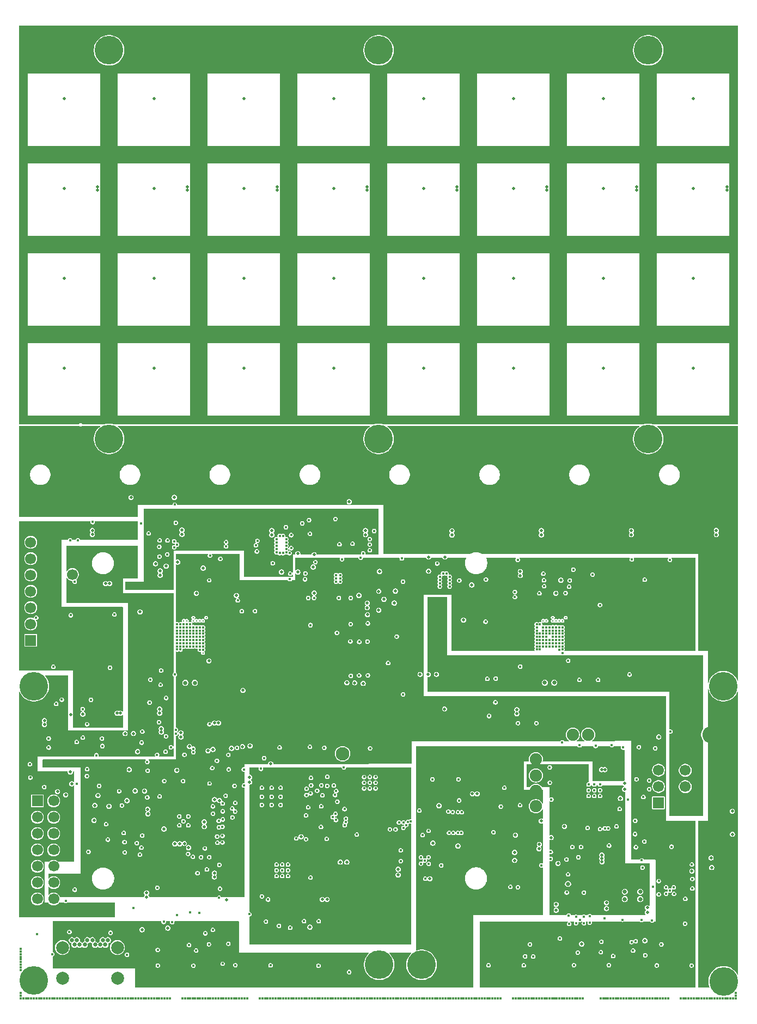
<source format=gbr>
%TF.GenerationSoftware,KiCad,Pcbnew,9.0.1*%
%TF.CreationDate,2025-06-02T14:00:05-06:00*%
%TF.ProjectId,PABA-DP,50414241-2d44-4502-9e6b-696361645f70,rev?*%
%TF.SameCoordinates,Original*%
%TF.FileFunction,Copper,L4,Inr*%
%TF.FilePolarity,Positive*%
%FSLAX46Y46*%
G04 Gerber Fmt 4.6, Leading zero omitted, Abs format (unit mm)*
G04 Created by KiCad (PCBNEW 9.0.1) date 2025-06-02 14:00:05*
%MOMM*%
%LPD*%
G01*
G04 APERTURE LIST*
%TA.AperFunction,ComponentPad*%
%ADD10C,0.508000*%
%TD*%
%TA.AperFunction,ComponentPad*%
%ADD11C,4.445000*%
%TD*%
%TA.AperFunction,ComponentPad*%
%ADD12R,1.700000X1.700000*%
%TD*%
%TA.AperFunction,ComponentPad*%
%ADD13C,1.700000*%
%TD*%
%TA.AperFunction,ComponentPad*%
%ADD14C,1.905000*%
%TD*%
%TA.AperFunction,ComponentPad*%
%ADD15C,2.100000*%
%TD*%
%TA.AperFunction,ComponentPad*%
%ADD16C,0.650000*%
%TD*%
%TA.AperFunction,ComponentPad*%
%ADD17C,2.012000*%
%TD*%
%TA.AperFunction,ComponentPad*%
%ADD18C,2.600000*%
%TD*%
%TA.AperFunction,ViaPad*%
%ADD19C,0.381000*%
%TD*%
%TA.AperFunction,ViaPad*%
%ADD20C,0.406400*%
%TD*%
%TA.AperFunction,ViaPad*%
%ADD21C,0.508000*%
%TD*%
%TA.AperFunction,ViaPad*%
%ADD22C,0.635000*%
%TD*%
%TA.AperFunction,ViaPad*%
%ADD23C,0.304800*%
%TD*%
%TA.AperFunction,Conductor*%
%ADD24C,0.304800*%
%TD*%
G04 APERTURE END LIST*
D10*
%TO.N,AGND*%
%TO.C,ANT29*%
X149657557Y-27169519D03*
X150907237Y-27169519D03*
X153406597Y-27169519D03*
X154656277Y-27169519D03*
X155905957Y-27169519D03*
X157155637Y-27169519D03*
X158405317Y-27169519D03*
X160904677Y-27169519D03*
X162154357Y-27169519D03*
X162154357Y-28419199D03*
X162154357Y-29668879D03*
X162154357Y-30918559D03*
X162154357Y-32168239D03*
X162154357Y-33417919D03*
X162154357Y-34667599D03*
X162154357Y-35917279D03*
X162154357Y-37166959D03*
X162154357Y-38416639D03*
X162154357Y-39666319D03*
X160904677Y-39666319D03*
X158405317Y-39666319D03*
X157155637Y-39666319D03*
X155905957Y-39666319D03*
X154656277Y-39666319D03*
X153406597Y-39666319D03*
X150907237Y-39666319D03*
X149657557Y-39666319D03*
X149657557Y-38416639D03*
X149657557Y-37166959D03*
X149657557Y-35917279D03*
X149657557Y-34667599D03*
X149657557Y-33417919D03*
X149657557Y-32168239D03*
X149657557Y-30918559D03*
X149657557Y-29668879D03*
X149657557Y-28419199D03*
%TO.N,ANT_8*%
X155905957Y-31652619D03*
%TD*%
D11*
%TO.N,*%
%TO.C,*%
X53400930Y-168754394D03*
%TD*%
%TO.N,*%
%TO.C,REF\u002A\u002A*%
X148922600Y-24169596D03*
%TD*%
D10*
%TO.N,AGND*%
%TO.C,ANT23*%
X121717557Y-55109519D03*
X122967237Y-55109519D03*
X125466597Y-55109519D03*
X126716277Y-55109519D03*
X127965957Y-55109519D03*
X129215637Y-55109519D03*
X130465317Y-55109519D03*
X132964677Y-55109519D03*
X134214357Y-55109519D03*
X134214357Y-56359199D03*
X134214357Y-57608879D03*
X134214357Y-58858559D03*
X134214357Y-60108239D03*
X134214357Y-61357919D03*
X134214357Y-62607599D03*
X134214357Y-63857279D03*
X134214357Y-65106959D03*
X134214357Y-66356639D03*
X134214357Y-67606319D03*
X132964677Y-67606319D03*
X130465317Y-67606319D03*
X129215637Y-67606319D03*
X127965957Y-67606319D03*
X126716277Y-67606319D03*
X125466597Y-67606319D03*
X122967237Y-67606319D03*
X121717557Y-67606319D03*
X121717557Y-66356639D03*
X121717557Y-65106959D03*
X121717557Y-63857279D03*
X121717557Y-62607599D03*
X121717557Y-61357919D03*
X121717557Y-60108239D03*
X121717557Y-58858559D03*
X121717557Y-57608879D03*
X121717557Y-56359199D03*
%TO.N,ANT_6*%
X127965957Y-59592619D03*
%TD*%
%TO.N,AGND*%
%TO.C,ANT18*%
X107747557Y-41139519D03*
X108997237Y-41139519D03*
X111496597Y-41139519D03*
X112746277Y-41139519D03*
X113995957Y-41139519D03*
X115245637Y-41139519D03*
X116495317Y-41139519D03*
X118994677Y-41139519D03*
X120244357Y-41139519D03*
X120244357Y-42389199D03*
X120244357Y-43638879D03*
X120244357Y-44888559D03*
X120244357Y-46138239D03*
X120244357Y-47387919D03*
X120244357Y-48637599D03*
X120244357Y-49887279D03*
X120244357Y-51136959D03*
X120244357Y-52386639D03*
X120244357Y-53636319D03*
X118994677Y-53636319D03*
X116495317Y-53636319D03*
X115245637Y-53636319D03*
X113995957Y-53636319D03*
X112746277Y-53636319D03*
X111496597Y-53636319D03*
X108997237Y-53636319D03*
X107747557Y-53636319D03*
X107747557Y-52386639D03*
X107747557Y-51136959D03*
X107747557Y-49887279D03*
X107747557Y-48637599D03*
X107747557Y-47387919D03*
X107747557Y-46138239D03*
X107747557Y-44888559D03*
X107747557Y-43638879D03*
X107747557Y-42389199D03*
%TO.N,ANT_5*%
X113995957Y-45622619D03*
%TD*%
D12*
%TO.N,Net-(P1-Pad1)*%
%TO.C,P1*%
X53951459Y-140844486D03*
D13*
%TO.N,Net-(P1-Pad2)*%
X56491459Y-140844486D03*
%TO.N,Net-(P1-Pad3)*%
X53951459Y-143384486D03*
%TO.N,PS_GPIO6*%
X56491459Y-143384486D03*
%TO.N,PS_GPIO5*%
X53951459Y-145924486D03*
%TO.N,PS_GPIO4*%
X56491459Y-145924486D03*
%TO.N,PS_GPIO3*%
X53951459Y-148464486D03*
%TO.N,PS_GPIO2*%
X56491459Y-148464486D03*
%TO.N,PS_GPIO1*%
X53951459Y-151004486D03*
%TO.N,PS_GPIO0*%
X56491459Y-151004486D03*
%TO.N,AGND*%
X53951459Y-153544486D03*
%TO.N,unconnected-(P1-Pad12)*%
X56491459Y-153544486D03*
%TO.N,PL_GPIO4*%
X53951459Y-156084486D03*
%TO.N,PL_GPIO3*%
X56491459Y-156084486D03*
%TD*%
D10*
%TO.N,AGND*%
%TO.C,ANT26*%
X135687557Y-41139519D03*
X136937237Y-41139519D03*
X139436597Y-41139519D03*
X140686277Y-41139519D03*
X141935957Y-41139519D03*
X143185637Y-41139519D03*
X144435317Y-41139519D03*
X146934677Y-41139519D03*
X148184357Y-41139519D03*
X148184357Y-42389199D03*
X148184357Y-43638879D03*
X148184357Y-44888559D03*
X148184357Y-46138239D03*
X148184357Y-47387919D03*
X148184357Y-48637599D03*
X148184357Y-49887279D03*
X148184357Y-51136959D03*
X148184357Y-52386639D03*
X148184357Y-53636319D03*
X146934677Y-53636319D03*
X144435317Y-53636319D03*
X143185637Y-53636319D03*
X141935957Y-53636319D03*
X140686277Y-53636319D03*
X139436597Y-53636319D03*
X136937237Y-53636319D03*
X135687557Y-53636319D03*
X135687557Y-52386639D03*
X135687557Y-51136959D03*
X135687557Y-49887279D03*
X135687557Y-48637599D03*
X135687557Y-47387919D03*
X135687557Y-46138239D03*
X135687557Y-44888559D03*
X135687557Y-43638879D03*
X135687557Y-42389199D03*
%TO.N,ANT_7*%
X141935957Y-45622619D03*
%TD*%
D11*
%TO.N,*%
%TO.C,*%
X160657969Y-168883127D03*
%TD*%
D10*
%TO.N,AGND*%
%TO.C,ANT13*%
X93777557Y-27169519D03*
X95027237Y-27169519D03*
X97526597Y-27169519D03*
X98776277Y-27169519D03*
X100025957Y-27169519D03*
X101275637Y-27169519D03*
X102525317Y-27169519D03*
X105024677Y-27169519D03*
X106274357Y-27169519D03*
X106274357Y-28419199D03*
X106274357Y-29668879D03*
X106274357Y-30918559D03*
X106274357Y-32168239D03*
X106274357Y-33417919D03*
X106274357Y-34667599D03*
X106274357Y-35917279D03*
X106274357Y-37166959D03*
X106274357Y-38416639D03*
X106274357Y-39666319D03*
X105024677Y-39666319D03*
X102525317Y-39666319D03*
X101275637Y-39666319D03*
X100025957Y-39666319D03*
X98776277Y-39666319D03*
X97526597Y-39666319D03*
X95027237Y-39666319D03*
X93777557Y-39666319D03*
X93777557Y-38416639D03*
X93777557Y-37166959D03*
X93777557Y-35917279D03*
X93777557Y-34667599D03*
X93777557Y-33417919D03*
X93777557Y-32168239D03*
X93777557Y-30918559D03*
X93777557Y-29668879D03*
X93777557Y-28419199D03*
%TO.N,ANT_4*%
X100025957Y-31652619D03*
%TD*%
%TO.N,AGND*%
%TO.C,ANT5*%
X65837557Y-27169519D03*
X67087237Y-27169519D03*
X69586597Y-27169519D03*
X70836277Y-27169519D03*
X72085957Y-27169519D03*
X73335637Y-27169519D03*
X74585317Y-27169519D03*
X77084677Y-27169519D03*
X78334357Y-27169519D03*
X78334357Y-28419199D03*
X78334357Y-29668879D03*
X78334357Y-30918559D03*
X78334357Y-32168239D03*
X78334357Y-33417919D03*
X78334357Y-34667599D03*
X78334357Y-35917279D03*
X78334357Y-37166959D03*
X78334357Y-38416639D03*
X78334357Y-39666319D03*
X77084677Y-39666319D03*
X74585317Y-39666319D03*
X73335637Y-39666319D03*
X72085957Y-39666319D03*
X70836277Y-39666319D03*
X69586597Y-39666319D03*
X67087237Y-39666319D03*
X65837557Y-39666319D03*
X65837557Y-38416639D03*
X65837557Y-37166959D03*
X65837557Y-35917279D03*
X65837557Y-34667599D03*
X65837557Y-33417919D03*
X65837557Y-32168239D03*
X65837557Y-30918559D03*
X65837557Y-29668879D03*
X65837557Y-28419199D03*
%TO.N,ANT_2*%
X72085957Y-31652619D03*
%TD*%
D14*
%TO.N,VDD_AMP*%
%TO.C,W2*%
X131445757Y-136890409D03*
%TD*%
D10*
%TO.N,AGND*%
%TO.C,ANT16*%
X93777557Y-69079519D03*
X95027237Y-69079519D03*
X97526597Y-69079519D03*
X98776277Y-69079519D03*
X100025957Y-69079519D03*
X101275637Y-69079519D03*
X102525317Y-69079519D03*
X105024677Y-69079519D03*
X106274357Y-69079519D03*
X106274357Y-70329199D03*
X106274357Y-71578879D03*
X106274357Y-72828559D03*
X106274357Y-74078239D03*
X106274357Y-75327919D03*
X106274357Y-76577599D03*
X106274357Y-77827279D03*
X106274357Y-79076959D03*
X106274357Y-80326639D03*
X106274357Y-81576319D03*
X105024677Y-81576319D03*
X102525317Y-81576319D03*
X101275637Y-81576319D03*
X100025957Y-81576319D03*
X98776277Y-81576319D03*
X97526597Y-81576319D03*
X95027237Y-81576319D03*
X93777557Y-81576319D03*
X93777557Y-80326639D03*
X93777557Y-79076959D03*
X93777557Y-77827279D03*
X93777557Y-76577599D03*
X93777557Y-75327919D03*
X93777557Y-74078239D03*
X93777557Y-72828559D03*
X93777557Y-71578879D03*
X93777557Y-70329199D03*
%TO.N,ANT_4*%
X100025957Y-73562619D03*
%TD*%
%TO.N,AGND*%
%TO.C,ANT3*%
X51867557Y-55109519D03*
X53117237Y-55109519D03*
X55616597Y-55109519D03*
X56866277Y-55109519D03*
X58115957Y-55109519D03*
X59365637Y-55109519D03*
X60615317Y-55109519D03*
X63114677Y-55109519D03*
X64364357Y-55109519D03*
X64364357Y-56359199D03*
X64364357Y-57608879D03*
X64364357Y-58858559D03*
X64364357Y-60108239D03*
X64364357Y-61357919D03*
X64364357Y-62607599D03*
X64364357Y-63857279D03*
X64364357Y-65106959D03*
X64364357Y-66356639D03*
X64364357Y-67606319D03*
X63114677Y-67606319D03*
X60615317Y-67606319D03*
X59365637Y-67606319D03*
X58115957Y-67606319D03*
X56866277Y-67606319D03*
X55616597Y-67606319D03*
X53117237Y-67606319D03*
X51867557Y-67606319D03*
X51867557Y-66356639D03*
X51867557Y-65106959D03*
X51867557Y-63857279D03*
X51867557Y-62607599D03*
X51867557Y-61357919D03*
X51867557Y-60108239D03*
X51867557Y-58858559D03*
X51867557Y-57608879D03*
X51867557Y-56359199D03*
%TO.N,ANT_1*%
X58115957Y-59592619D03*
%TD*%
%TO.N,AGND*%
%TO.C,ANT8*%
X65837557Y-69079519D03*
X67087237Y-69079519D03*
X69586597Y-69079519D03*
X70836277Y-69079519D03*
X72085957Y-69079519D03*
X73335637Y-69079519D03*
X74585317Y-69079519D03*
X77084677Y-69079519D03*
X78334357Y-69079519D03*
X78334357Y-70329199D03*
X78334357Y-71578879D03*
X78334357Y-72828559D03*
X78334357Y-74078239D03*
X78334357Y-75327919D03*
X78334357Y-76577599D03*
X78334357Y-77827279D03*
X78334357Y-79076959D03*
X78334357Y-80326639D03*
X78334357Y-81576319D03*
X77084677Y-81576319D03*
X74585317Y-81576319D03*
X73335637Y-81576319D03*
X72085957Y-81576319D03*
X70836277Y-81576319D03*
X69586597Y-81576319D03*
X67087237Y-81576319D03*
X65837557Y-81576319D03*
X65837557Y-80326639D03*
X65837557Y-79076959D03*
X65837557Y-77827279D03*
X65837557Y-76577599D03*
X65837557Y-75327919D03*
X65837557Y-74078239D03*
X65837557Y-72828559D03*
X65837557Y-71578879D03*
X65837557Y-70329199D03*
%TO.N,ANT_2*%
X72085957Y-73562619D03*
%TD*%
D11*
%TO.N,*%
%TO.C,*%
X107012094Y-24169596D03*
%TD*%
D10*
%TO.N,AGND*%
%TO.C,ANT24*%
X121717557Y-69079519D03*
X122967237Y-69079519D03*
X125466597Y-69079519D03*
X126716277Y-69079519D03*
X127965957Y-69079519D03*
X129215637Y-69079519D03*
X130465317Y-69079519D03*
X132964677Y-69079519D03*
X134214357Y-69079519D03*
X134214357Y-70329199D03*
X134214357Y-71578879D03*
X134214357Y-72828559D03*
X134214357Y-74078239D03*
X134214357Y-75327919D03*
X134214357Y-76577599D03*
X134214357Y-77827279D03*
X134214357Y-79076959D03*
X134214357Y-80326639D03*
X134214357Y-81576319D03*
X132964677Y-81576319D03*
X130465317Y-81576319D03*
X129215637Y-81576319D03*
X127965957Y-81576319D03*
X126716277Y-81576319D03*
X125466597Y-81576319D03*
X122967237Y-81576319D03*
X121717557Y-81576319D03*
X121717557Y-80326639D03*
X121717557Y-79076959D03*
X121717557Y-77827279D03*
X121717557Y-76577599D03*
X121717557Y-75327919D03*
X121717557Y-74078239D03*
X121717557Y-72828559D03*
X121717557Y-71578879D03*
X121717557Y-70329199D03*
%TO.N,ANT_6*%
X127965957Y-73562619D03*
%TD*%
%TO.N,AGND*%
%TO.C,ANT19*%
X107747557Y-55109519D03*
X108997237Y-55109519D03*
X111496597Y-55109519D03*
X112746277Y-55109519D03*
X113995957Y-55109519D03*
X115245637Y-55109519D03*
X116495317Y-55109519D03*
X118994677Y-55109519D03*
X120244357Y-55109519D03*
X120244357Y-56359199D03*
X120244357Y-57608879D03*
X120244357Y-58858559D03*
X120244357Y-60108239D03*
X120244357Y-61357919D03*
X120244357Y-62607599D03*
X120244357Y-63857279D03*
X120244357Y-65106959D03*
X120244357Y-66356639D03*
X120244357Y-67606319D03*
X118994677Y-67606319D03*
X116495317Y-67606319D03*
X115245637Y-67606319D03*
X113995957Y-67606319D03*
X112746277Y-67606319D03*
X111496597Y-67606319D03*
X108997237Y-67606319D03*
X107747557Y-67606319D03*
X107747557Y-66356639D03*
X107747557Y-65106959D03*
X107747557Y-63857279D03*
X107747557Y-62607599D03*
X107747557Y-61357919D03*
X107747557Y-60108239D03*
X107747557Y-58858559D03*
X107747557Y-57608879D03*
X107747557Y-56359199D03*
%TO.N,ANT_5*%
X113995957Y-59592619D03*
%TD*%
%TO.N,AGND*%
%TO.C,ANT21*%
X121717557Y-27169519D03*
X122967237Y-27169519D03*
X125466597Y-27169519D03*
X126716277Y-27169519D03*
X127965957Y-27169519D03*
X129215637Y-27169519D03*
X130465317Y-27169519D03*
X132964677Y-27169519D03*
X134214357Y-27169519D03*
X134214357Y-28419199D03*
X134214357Y-29668879D03*
X134214357Y-30918559D03*
X134214357Y-32168239D03*
X134214357Y-33417919D03*
X134214357Y-34667599D03*
X134214357Y-35917279D03*
X134214357Y-37166959D03*
X134214357Y-38416639D03*
X134214357Y-39666319D03*
X132964677Y-39666319D03*
X130465317Y-39666319D03*
X129215637Y-39666319D03*
X127965957Y-39666319D03*
X126716277Y-39666319D03*
X125466597Y-39666319D03*
X122967237Y-39666319D03*
X121717557Y-39666319D03*
X121717557Y-38416639D03*
X121717557Y-37166959D03*
X121717557Y-35917279D03*
X121717557Y-34667599D03*
X121717557Y-33417919D03*
X121717557Y-32168239D03*
X121717557Y-30918559D03*
X121717557Y-29668879D03*
X121717557Y-28419199D03*
%TO.N,ANT_6*%
X127965957Y-31652619D03*
%TD*%
D14*
%TO.N,IMON*%
%TO.C,W7*%
X131445757Y-141680339D03*
%TD*%
%TO.N,VDD_4V5*%
%TO.C,W1*%
X131445757Y-134383169D03*
%TD*%
D11*
%TO.N,*%
%TO.C,*%
X53400263Y-123016664D03*
%TD*%
D10*
%TO.N,AGND*%
%TO.C,ANT2*%
X51867557Y-41139519D03*
X53117237Y-41139519D03*
X55616597Y-41139519D03*
X56866277Y-41139519D03*
X58115957Y-41139519D03*
X59365637Y-41139519D03*
X60615317Y-41139519D03*
X63114677Y-41139519D03*
X64364357Y-41139519D03*
X64364357Y-42389199D03*
X64364357Y-43638879D03*
X64364357Y-44888559D03*
X64364357Y-46138239D03*
X64364357Y-47387919D03*
X64364357Y-48637599D03*
X64364357Y-49887279D03*
X64364357Y-51136959D03*
X64364357Y-52386639D03*
X64364357Y-53636319D03*
X63114677Y-53636319D03*
X60615317Y-53636319D03*
X59365637Y-53636319D03*
X58115957Y-53636319D03*
X56866277Y-53636319D03*
X55616597Y-53636319D03*
X53117237Y-53636319D03*
X51867557Y-53636319D03*
X51867557Y-52386639D03*
X51867557Y-51136959D03*
X51867557Y-49887279D03*
X51867557Y-48637599D03*
X51867557Y-47387919D03*
X51867557Y-46138239D03*
X51867557Y-44888559D03*
X51867557Y-43638879D03*
X51867557Y-42389199D03*
%TO.N,ANT_1*%
X58115957Y-45622619D03*
%TD*%
%TO.N,AGND*%
%TO.C,ANT14*%
X93777557Y-41139519D03*
X95027237Y-41139519D03*
X97526597Y-41139519D03*
X98776277Y-41139519D03*
X100025957Y-41139519D03*
X101275637Y-41139519D03*
X102525317Y-41139519D03*
X105024677Y-41139519D03*
X106274357Y-41139519D03*
X106274357Y-42389199D03*
X106274357Y-43638879D03*
X106274357Y-44888559D03*
X106274357Y-46138239D03*
X106274357Y-47387919D03*
X106274357Y-48637599D03*
X106274357Y-49887279D03*
X106274357Y-51136959D03*
X106274357Y-52386639D03*
X106274357Y-53636319D03*
X105024677Y-53636319D03*
X102525317Y-53636319D03*
X101275637Y-53636319D03*
X100025957Y-53636319D03*
X98776277Y-53636319D03*
X97526597Y-53636319D03*
X95027237Y-53636319D03*
X93777557Y-53636319D03*
X93777557Y-52386639D03*
X93777557Y-51136959D03*
X93777557Y-49887279D03*
X93777557Y-48637599D03*
X93777557Y-47387919D03*
X93777557Y-46138239D03*
X93777557Y-44888559D03*
X93777557Y-43638879D03*
X93777557Y-42389199D03*
%TO.N,ANT_4*%
X100025957Y-45622619D03*
%TD*%
%TO.N,AGND*%
%TO.C,ANT15*%
X93777557Y-55109519D03*
X95027237Y-55109519D03*
X97526597Y-55109519D03*
X98776277Y-55109519D03*
X100025957Y-55109519D03*
X101275637Y-55109519D03*
X102525317Y-55109519D03*
X105024677Y-55109519D03*
X106274357Y-55109519D03*
X106274357Y-56359199D03*
X106274357Y-57608879D03*
X106274357Y-58858559D03*
X106274357Y-60108239D03*
X106274357Y-61357919D03*
X106274357Y-62607599D03*
X106274357Y-63857279D03*
X106274357Y-65106959D03*
X106274357Y-66356639D03*
X106274357Y-67606319D03*
X105024677Y-67606319D03*
X102525317Y-67606319D03*
X101275637Y-67606319D03*
X100025957Y-67606319D03*
X98776277Y-67606319D03*
X97526597Y-67606319D03*
X95027237Y-67606319D03*
X93777557Y-67606319D03*
X93777557Y-66356639D03*
X93777557Y-65106959D03*
X93777557Y-63857279D03*
X93777557Y-62607599D03*
X93777557Y-61357919D03*
X93777557Y-60108239D03*
X93777557Y-58858559D03*
X93777557Y-57608879D03*
X93777557Y-56359199D03*
%TO.N,ANT_4*%
X100025957Y-59592619D03*
%TD*%
%TO.N,AGND*%
%TO.C,ANT11*%
X79807557Y-55109519D03*
X81057237Y-55109519D03*
X83556597Y-55109519D03*
X84806277Y-55109519D03*
X86055957Y-55109519D03*
X87305637Y-55109519D03*
X88555317Y-55109519D03*
X91054677Y-55109519D03*
X92304357Y-55109519D03*
X92304357Y-56359199D03*
X92304357Y-57608879D03*
X92304357Y-58858559D03*
X92304357Y-60108239D03*
X92304357Y-61357919D03*
X92304357Y-62607599D03*
X92304357Y-63857279D03*
X92304357Y-65106959D03*
X92304357Y-66356639D03*
X92304357Y-67606319D03*
X91054677Y-67606319D03*
X88555317Y-67606319D03*
X87305637Y-67606319D03*
X86055957Y-67606319D03*
X84806277Y-67606319D03*
X83556597Y-67606319D03*
X81057237Y-67606319D03*
X79807557Y-67606319D03*
X79807557Y-66356639D03*
X79807557Y-65106959D03*
X79807557Y-63857279D03*
X79807557Y-62607599D03*
X79807557Y-61357919D03*
X79807557Y-60108239D03*
X79807557Y-58858559D03*
X79807557Y-57608879D03*
X79807557Y-56359199D03*
%TO.N,ANT_3*%
X86055957Y-59592619D03*
%TD*%
D15*
%TO.N,Net-(R87-Pad2)*%
%TO.C,VTUNE1*%
X101407494Y-133501731D03*
%TD*%
D10*
%TO.N,AGND*%
%TO.C,ANT32*%
X149657557Y-69079519D03*
X150907237Y-69079519D03*
X153406597Y-69079519D03*
X154656277Y-69079519D03*
X155905957Y-69079519D03*
X157155637Y-69079519D03*
X158405317Y-69079519D03*
X160904677Y-69079519D03*
X162154357Y-69079519D03*
X162154357Y-70329199D03*
X162154357Y-71578879D03*
X162154357Y-72828559D03*
X162154357Y-74078239D03*
X162154357Y-75327919D03*
X162154357Y-76577599D03*
X162154357Y-77827279D03*
X162154357Y-79076959D03*
X162154357Y-80326639D03*
X162154357Y-81576319D03*
X160904677Y-81576319D03*
X158405317Y-81576319D03*
X157155637Y-81576319D03*
X155905957Y-81576319D03*
X154656277Y-81576319D03*
X153406597Y-81576319D03*
X150907237Y-81576319D03*
X149657557Y-81576319D03*
X149657557Y-80326639D03*
X149657557Y-79076959D03*
X149657557Y-77827279D03*
X149657557Y-76577599D03*
X149657557Y-75327919D03*
X149657557Y-74078239D03*
X149657557Y-72828559D03*
X149657557Y-71578879D03*
X149657557Y-70329199D03*
%TO.N,ANT_8*%
X155905957Y-73562619D03*
%TD*%
%TO.N,AGND*%
%TO.C,ANT9*%
X79807557Y-27169519D03*
X81057237Y-27169519D03*
X83556597Y-27169519D03*
X84806277Y-27169519D03*
X86055957Y-27169519D03*
X87305637Y-27169519D03*
X88555317Y-27169519D03*
X91054677Y-27169519D03*
X92304357Y-27169519D03*
X92304357Y-28419199D03*
X92304357Y-29668879D03*
X92304357Y-30918559D03*
X92304357Y-32168239D03*
X92304357Y-33417919D03*
X92304357Y-34667599D03*
X92304357Y-35917279D03*
X92304357Y-37166959D03*
X92304357Y-38416639D03*
X92304357Y-39666319D03*
X91054677Y-39666319D03*
X88555317Y-39666319D03*
X87305637Y-39666319D03*
X86055957Y-39666319D03*
X84806277Y-39666319D03*
X83556597Y-39666319D03*
X81057237Y-39666319D03*
X79807557Y-39666319D03*
X79807557Y-38416639D03*
X79807557Y-37166959D03*
X79807557Y-35917279D03*
X79807557Y-34667599D03*
X79807557Y-33417919D03*
X79807557Y-32168239D03*
X79807557Y-30918559D03*
X79807557Y-29668879D03*
X79807557Y-28419199D03*
%TO.N,ANT_3*%
X86055957Y-31652619D03*
%TD*%
%TO.N,AGND*%
%TO.C,ANT1*%
X51867557Y-27169519D03*
X53117237Y-27169519D03*
X55616597Y-27169519D03*
X56866277Y-27169519D03*
X58115957Y-27169519D03*
X59365637Y-27169519D03*
X60615317Y-27169519D03*
X63114677Y-27169519D03*
X64364357Y-27169519D03*
X64364357Y-28419199D03*
X64364357Y-29668879D03*
X64364357Y-30918559D03*
X64364357Y-32168239D03*
X64364357Y-33417919D03*
X64364357Y-34667599D03*
X64364357Y-35917279D03*
X64364357Y-37166959D03*
X64364357Y-38416639D03*
X64364357Y-39666319D03*
X63114677Y-39666319D03*
X60615317Y-39666319D03*
X59365637Y-39666319D03*
X58115957Y-39666319D03*
X56866277Y-39666319D03*
X55616597Y-39666319D03*
X53117237Y-39666319D03*
X51867557Y-39666319D03*
X51867557Y-38416639D03*
X51867557Y-37166959D03*
X51867557Y-35917279D03*
X51867557Y-34667599D03*
X51867557Y-33417919D03*
X51867557Y-32168239D03*
X51867557Y-30918559D03*
X51867557Y-29668879D03*
X51867557Y-28419199D03*
%TO.N,ANT_1*%
X58115957Y-31652619D03*
%TD*%
%TO.N,AGND*%
%TO.C,ANT22*%
X121717557Y-41139519D03*
X122967237Y-41139519D03*
X125466597Y-41139519D03*
X126716277Y-41139519D03*
X127965957Y-41139519D03*
X129215637Y-41139519D03*
X130465317Y-41139519D03*
X132964677Y-41139519D03*
X134214357Y-41139519D03*
X134214357Y-42389199D03*
X134214357Y-43638879D03*
X134214357Y-44888559D03*
X134214357Y-46138239D03*
X134214357Y-47387919D03*
X134214357Y-48637599D03*
X134214357Y-49887279D03*
X134214357Y-51136959D03*
X134214357Y-52386639D03*
X134214357Y-53636319D03*
X132964677Y-53636319D03*
X130465317Y-53636319D03*
X129215637Y-53636319D03*
X127965957Y-53636319D03*
X126716277Y-53636319D03*
X125466597Y-53636319D03*
X122967237Y-53636319D03*
X121717557Y-53636319D03*
X121717557Y-52386639D03*
X121717557Y-51136959D03*
X121717557Y-49887279D03*
X121717557Y-48637599D03*
X121717557Y-47387919D03*
X121717557Y-46138239D03*
X121717557Y-44888559D03*
X121717557Y-43638879D03*
X121717557Y-42389199D03*
%TO.N,ANT_6*%
X127965957Y-45622619D03*
%TD*%
D16*
%TO.N,AGND*%
%TO.C,P16*%
X64927203Y-162486305D03*
%TO.N,unconnected-(P16B-SSTXp2-PadB2)*%
X64527203Y-163186305D03*
%TO.N,unconnected-(P16B-SSTXn2-PadB3)*%
X63727203Y-163186305D03*
%TO.N,VINPUT*%
X63327203Y-162486305D03*
%TO.N,unconnected-(P16B-VCONN-PadB5)*%
X62927203Y-163186305D03*
%TO.N,unconnected-(P16B-Dp2-PadB6)*%
X62527203Y-162486305D03*
%TO.N,unconnected-(P16B-Dn2-PadB7)*%
X61727203Y-162486305D03*
%TO.N,unconnected-(P16B-SBU2-PadB8)*%
X61327203Y-163186305D03*
%TO.N,VINPUT*%
X60927203Y-162486305D03*
%TO.N,unconnected-(P16B-SSRXn1-PadB10)*%
X60527203Y-163186305D03*
%TO.N,unconnected-(P16B-SSRXp1-PadB11)*%
X59727203Y-163186305D03*
%TO.N,AGND*%
X59327203Y-162486305D03*
X64127203Y-162486305D03*
X60127203Y-162486305D03*
D17*
%TO.N,Net-(P16A-GND-PadSH1)*%
X66397203Y-168366305D03*
X66397203Y-163636305D03*
X57857203Y-163636305D03*
%TO.N,Net-(P16B-GND-PadSH4)*%
X57857203Y-168366305D03*
%TD*%
D11*
%TO.N,*%
%TO.C,*%
X65087351Y-24169596D03*
%TD*%
D10*
%TO.N,AGND*%
%TO.C,ANT17*%
X107747557Y-27169519D03*
X108997237Y-27169519D03*
X111496597Y-27169519D03*
X112746277Y-27169519D03*
X113995957Y-27169519D03*
X115245637Y-27169519D03*
X116495317Y-27169519D03*
X118994677Y-27169519D03*
X120244357Y-27169519D03*
X120244357Y-28419199D03*
X120244357Y-29668879D03*
X120244357Y-30918559D03*
X120244357Y-32168239D03*
X120244357Y-33417919D03*
X120244357Y-34667599D03*
X120244357Y-35917279D03*
X120244357Y-37166959D03*
X120244357Y-38416639D03*
X120244357Y-39666319D03*
X118994677Y-39666319D03*
X116495317Y-39666319D03*
X115245637Y-39666319D03*
X113995957Y-39666319D03*
X112746277Y-39666319D03*
X111496597Y-39666319D03*
X108997237Y-39666319D03*
X107747557Y-39666319D03*
X107747557Y-38416639D03*
X107747557Y-37166959D03*
X107747557Y-35917279D03*
X107747557Y-34667599D03*
X107747557Y-33417919D03*
X107747557Y-32168239D03*
X107747557Y-30918559D03*
X107747557Y-29668879D03*
X107747557Y-28419199D03*
%TO.N,ANT_5*%
X113995957Y-31652619D03*
%TD*%
%TO.N,AGND*%
%TO.C,ANT27*%
X135687557Y-55109519D03*
X136937237Y-55109519D03*
X139436597Y-55109519D03*
X140686277Y-55109519D03*
X141935957Y-55109519D03*
X143185637Y-55109519D03*
X144435317Y-55109519D03*
X146934677Y-55109519D03*
X148184357Y-55109519D03*
X148184357Y-56359199D03*
X148184357Y-57608879D03*
X148184357Y-58858559D03*
X148184357Y-60108239D03*
X148184357Y-61357919D03*
X148184357Y-62607599D03*
X148184357Y-63857279D03*
X148184357Y-65106959D03*
X148184357Y-66356639D03*
X148184357Y-67606319D03*
X146934677Y-67606319D03*
X144435317Y-67606319D03*
X143185637Y-67606319D03*
X141935957Y-67606319D03*
X140686277Y-67606319D03*
X139436597Y-67606319D03*
X136937237Y-67606319D03*
X135687557Y-67606319D03*
X135687557Y-66356639D03*
X135687557Y-65106959D03*
X135687557Y-63857279D03*
X135687557Y-62607599D03*
X135687557Y-61357919D03*
X135687557Y-60108239D03*
X135687557Y-58858559D03*
X135687557Y-57608879D03*
X135687557Y-56359199D03*
%TO.N,ANT_7*%
X141935957Y-59592619D03*
%TD*%
D14*
%TO.N,VDD_3V3*%
%TO.C,W3*%
X137190217Y-130537359D03*
%TD*%
D18*
%TO.N,AGND*%
%TO.C,AGND3*%
X158598806Y-130537359D03*
%TD*%
D11*
%TO.N,*%
%TO.C,*%
X148926585Y-84573339D03*
%TD*%
D12*
%TO.N,5V_RPI*%
%TO.C,P3*%
X59408307Y-103110150D03*
D13*
%TO.N,AGND*%
X59408307Y-105650150D03*
%TD*%
D12*
%TO.N,SPI0_CLK*%
%TO.C,P18*%
X52926737Y-115886353D03*
D13*
%TO.N,SPI0_MISO*%
X52926737Y-113346353D03*
%TO.N,SPI0_MOSI*%
X52926737Y-110806353D03*
%TO.N,CS0*%
X52926737Y-108266353D03*
%TO.N,CS1*%
X52926737Y-105726353D03*
%TO.N,CS2*%
X52926737Y-103186353D03*
%TO.N,AGND*%
X52926737Y-100646353D03*
%TD*%
D10*
%TO.N,AGND*%
%TO.C,ANT6*%
X65837557Y-41139519D03*
X67087237Y-41139519D03*
X69586597Y-41139519D03*
X70836277Y-41139519D03*
X72085957Y-41139519D03*
X73335637Y-41139519D03*
X74585317Y-41139519D03*
X77084677Y-41139519D03*
X78334357Y-41139519D03*
X78334357Y-42389199D03*
X78334357Y-43638879D03*
X78334357Y-44888559D03*
X78334357Y-46138239D03*
X78334357Y-47387919D03*
X78334357Y-48637599D03*
X78334357Y-49887279D03*
X78334357Y-51136959D03*
X78334357Y-52386639D03*
X78334357Y-53636319D03*
X77084677Y-53636319D03*
X74585317Y-53636319D03*
X73335637Y-53636319D03*
X72085957Y-53636319D03*
X70836277Y-53636319D03*
X69586597Y-53636319D03*
X67087237Y-53636319D03*
X65837557Y-53636319D03*
X65837557Y-52386639D03*
X65837557Y-51136959D03*
X65837557Y-49887279D03*
X65837557Y-48637599D03*
X65837557Y-47387919D03*
X65837557Y-46138239D03*
X65837557Y-44888559D03*
X65837557Y-43638879D03*
X65837557Y-42389199D03*
%TO.N,ANT_2*%
X72085957Y-45622619D03*
%TD*%
D11*
%TO.N,*%
%TO.C,*%
X65094613Y-84568055D03*
%TD*%
D10*
%TO.N,AGND*%
%TO.C,ANT28*%
X135687557Y-69079519D03*
X136937237Y-69079519D03*
X139436597Y-69079519D03*
X140686277Y-69079519D03*
X141935957Y-69079519D03*
X143185637Y-69079519D03*
X144435317Y-69079519D03*
X146934677Y-69079519D03*
X148184357Y-69079519D03*
X148184357Y-70329199D03*
X148184357Y-71578879D03*
X148184357Y-72828559D03*
X148184357Y-74078239D03*
X148184357Y-75327919D03*
X148184357Y-76577599D03*
X148184357Y-77827279D03*
X148184357Y-79076959D03*
X148184357Y-80326639D03*
X148184357Y-81576319D03*
X146934677Y-81576319D03*
X144435317Y-81576319D03*
X143185637Y-81576319D03*
X141935957Y-81576319D03*
X140686277Y-81576319D03*
X139436597Y-81576319D03*
X136937237Y-81576319D03*
X135687557Y-81576319D03*
X135687557Y-80326639D03*
X135687557Y-79076959D03*
X135687557Y-77827279D03*
X135687557Y-76577599D03*
X135687557Y-75327919D03*
X135687557Y-74078239D03*
X135687557Y-72828559D03*
X135687557Y-71578879D03*
X135687557Y-70329199D03*
%TO.N,ANT_7*%
X141935957Y-73562619D03*
%TD*%
D14*
%TO.N,VDD_1V8*%
%TO.C,W6*%
X142022067Y-130537359D03*
%TD*%
D10*
%TO.N,AGND*%
%TO.C,ANT31*%
X149657557Y-55109519D03*
X150907237Y-55109519D03*
X153406597Y-55109519D03*
X154656277Y-55109519D03*
X155905957Y-55109519D03*
X157155637Y-55109519D03*
X158405317Y-55109519D03*
X160904677Y-55109519D03*
X162154357Y-55109519D03*
X162154357Y-56359199D03*
X162154357Y-57608879D03*
X162154357Y-58858559D03*
X162154357Y-60108239D03*
X162154357Y-61357919D03*
X162154357Y-62607599D03*
X162154357Y-63857279D03*
X162154357Y-65106959D03*
X162154357Y-66356639D03*
X162154357Y-67606319D03*
X160904677Y-67606319D03*
X158405317Y-67606319D03*
X157155637Y-67606319D03*
X155905957Y-67606319D03*
X154656277Y-67606319D03*
X153406597Y-67606319D03*
X150907237Y-67606319D03*
X149657557Y-67606319D03*
X149657557Y-66356639D03*
X149657557Y-65106959D03*
X149657557Y-63857279D03*
X149657557Y-62607599D03*
X149657557Y-61357919D03*
X149657557Y-60108239D03*
X149657557Y-58858559D03*
X149657557Y-57608879D03*
X149657557Y-56359199D03*
%TO.N,ANT_8*%
X155905957Y-59592619D03*
%TD*%
D14*
%TO.N,VDD_3V0*%
%TO.C,W5*%
X139599667Y-130537359D03*
%TD*%
D10*
%TO.N,AGND*%
%TO.C,ANT7*%
X65837557Y-55109519D03*
X67087237Y-55109519D03*
X69586597Y-55109519D03*
X70836277Y-55109519D03*
X72085957Y-55109519D03*
X73335637Y-55109519D03*
X74585317Y-55109519D03*
X77084677Y-55109519D03*
X78334357Y-55109519D03*
X78334357Y-56359199D03*
X78334357Y-57608879D03*
X78334357Y-58858559D03*
X78334357Y-60108239D03*
X78334357Y-61357919D03*
X78334357Y-62607599D03*
X78334357Y-63857279D03*
X78334357Y-65106959D03*
X78334357Y-66356639D03*
X78334357Y-67606319D03*
X77084677Y-67606319D03*
X74585317Y-67606319D03*
X73335637Y-67606319D03*
X72085957Y-67606319D03*
X70836277Y-67606319D03*
X69586597Y-67606319D03*
X67087237Y-67606319D03*
X65837557Y-67606319D03*
X65837557Y-66356639D03*
X65837557Y-65106959D03*
X65837557Y-63857279D03*
X65837557Y-62607599D03*
X65837557Y-61357919D03*
X65837557Y-60108239D03*
X65837557Y-58858559D03*
X65837557Y-57608879D03*
X65837557Y-56359199D03*
%TO.N,ANT_2*%
X72085957Y-59592619D03*
%TD*%
%TO.N,AGND*%
%TO.C,ANT4*%
X51867557Y-69079519D03*
X53117237Y-69079519D03*
X55616597Y-69079519D03*
X56866277Y-69079519D03*
X58115957Y-69079519D03*
X59365637Y-69079519D03*
X60615317Y-69079519D03*
X63114677Y-69079519D03*
X64364357Y-69079519D03*
X64364357Y-70329199D03*
X64364357Y-71578879D03*
X64364357Y-72828559D03*
X64364357Y-74078239D03*
X64364357Y-75327919D03*
X64364357Y-76577599D03*
X64364357Y-77827279D03*
X64364357Y-79076959D03*
X64364357Y-80326639D03*
X64364357Y-81576319D03*
X63114677Y-81576319D03*
X60615317Y-81576319D03*
X59365637Y-81576319D03*
X58115957Y-81576319D03*
X56866277Y-81576319D03*
X55616597Y-81576319D03*
X53117237Y-81576319D03*
X51867557Y-81576319D03*
X51867557Y-80326639D03*
X51867557Y-79076959D03*
X51867557Y-77827279D03*
X51867557Y-76577599D03*
X51867557Y-75327919D03*
X51867557Y-74078239D03*
X51867557Y-72828559D03*
X51867557Y-71578879D03*
X51867557Y-70329199D03*
%TO.N,ANT_1*%
X58115957Y-73562619D03*
%TD*%
%TO.N,AGND*%
%TO.C,ANT20*%
X107747557Y-69079519D03*
X108997237Y-69079519D03*
X111496597Y-69079519D03*
X112746277Y-69079519D03*
X113995957Y-69079519D03*
X115245637Y-69079519D03*
X116495317Y-69079519D03*
X118994677Y-69079519D03*
X120244357Y-69079519D03*
X120244357Y-70329199D03*
X120244357Y-71578879D03*
X120244357Y-72828559D03*
X120244357Y-74078239D03*
X120244357Y-75327919D03*
X120244357Y-76577599D03*
X120244357Y-77827279D03*
X120244357Y-79076959D03*
X120244357Y-80326639D03*
X120244357Y-81576319D03*
X118994677Y-81576319D03*
X116495317Y-81576319D03*
X115245637Y-81576319D03*
X113995957Y-81576319D03*
X112746277Y-81576319D03*
X111496597Y-81576319D03*
X108997237Y-81576319D03*
X107747557Y-81576319D03*
X107747557Y-80326639D03*
X107747557Y-79076959D03*
X107747557Y-77827279D03*
X107747557Y-76577599D03*
X107747557Y-75327919D03*
X107747557Y-74078239D03*
X107747557Y-72828559D03*
X107747557Y-71578879D03*
X107747557Y-70329199D03*
%TO.N,ANT_5*%
X113995957Y-73562619D03*
%TD*%
%TO.N,AGND*%
%TO.C,ANT10*%
X79807557Y-41139519D03*
X81057237Y-41139519D03*
X83556597Y-41139519D03*
X84806277Y-41139519D03*
X86055957Y-41139519D03*
X87305637Y-41139519D03*
X88555317Y-41139519D03*
X91054677Y-41139519D03*
X92304357Y-41139519D03*
X92304357Y-42389199D03*
X92304357Y-43638879D03*
X92304357Y-44888559D03*
X92304357Y-46138239D03*
X92304357Y-47387919D03*
X92304357Y-48637599D03*
X92304357Y-49887279D03*
X92304357Y-51136959D03*
X92304357Y-52386639D03*
X92304357Y-53636319D03*
X91054677Y-53636319D03*
X88555317Y-53636319D03*
X87305637Y-53636319D03*
X86055957Y-53636319D03*
X84806277Y-53636319D03*
X83556597Y-53636319D03*
X81057237Y-53636319D03*
X79807557Y-53636319D03*
X79807557Y-52386639D03*
X79807557Y-51136959D03*
X79807557Y-49887279D03*
X79807557Y-48637599D03*
X79807557Y-47387919D03*
X79807557Y-46138239D03*
X79807557Y-44888559D03*
X79807557Y-43638879D03*
X79807557Y-42389199D03*
%TO.N,ANT_3*%
X86055957Y-45622619D03*
%TD*%
D14*
%TO.N,VINPUT*%
%TO.C,W4*%
X131445757Y-139271909D03*
%TD*%
D10*
%TO.N,AGND*%
%TO.C,ANT30*%
X149657557Y-41139519D03*
X150907237Y-41139519D03*
X153406597Y-41139519D03*
X154656277Y-41139519D03*
X155905957Y-41139519D03*
X157155637Y-41139519D03*
X158405317Y-41139519D03*
X160904677Y-41139519D03*
X162154357Y-41139519D03*
X162154357Y-42389199D03*
X162154357Y-43638879D03*
X162154357Y-44888559D03*
X162154357Y-46138239D03*
X162154357Y-47387919D03*
X162154357Y-48637599D03*
X162154357Y-49887279D03*
X162154357Y-51136959D03*
X162154357Y-52386639D03*
X162154357Y-53636319D03*
X160904677Y-53636319D03*
X158405317Y-53636319D03*
X157155637Y-53636319D03*
X155905957Y-53636319D03*
X154656277Y-53636319D03*
X153406597Y-53636319D03*
X150907237Y-53636319D03*
X149657557Y-53636319D03*
X149657557Y-52386639D03*
X149657557Y-51136959D03*
X149657557Y-49887279D03*
X149657557Y-48637599D03*
X149657557Y-47387919D03*
X149657557Y-46138239D03*
X149657557Y-44888559D03*
X149657557Y-43638879D03*
X149657557Y-42389199D03*
%TO.N,ANT_8*%
X155905957Y-45622619D03*
%TD*%
D11*
%TO.N,*%
%TO.C,*%
X160601357Y-123008926D03*
%TD*%
D10*
%TO.N,AGND*%
%TO.C,ANT12*%
X79807557Y-69079519D03*
X81057237Y-69079519D03*
X83556597Y-69079519D03*
X84806277Y-69079519D03*
X86055957Y-69079519D03*
X87305637Y-69079519D03*
X88555317Y-69079519D03*
X91054677Y-69079519D03*
X92304357Y-69079519D03*
X92304357Y-70329199D03*
X92304357Y-71578879D03*
X92304357Y-72828559D03*
X92304357Y-74078239D03*
X92304357Y-75327919D03*
X92304357Y-76577599D03*
X92304357Y-77827279D03*
X92304357Y-79076959D03*
X92304357Y-80326639D03*
X92304357Y-81576319D03*
X91054677Y-81576319D03*
X88555317Y-81576319D03*
X87305637Y-81576319D03*
X86055957Y-81576319D03*
X84806277Y-81576319D03*
X83556597Y-81576319D03*
X81057237Y-81576319D03*
X79807557Y-81576319D03*
X79807557Y-80326639D03*
X79807557Y-79076959D03*
X79807557Y-77827279D03*
X79807557Y-76577599D03*
X79807557Y-75327919D03*
X79807557Y-74078239D03*
X79807557Y-72828559D03*
X79807557Y-71578879D03*
X79807557Y-70329199D03*
%TO.N,ANT_3*%
X86055957Y-73562619D03*
%TD*%
D11*
%TO.N,*%
%TO.C,*%
X113683513Y-166306459D03*
%TD*%
%TO.N,*%
%TO.C,*%
X107084995Y-166306459D03*
%TD*%
D10*
%TO.N,AGND*%
%TO.C,ANT25*%
X135687557Y-27169519D03*
X136937237Y-27169519D03*
X139436597Y-27169519D03*
X140686277Y-27169519D03*
X141935957Y-27169519D03*
X143185637Y-27169519D03*
X144435317Y-27169519D03*
X146934677Y-27169519D03*
X148184357Y-27169519D03*
X148184357Y-28419199D03*
X148184357Y-29668879D03*
X148184357Y-30918559D03*
X148184357Y-32168239D03*
X148184357Y-33417919D03*
X148184357Y-34667599D03*
X148184357Y-35917279D03*
X148184357Y-37166959D03*
X148184357Y-38416639D03*
X148184357Y-39666319D03*
X146934677Y-39666319D03*
X144435317Y-39666319D03*
X143185637Y-39666319D03*
X141935957Y-39666319D03*
X140686277Y-39666319D03*
X139436597Y-39666319D03*
X136937237Y-39666319D03*
X135687557Y-39666319D03*
X135687557Y-38416639D03*
X135687557Y-37166959D03*
X135687557Y-35917279D03*
X135687557Y-34667599D03*
X135687557Y-33417919D03*
X135687557Y-32168239D03*
X135687557Y-30918559D03*
X135687557Y-29668879D03*
X135687557Y-28419199D03*
%TO.N,ANT_7*%
X141935957Y-31652619D03*
%TD*%
D11*
%TO.N,*%
%TO.C,*%
X107007589Y-84574221D03*
%TD*%
D12*
%TO.N,MUXOUT_1V8*%
%TO.C,P11*%
X150521157Y-141142879D03*
D13*
%TO.N,TR_1V8*%
X150521157Y-138602879D03*
%TO.N,Net-(P11-Pad3)*%
X150521157Y-136062879D03*
%TD*%
D12*
%TO.N,VLOGIC*%
%TO.C,P6*%
X154673807Y-141168633D03*
D13*
%TO.N,WP*%
X154673807Y-138628633D03*
%TO.N,AGND*%
X154673807Y-136088633D03*
%TD*%
D19*
%TO.N,AGND*%
X110450117Y-150189339D03*
D20*
X150251917Y-166419939D03*
X53884317Y-161527899D03*
X123843537Y-84812279D03*
X96373437Y-85035799D03*
X90373957Y-141459359D03*
X75669825Y-158545598D03*
X143876517Y-171525339D03*
X109408717Y-99643339D03*
X73594717Y-159638139D03*
X128952237Y-100370029D03*
X149083517Y-137641739D03*
X82779357Y-142449959D03*
D21*
X69461627Y-88195559D03*
D20*
X161300917Y-171525339D03*
X100391717Y-106247339D03*
D21*
X121962157Y-90142219D03*
X122378977Y-88867639D03*
D20*
X100300277Y-142869059D03*
D19*
X149507697Y-159452719D03*
D20*
X137932917Y-171525339D03*
X136579097Y-158642459D03*
D21*
X56261757Y-91446759D03*
D20*
X60071757Y-131680359D03*
D21*
X112141757Y-88855709D03*
D19*
X82891117Y-171525339D03*
D20*
X72964797Y-140148719D03*
X98689917Y-171525339D03*
D19*
X62596517Y-92912339D03*
D21*
X97435157Y-88195559D03*
D20*
X148463757Y-164827359D03*
X152291537Y-103369519D03*
D19*
X119340117Y-142594739D03*
D20*
X154646117Y-159917539D03*
X90206317Y-166394539D03*
D19*
X135588247Y-116349169D03*
D20*
X77697577Y-114849049D03*
D21*
X140074387Y-88855709D03*
D20*
X72908917Y-101319739D03*
X113726717Y-171525339D03*
X123886717Y-171525339D03*
X115758717Y-171525339D03*
X78697577Y-114349179D03*
X110881917Y-171525339D03*
X73950317Y-130783739D03*
X129027677Y-119960799D03*
X59769497Y-154634339D03*
X72967337Y-100346409D03*
D21*
X108408977Y-88867639D03*
D20*
X143063717Y-171525339D03*
X90373957Y-138792359D03*
X92913957Y-151619359D03*
X70277477Y-130062379D03*
D21*
X102068367Y-122470569D03*
D20*
X152542997Y-147961759D03*
X118197117Y-171525339D03*
X79197447Y-114849049D03*
X92593917Y-171525339D03*
D19*
X114768117Y-145490339D03*
X80630517Y-163117939D03*
X110856517Y-145033139D03*
X82078317Y-171525339D03*
D20*
X75220317Y-101421339D03*
X76197457Y-116349169D03*
D19*
X125105917Y-171525339D03*
D20*
X146568667Y-164116159D03*
X88713307Y-135838339D03*
X91770957Y-141459359D03*
X113320317Y-171525339D03*
X102753917Y-171525339D03*
D19*
X85735917Y-171525339D03*
D20*
X133088117Y-116349169D03*
X149642317Y-154151739D03*
X136256517Y-155066139D03*
X69901557Y-149193659D03*
X133588247Y-116349169D03*
D19*
X131588247Y-117298629D03*
D20*
X133088117Y-114349179D03*
X81900517Y-146379339D03*
D21*
X137117827Y-88169649D03*
D20*
X162545517Y-165886539D03*
D21*
X77292957Y-45889319D03*
D20*
X132088127Y-115849049D03*
D21*
X109166147Y-92108679D03*
D20*
X72858117Y-128599339D03*
X118044717Y-107517339D03*
X97470717Y-171525339D03*
X132588247Y-114349179D03*
D22*
X136457687Y-153745589D03*
X134326117Y-122460159D03*
D20*
X100721917Y-171525339D03*
D19*
X80859117Y-171525339D03*
D20*
X158024317Y-171525339D03*
X121448317Y-171525339D03*
X101941117Y-171525339D03*
X76697577Y-113849049D03*
X59769497Y-106760419D03*
X102962856Y-100860292D03*
D21*
X53297827Y-88169909D03*
D19*
X153960317Y-171525339D03*
D21*
X135924797Y-90142219D03*
D20*
X123899417Y-121865799D03*
X112913917Y-171525339D03*
D21*
X91262957Y-45381319D03*
X140074387Y-91446509D03*
D20*
X135088117Y-114849049D03*
X140538957Y-140062359D03*
X131588247Y-113849049D03*
X106533187Y-138894209D03*
X130338317Y-171525339D03*
X81951317Y-147344539D03*
X53808117Y-171525339D03*
X121041917Y-171525339D03*
D19*
X138745717Y-171525339D03*
D20*
X133588247Y-113849049D03*
X104303317Y-90575539D03*
X143459957Y-164954359D03*
X134326117Y-171525339D03*
X132088127Y-116349169D03*
X71400157Y-125533559D03*
X104303317Y-89356339D03*
D19*
X86142317Y-171525339D03*
D21*
X54331357Y-87890759D03*
X151101797Y-88169649D03*
D20*
X156805117Y-171525339D03*
X126561337Y-138794899D03*
X134588247Y-116349169D03*
X80005677Y-148205599D03*
X95784157Y-139920119D03*
X62342517Y-171525339D03*
X67219317Y-171525339D03*
X162545517Y-163854539D03*
X90544397Y-103892737D03*
X73315317Y-171525339D03*
D21*
X151054557Y-92157959D03*
D20*
X77697577Y-113349179D03*
D21*
X154065727Y-88855709D03*
D20*
X149566117Y-171525339D03*
X146314917Y-171525339D03*
X99096317Y-171525339D03*
X108900717Y-101675339D03*
X72680317Y-166419939D03*
X102695497Y-121403519D03*
D19*
X89749117Y-171525339D03*
D20*
X104608117Y-102335739D03*
X133995917Y-171525339D03*
X122667517Y-171525339D03*
D19*
X80681317Y-106552139D03*
D20*
X70165717Y-131774339D03*
X94625917Y-171525339D03*
X78202277Y-133260239D03*
X97699317Y-159536539D03*
X55027317Y-171525339D03*
D19*
X135588247Y-115849049D03*
D20*
X52873397Y-137199779D03*
X95722687Y-143100709D03*
X59497717Y-171525339D03*
X150785317Y-171525339D03*
X100926864Y-100949653D03*
X75220317Y-100481539D03*
X55713117Y-131139339D03*
D19*
X81240117Y-160882739D03*
X81265517Y-171525339D03*
D20*
X76197457Y-115849049D03*
X158837117Y-171525339D03*
X114260117Y-152932539D03*
X132776717Y-171525339D03*
X108484157Y-119401999D03*
D21*
X63322957Y-45889319D03*
D20*
X148753317Y-171525339D03*
X82400537Y-103211764D03*
X77697577Y-114349179D03*
X107630717Y-171525339D03*
D19*
X160168077Y-94062959D03*
D20*
X150556717Y-155370939D03*
X75697587Y-114349179D03*
X73112117Y-122782739D03*
X60716917Y-171525339D03*
X101306117Y-103265379D03*
X139370557Y-84868159D03*
X138928597Y-159866739D03*
X147102317Y-137463939D03*
X78697577Y-115849049D03*
D21*
X56261757Y-88855959D03*
D20*
X58684917Y-171525339D03*
X119009917Y-171525339D03*
D21*
X94438977Y-88867899D03*
D20*
X76697577Y-115349179D03*
X149159717Y-171525339D03*
D21*
X153329127Y-88195309D03*
D20*
X129119117Y-171525339D03*
X81138517Y-135736739D03*
D21*
X152197557Y-92488159D03*
D20*
X147127717Y-171525339D03*
X55027317Y-138683139D03*
X105644187Y-137116209D03*
X79697577Y-117323769D03*
X88072717Y-102056339D03*
D19*
X70089517Y-97712939D03*
D20*
X79697577Y-115849049D03*
X137120117Y-171525339D03*
X63155317Y-171525339D03*
X138064997Y-149592439D03*
D21*
X53286147Y-92108939D03*
X94438977Y-91411199D03*
D20*
X73891897Y-133189119D03*
X133088117Y-113849049D03*
X117384317Y-171525339D03*
X105644187Y-138894209D03*
D19*
X85329517Y-171525339D03*
X111974117Y-144017139D03*
D20*
X108900717Y-101167339D03*
X119416317Y-171525339D03*
X76197457Y-117298629D03*
X77197457Y-113849049D03*
X130149597Y-100370029D03*
X81265517Y-142823339D03*
X96657917Y-171525339D03*
X84252557Y-142018159D03*
X55433717Y-171525339D03*
X90155517Y-171525339D03*
X52995317Y-171525339D03*
D19*
X141562577Y-164357459D03*
D20*
X116977917Y-171525339D03*
X52588917Y-171525339D03*
X148369777Y-106450539D03*
X133627617Y-137999879D03*
X88849957Y-140189359D03*
X143256757Y-132162959D03*
X51369717Y-165073739D03*
X93813117Y-171525339D03*
X129525517Y-171525339D03*
X66670677Y-139315599D03*
X135494517Y-171525339D03*
X95563177Y-106387039D03*
X110170717Y-144194939D03*
D21*
X110287557Y-92411709D03*
D20*
X142098517Y-159104739D03*
X65339717Y-161339939D03*
X139649957Y-138284359D03*
X76197457Y-113849049D03*
D21*
X55525157Y-88195559D03*
X111405157Y-88195309D03*
X150332947Y-88867639D03*
D20*
X103998517Y-116115239D03*
X114945917Y-171525339D03*
X141427957Y-139173359D03*
X103744517Y-91261339D03*
D19*
X101052117Y-94639539D03*
D20*
X62291717Y-125119539D03*
X58369957Y-156394559D03*
X96403917Y-113514279D03*
X65936617Y-111860739D03*
X51369717Y-171525339D03*
X147473157Y-132467759D03*
X117790717Y-171525339D03*
X98934033Y-146737986D03*
X133614917Y-135624979D03*
X96444557Y-139655959D03*
X56652917Y-171525339D03*
X55713117Y-132536339D03*
X150013157Y-132645559D03*
X138299947Y-159345529D03*
X76697577Y-114849049D03*
X74188317Y-100357079D03*
X136713717Y-171525339D03*
D21*
X95196147Y-92108939D03*
D20*
X147534117Y-171525339D03*
X63968117Y-171525339D03*
X51369717Y-166699339D03*
D21*
X126111757Y-91446509D03*
D20*
X77197457Y-116349169D03*
X123703837Y-106422599D03*
D21*
X139337787Y-88195309D03*
D20*
X77419957Y-144634359D03*
X135088117Y-116349169D03*
X109827817Y-115282119D03*
X118628917Y-145820539D03*
X118044717Y-106501339D03*
X145009357Y-132543959D03*
X125215137Y-121809919D03*
X104755187Y-137116209D03*
D19*
X156839657Y-100385529D03*
D20*
X132588247Y-113849049D03*
D19*
X118527317Y-142569339D03*
D20*
X117536717Y-105485339D03*
X91135957Y-152508359D03*
X146939757Y-94062959D03*
X55840117Y-171525339D03*
D22*
X145271997Y-154948539D03*
D20*
X95619057Y-105470099D03*
X131588247Y-113374069D03*
X149083517Y-139013339D03*
X99863397Y-143350639D03*
X68910957Y-157512159D03*
X95032317Y-171525339D03*
X76697577Y-116849049D03*
X56439557Y-119996359D03*
X80305397Y-151492359D03*
X51369717Y-164260939D03*
X79697577Y-116349169D03*
D19*
X113579397Y-150593199D03*
D20*
X149972517Y-171525339D03*
X125161797Y-125510699D03*
X54620917Y-171525339D03*
D19*
X83297517Y-171525339D03*
D20*
X51369717Y-171118939D03*
D21*
X77292957Y-45381319D03*
X125324357Y-92132309D03*
D20*
X91628717Y-99643339D03*
X88849957Y-138792359D03*
X144282917Y-171525339D03*
X119340117Y-145820539D03*
X117856757Y-142500759D03*
X150378917Y-171525339D03*
X60310517Y-171525339D03*
X100366317Y-143801239D03*
X84277957Y-143389759D03*
D19*
X141645837Y-162720484D03*
X135605837Y-117275942D03*
D20*
X92136717Y-99643339D03*
X154686757Y-156064359D03*
X80716877Y-128909219D03*
X73188317Y-120572939D03*
X137526517Y-171525339D03*
X102428797Y-167443559D03*
X108900717Y-100659339D03*
D19*
X84745317Y-166369139D03*
D20*
X93000317Y-171525339D03*
X78197447Y-114349179D03*
D21*
X110211357Y-87890509D03*
D20*
X134088117Y-116849049D03*
X139497557Y-145040759D03*
X68844917Y-171525339D03*
X143470117Y-171525339D03*
X129931917Y-171525339D03*
X140538957Y-138284359D03*
X95804477Y-138947299D03*
X99037897Y-137088019D03*
X141417797Y-110374839D03*
X137709397Y-158845659D03*
X111288317Y-171525339D03*
D19*
X132088127Y-117298629D03*
D20*
X110475517Y-171525339D03*
X135088117Y-113849049D03*
X61699897Y-135917079D03*
X102677717Y-109295339D03*
X158458657Y-108302199D03*
X65253357Y-120123359D03*
D21*
X68344027Y-92411959D03*
D19*
X79639917Y-171525339D03*
D20*
X152923997Y-155294739D03*
X91781117Y-171525339D03*
D19*
X80452717Y-171525339D03*
D20*
X160081717Y-171525339D03*
D19*
X127899917Y-171525339D03*
D20*
X71046213Y-134773269D03*
X75697587Y-113374069D03*
X51369717Y-167105739D03*
D21*
X66465447Y-88867899D03*
D20*
X105598717Y-171525339D03*
X79197447Y-115849049D03*
D21*
X137098777Y-92108679D03*
D20*
X131588247Y-114849049D03*
D19*
X78852517Y-171525339D03*
D21*
X119202957Y-45889319D03*
D20*
X133588247Y-115849049D03*
X78199737Y-132729379D03*
X110424717Y-100659339D03*
D19*
X81671917Y-171525339D03*
D20*
X130541517Y-163143339D03*
X66406517Y-171525339D03*
X133088117Y-116849049D03*
X70267317Y-146226939D03*
X100234237Y-139912499D03*
X109256317Y-171525339D03*
X105624117Y-101878539D03*
X135088117Y-114349179D03*
X162520117Y-171525339D03*
X51369717Y-166292939D03*
X132588247Y-115349179D03*
X57750197Y-125091599D03*
X99909117Y-171525339D03*
X158430717Y-171525339D03*
D22*
X76962247Y-122485559D03*
D19*
X144902677Y-159313019D03*
D20*
X114133117Y-171525339D03*
X61656717Y-136981339D03*
X64069717Y-132307739D03*
X133782557Y-148774559D03*
X162520117Y-171118939D03*
D19*
X80458557Y-91411199D03*
D22*
X145271997Y-156091539D03*
D20*
X92644717Y-102183339D03*
D19*
X135088117Y-117323769D03*
D20*
X151704797Y-154273659D03*
D21*
X126111757Y-88855709D03*
D20*
X72568557Y-133686959D03*
X103744517Y-88797539D03*
X135088117Y-171525339D03*
D21*
X154077157Y-91472159D03*
D20*
X101727757Y-144611499D03*
X138466317Y-148004939D03*
X158072827Y-100385529D03*
X142657317Y-171525339D03*
X109916717Y-102310339D03*
X51369717Y-163854539D03*
X65187317Y-171525339D03*
X93406717Y-99516339D03*
X91770957Y-140189359D03*
X100592377Y-140953899D03*
X53401717Y-171525339D03*
D21*
X63370173Y-140000779D03*
D20*
X119413777Y-137479179D03*
X110424717Y-101675339D03*
X58278517Y-171525339D03*
X96188017Y-97187159D03*
X131588247Y-116849049D03*
X155789117Y-154456539D03*
D19*
X135588247Y-116849049D03*
D20*
X129782057Y-165002619D03*
X91135957Y-150730359D03*
X117968517Y-145807839D03*
X100424737Y-139290199D03*
X71527157Y-121977559D03*
X162545517Y-167105739D03*
X133861935Y-140604660D03*
X53770017Y-112366199D03*
D19*
X110450117Y-148512939D03*
X89495117Y-159587339D03*
X128662373Y-154257715D03*
D21*
X108408977Y-91410949D03*
D20*
X77399637Y-149061579D03*
X70876917Y-171525339D03*
X70127617Y-148114159D03*
X51776117Y-171525339D03*
X75474317Y-129793139D03*
D21*
X136348977Y-88867639D03*
D19*
X111557557Y-144103499D03*
D20*
X97877117Y-171525339D03*
X108900717Y-102183339D03*
X67625717Y-171525339D03*
D19*
X98029517Y-93979139D03*
D21*
X81227417Y-88169909D03*
D20*
X144689317Y-171525339D03*
X150973277Y-163133179D03*
X138339317Y-171525339D03*
D21*
X84191347Y-91446759D03*
D19*
X80458557Y-88867899D03*
D20*
X90561917Y-171525339D03*
X100391717Y-106755339D03*
D19*
X136457687Y-152272389D03*
D20*
X162520117Y-170712539D03*
X96332797Y-132447439D03*
X59904117Y-171525339D03*
D21*
X52528977Y-91411199D03*
D20*
X134588247Y-116849049D03*
X91120717Y-100659339D03*
X122261117Y-171525339D03*
X123073917Y-171525339D03*
D19*
X76515717Y-171525339D03*
D20*
X138885417Y-158850739D03*
X92644717Y-100659339D03*
X113841157Y-146156390D03*
X128636517Y-103366979D03*
X79197447Y-116349169D03*
X92136717Y-102310339D03*
X76197457Y-114849049D03*
D19*
X76922117Y-171525339D03*
D20*
X116149877Y-100312119D03*
X108849917Y-171525339D03*
X111694717Y-171525339D03*
X132741157Y-107474159D03*
D22*
X132852917Y-122460159D03*
D20*
X57059317Y-171525339D03*
D21*
X67234307Y-88169909D03*
D20*
X145095717Y-171525339D03*
X76022957Y-143237359D03*
X61936117Y-171525339D03*
X99502717Y-171525339D03*
X99009957Y-138487559D03*
X162545517Y-165480139D03*
X148031957Y-151187559D03*
D21*
X105232957Y-45381319D03*
D20*
X80683857Y-149569579D03*
X59152277Y-111972499D03*
X79697577Y-115349179D03*
D19*
X78496917Y-171525339D03*
D20*
X101026717Y-106247339D03*
X104379517Y-171525339D03*
X75697587Y-115849049D03*
X114169947Y-150099929D03*
D19*
X131532117Y-128751739D03*
X141946117Y-171525339D03*
D20*
X59091317Y-171525339D03*
D19*
X135588247Y-114349179D03*
D21*
X149916127Y-90142219D03*
D20*
X110805717Y-106755339D03*
D21*
X96317557Y-92411959D03*
D20*
X140742157Y-132289959D03*
X121377197Y-94454119D03*
D21*
X111354357Y-92132309D03*
D19*
X83225377Y-140036449D03*
D20*
X76697577Y-113374069D03*
X77697577Y-115849049D03*
X76697577Y-114349179D03*
D21*
X67222617Y-92108939D03*
D20*
X135549797Y-131727091D03*
X108037117Y-171525339D03*
D21*
X125375157Y-88195309D03*
D20*
X71689717Y-171525339D03*
X75697587Y-115349179D03*
X105624117Y-94230599D03*
X132715757Y-106534359D03*
D19*
X84110317Y-171525339D03*
D22*
X147684997Y-154948539D03*
D21*
X103302557Y-122485559D03*
D20*
X76197457Y-115349179D03*
X82347557Y-154489559D03*
X90373957Y-140189359D03*
X120229117Y-171525339D03*
D21*
X52528977Y-88867899D03*
X133172957Y-45889319D03*
D20*
X72908917Y-171525339D03*
X157211517Y-171525339D03*
X116165117Y-171525339D03*
X97064317Y-171525339D03*
X107224317Y-171525339D03*
X64918077Y-146851779D03*
X140538957Y-139173359D03*
X75499717Y-130377339D03*
X78697577Y-116349169D03*
X131588247Y-115349179D03*
X137709397Y-159838799D03*
X79197447Y-114349179D03*
D21*
X124257557Y-92411709D03*
D20*
X106309917Y-98881339D03*
D19*
X80046317Y-171525339D03*
D20*
X82753957Y-141256159D03*
X64374517Y-171525339D03*
X78852517Y-152068939D03*
X161605717Y-147522339D03*
X92024957Y-152508359D03*
X76697577Y-116349169D03*
X77197457Y-114849049D03*
D19*
X151598117Y-171525339D03*
D20*
X151704797Y-155266799D03*
X136728957Y-106559759D03*
X137374117Y-166369139D03*
X132370317Y-171525339D03*
D19*
X78217517Y-166445339D03*
D20*
X92913957Y-150730359D03*
X91770957Y-138792359D03*
X71119574Y-136142673D03*
X135900917Y-171525339D03*
X89215717Y-134187339D03*
X148331677Y-147146419D03*
X91120717Y-102183339D03*
X57465717Y-171525339D03*
D19*
X105679747Y-132663589D03*
D20*
X131963917Y-171525339D03*
X106533187Y-138005209D03*
X79197447Y-113849049D03*
X155179517Y-171525339D03*
X112101117Y-171525339D03*
X114755417Y-149605139D03*
X110438880Y-99545102D03*
X75697587Y-116849049D03*
X83703917Y-135939939D03*
X86040717Y-135939939D03*
X93406717Y-171525339D03*
X98275897Y-139970919D03*
D21*
X97384357Y-92132559D03*
X91262957Y-45889319D03*
D20*
X143993357Y-144812159D03*
X132309357Y-150857359D03*
X67392037Y-145815459D03*
X146378417Y-103311099D03*
X75324457Y-121192699D03*
X74153517Y-102513539D03*
D19*
X151191717Y-171525339D03*
D20*
X105626657Y-100974299D03*
X135088117Y-115349179D03*
X133588247Y-114349179D03*
X100391717Y-105739339D03*
X66000117Y-171525339D03*
X54214517Y-171525339D03*
X104755187Y-138005209D03*
X128992117Y-141502539D03*
X119931069Y-142600409D03*
X78197447Y-114849049D03*
D22*
X147684997Y-156091539D03*
D20*
X124178817Y-127639219D03*
X114798597Y-150621139D03*
X147940517Y-171525339D03*
X123480317Y-171525339D03*
D21*
X96241357Y-87890759D03*
D20*
X160107117Y-160095339D03*
D19*
X82484717Y-171525339D03*
D20*
X101872537Y-144144139D03*
X68438517Y-171525339D03*
X139817597Y-159754979D03*
D21*
X138220187Y-92411709D03*
D20*
X58938917Y-161212939D03*
D19*
X84719917Y-141146939D03*
D20*
X157617917Y-171525339D03*
D21*
X137110467Y-88169649D03*
D20*
X79697577Y-114349179D03*
X106533187Y-137116209D03*
X65593717Y-171525339D03*
X135088117Y-116849049D03*
X61123317Y-171525339D03*
D21*
X122378977Y-91410949D03*
D20*
X66812917Y-171525339D03*
X78997297Y-94454119D03*
D19*
X154773117Y-171525339D03*
D20*
X92024957Y-150730359D03*
X134681717Y-171525339D03*
X136228577Y-149937879D03*
X74712317Y-132510939D03*
X96251517Y-171525339D03*
D21*
X136341607Y-91410949D03*
D20*
X132588247Y-116849049D03*
X77197457Y-115349179D03*
X95438717Y-171525339D03*
X139817597Y-158754219D03*
D22*
X78435447Y-122485559D03*
D20*
X101026717Y-105739339D03*
X88860117Y-155675739D03*
X156398717Y-171525339D03*
X148346917Y-171525339D03*
X92644717Y-101167339D03*
X128194557Y-108363159D03*
X92187517Y-171525339D03*
X110069117Y-171525339D03*
X78197447Y-115849049D03*
X105624117Y-100151339D03*
X119553477Y-106562299D03*
X80790455Y-102703974D03*
X135189717Y-162228939D03*
X134549637Y-94398239D03*
X139649957Y-140062359D03*
X78197447Y-115349179D03*
X68032117Y-171525339D03*
D21*
X112141757Y-91446509D03*
D20*
X92644717Y-100151339D03*
X93264477Y-105525979D03*
X131588247Y-114349179D03*
X62748917Y-171525339D03*
X79106517Y-158215739D03*
D19*
X83297517Y-100608539D03*
D20*
X146899117Y-143915539D03*
X82179917Y-144931539D03*
X92593917Y-98289519D03*
X134088117Y-113849049D03*
X141427957Y-140062359D03*
D19*
X84694517Y-142493139D03*
D20*
X69413877Y-147408039D03*
D19*
X83297517Y-101268939D03*
D20*
X161707317Y-171525339D03*
X95845117Y-171525339D03*
X145908517Y-171525339D03*
X133088117Y-114849049D03*
X135088117Y-115849049D03*
X131036817Y-165030559D03*
D21*
X80041747Y-90142469D03*
D20*
X133588247Y-116849049D03*
D19*
X77328517Y-171525339D03*
X71257917Y-99262339D03*
D20*
X53267097Y-95462499D03*
X98077777Y-141667639D03*
X141135857Y-122035979D03*
D19*
X83661604Y-133671680D03*
D20*
X97452937Y-139239399D03*
X77698847Y-115348409D03*
X77208337Y-113363763D03*
X81240117Y-141680339D03*
X61001397Y-126549559D03*
X87919384Y-101105656D03*
X91120717Y-101675339D03*
X70470517Y-171525339D03*
X146873717Y-145998339D03*
X82728557Y-144837559D03*
X138222477Y-122035979D03*
D21*
X66048627Y-90142469D03*
D20*
X152295347Y-154773529D03*
D19*
X141539717Y-171525339D03*
X97188777Y-103720039D03*
D20*
X119863865Y-145817028D03*
X131588247Y-116349169D03*
D21*
X109177827Y-88169649D03*
D20*
X82728557Y-146259959D03*
D19*
X146978367Y-162633049D03*
X77709517Y-171525339D03*
D20*
X125999997Y-141710819D03*
X67503797Y-147245479D03*
X85106265Y-109673211D03*
X137287757Y-104883359D03*
D21*
X98171757Y-88855959D03*
X95207827Y-88169909D03*
X55474357Y-92132559D03*
D20*
X101610917Y-135635139D03*
X119525537Y-140771019D03*
X97663757Y-166463119D03*
X102662477Y-113354259D03*
X142835117Y-147776339D03*
X64633597Y-144456559D03*
X104755187Y-138894209D03*
D21*
X124181357Y-87890509D03*
X139286987Y-92132309D03*
D20*
X106005117Y-171525339D03*
X105283757Y-116059359D03*
X142844007Y-100320249D03*
X120635517Y-171525339D03*
X104222037Y-103031699D03*
X148169117Y-140232539D03*
X93152717Y-102310339D03*
X78131157Y-149536559D03*
X146721317Y-171525339D03*
X113249197Y-84868159D03*
X84999317Y-132587139D03*
X133183117Y-171525339D03*
X77197457Y-115849049D03*
X113343177Y-142345819D03*
X73678537Y-137750959D03*
D19*
X82753957Y-166153239D03*
D20*
X155712917Y-150722739D03*
X118603517Y-171525339D03*
X91374717Y-171525339D03*
X60069977Y-138164979D03*
X129576317Y-166394539D03*
X63998597Y-131154579D03*
D19*
X83653117Y-163041739D03*
D20*
X82728557Y-147275959D03*
D21*
X138143987Y-87890509D03*
D20*
X76697577Y-115849049D03*
X77697577Y-116849049D03*
X86066117Y-138454539D03*
X91666817Y-94286479D03*
X109916717Y-99643339D03*
X81069937Y-85820659D03*
X109408717Y-102310339D03*
D21*
X119202957Y-45381319D03*
D20*
X104785917Y-171525339D03*
X91135957Y-151619359D03*
D21*
X107992157Y-90142219D03*
X147142957Y-45889319D03*
D20*
X134088117Y-114349179D03*
D21*
X83403947Y-92132559D03*
D20*
X61029337Y-131004719D03*
X72502517Y-171525339D03*
D19*
X84516717Y-171525339D03*
X125512317Y-171525339D03*
D20*
X110424717Y-100151339D03*
X56886597Y-125759619D03*
X75697587Y-114849049D03*
D21*
X63322957Y-45381319D03*
D20*
X162545517Y-164260939D03*
X103975657Y-121340019D03*
X133088117Y-115349179D03*
X137973557Y-164420959D03*
X114539517Y-171525339D03*
X92644717Y-101675339D03*
X96429317Y-152754739D03*
X52182517Y-171525339D03*
X78197447Y-116349169D03*
X118044717Y-107009339D03*
X138923517Y-155091539D03*
D19*
X125918717Y-171525339D03*
D20*
X116749317Y-150855329D03*
D19*
X128712717Y-171525339D03*
D21*
X52112157Y-90142469D03*
D20*
X71283317Y-171525339D03*
X78697577Y-116849049D03*
X75697587Y-117298629D03*
X136068557Y-108515559D03*
X145806917Y-140638939D03*
X131151117Y-171525339D03*
X96048317Y-141832739D03*
D21*
X153289757Y-92208759D03*
D20*
X128194557Y-109150559D03*
X127493517Y-154202539D03*
X102621837Y-116036499D03*
X109662717Y-171525339D03*
X103160317Y-171525339D03*
D19*
X154366717Y-171525339D03*
D20*
X116520717Y-107009339D03*
X130744717Y-171525339D03*
X103973117Y-171525339D03*
X116520717Y-105993339D03*
X72604117Y-154329539D03*
X89825317Y-156158339D03*
X134588247Y-114849049D03*
X101026717Y-106755339D03*
X100315517Y-171525339D03*
X63561717Y-138505339D03*
D21*
X161138357Y-45406719D03*
D20*
X133588247Y-114849049D03*
X106411517Y-171525339D03*
X96962717Y-109295339D03*
X140272257Y-105660599D03*
X150556717Y-153288139D03*
X132609587Y-105518359D03*
X56246517Y-171525339D03*
X98110797Y-138421519D03*
X132588247Y-116349169D03*
X121854717Y-171525339D03*
D19*
X135588247Y-113849049D03*
D20*
X75677517Y-100989539D03*
X147904957Y-150069959D03*
D19*
X83703917Y-171525339D03*
D21*
X84191347Y-88855959D03*
D20*
X96520757Y-138411359D03*
X61683387Y-128901349D03*
X116110813Y-103931136D03*
X96335337Y-99325839D03*
X133757157Y-149841359D03*
X60248037Y-100325079D03*
X70757537Y-84644639D03*
X160028377Y-118561259D03*
X105192317Y-171525339D03*
X85740997Y-111345119D03*
X138252957Y-132188359D03*
X101938577Y-143598039D03*
D19*
X74534517Y-171525339D03*
X78631537Y-164108539D03*
D20*
X96495357Y-137268359D03*
X92913957Y-152508359D03*
X162545517Y-164667339D03*
D21*
X70198227Y-88855959D03*
D20*
X77658717Y-158139539D03*
X77419957Y-143237359D03*
D19*
X100279957Y-97029679D03*
D20*
X134088117Y-115849049D03*
X87788237Y-111345119D03*
X155662117Y-166419939D03*
X101128317Y-171525339D03*
X100831137Y-109282639D03*
X155789117Y-152957939D03*
X76820517Y-133653939D03*
D21*
X82260947Y-87890759D03*
D20*
X131557517Y-171525339D03*
X162545517Y-166292939D03*
X132588247Y-114849049D03*
X67546977Y-148843139D03*
X98562917Y-132587139D03*
D19*
X135588247Y-115349179D03*
D20*
X144047207Y-100320249D03*
D21*
X70198227Y-91446759D03*
D20*
X152880817Y-154278739D03*
D19*
X59032387Y-100325079D03*
D20*
X76197457Y-114349179D03*
X79197447Y-116849049D03*
X77697577Y-113849049D03*
X154953457Y-84362699D03*
X76197457Y-116849049D03*
X144475957Y-142094359D03*
X139649957Y-139173359D03*
D19*
X152004517Y-171525339D03*
D20*
X64780917Y-171525339D03*
X63561717Y-171525339D03*
X134088117Y-114849049D03*
X77197457Y-116849049D03*
D21*
X136348977Y-91410949D03*
X68267827Y-87890759D03*
D20*
X81875117Y-134593739D03*
X119822717Y-171525339D03*
D19*
X95719897Y-146793359D03*
X89342717Y-171525339D03*
D20*
X115377717Y-137479179D03*
D19*
X88162887Y-100413209D03*
D20*
X133589517Y-171525339D03*
D21*
X82337147Y-92411959D03*
D20*
X134588247Y-114349179D03*
X116571517Y-171525339D03*
X77197457Y-114349179D03*
X162545517Y-166699339D03*
X115617497Y-101012909D03*
X67894957Y-164751159D03*
D19*
X113579397Y-149600059D03*
D20*
X79697577Y-116849049D03*
X62545717Y-97484339D03*
X78197447Y-113849049D03*
X76022957Y-144634359D03*
X86904317Y-158444339D03*
X141427957Y-138284359D03*
X124293117Y-171525339D03*
X117028717Y-105485339D03*
X155992317Y-171525339D03*
X51369717Y-164667339D03*
X162113717Y-171525339D03*
X88849957Y-141459359D03*
D21*
X105232957Y-45889319D03*
D20*
X70064117Y-171525339D03*
X57872117Y-171525339D03*
X103617517Y-146074539D03*
X94219517Y-171525339D03*
X159243517Y-171525339D03*
X108443517Y-171525339D03*
D21*
X135932157Y-90142219D03*
D20*
X75474317Y-97611339D03*
X98049837Y-144888359D03*
X103566717Y-171525339D03*
X100043737Y-138441839D03*
D21*
X123147827Y-88169649D03*
X152135327Y-87890509D03*
D20*
X56261757Y-164674959D03*
X115352317Y-171525339D03*
D21*
X150292557Y-91446759D03*
D20*
X136627357Y-107550359D03*
X69251317Y-171525339D03*
X52792117Y-135142379D03*
X78697577Y-113849049D03*
X95133917Y-97687539D03*
D19*
X135588247Y-114849049D03*
D20*
X146015197Y-121195239D03*
X124699517Y-171525339D03*
X101712517Y-142104519D03*
X136622277Y-159958179D03*
X101534717Y-171525339D03*
X123632717Y-112978339D03*
D21*
X98171757Y-91446759D03*
X66465447Y-91411199D03*
D20*
X110424717Y-102183339D03*
X82779357Y-143719959D03*
X90968317Y-171525339D03*
X77697577Y-116349169D03*
X142276317Y-171525339D03*
D21*
X81215737Y-92108939D03*
D20*
X158430717Y-103593039D03*
X67097397Y-141538099D03*
X51369717Y-165886539D03*
X118044717Y-105993339D03*
X109644937Y-145259199D03*
X84603627Y-138489188D03*
X73975717Y-124840139D03*
X93254317Y-160552539D03*
X51369717Y-170712539D03*
X160488117Y-171525339D03*
X74128117Y-171525339D03*
D19*
X128306317Y-171525339D03*
X78090517Y-171525339D03*
D20*
X141427957Y-145218559D03*
X105644187Y-138005209D03*
X110612677Y-103143459D03*
X142809717Y-166369139D03*
X96073717Y-109295339D03*
X105334557Y-113234879D03*
D19*
X147889717Y-159384139D03*
D20*
X132588247Y-115849049D03*
X93208597Y-106364179D03*
X72096117Y-171525339D03*
X102347517Y-171525339D03*
D21*
X123136147Y-92108679D03*
D20*
X95413317Y-159536539D03*
D19*
X111288317Y-144575939D03*
D20*
X78697577Y-115349179D03*
X132088127Y-113374069D03*
X82154517Y-143940939D03*
X106817917Y-171525339D03*
D19*
X84923117Y-171525339D03*
D20*
X76657957Y-143999359D03*
D21*
X94022157Y-90142469D03*
D20*
X112507517Y-171525339D03*
X132088127Y-114849049D03*
D19*
X77531717Y-163244939D03*
D20*
X79697577Y-113849049D03*
X62596517Y-95325339D03*
X79401157Y-149587359D03*
X72934317Y-102869139D03*
D19*
X88529917Y-171525339D03*
D20*
X132004557Y-108566359D03*
X93406717Y-101548339D03*
D21*
X161138357Y-45914719D03*
D20*
X134588247Y-115849049D03*
D19*
X128687317Y-128751739D03*
D20*
X69657717Y-171525339D03*
D21*
X83454747Y-88195559D03*
D20*
X124089917Y-166394539D03*
X100523797Y-114720779D03*
X152347417Y-130049679D03*
X91623637Y-132531259D03*
X145502117Y-171525339D03*
X160894517Y-171525339D03*
X162545517Y-165073739D03*
X51369717Y-165480139D03*
D19*
X86548717Y-171525339D03*
X88936317Y-171525339D03*
D20*
X131588247Y-115849049D03*
X79697577Y-114849049D03*
X82195157Y-155899259D03*
X91628717Y-102310339D03*
X78697577Y-114849049D03*
X137120117Y-148004939D03*
X108900717Y-100151339D03*
X124864617Y-145718939D03*
D19*
X74915517Y-159688939D03*
D20*
X116520717Y-106501339D03*
X133088117Y-115849049D03*
X75697587Y-113849049D03*
X79197447Y-117323769D03*
D21*
X147142957Y-45381319D03*
D20*
X91120717Y-101167339D03*
X110424717Y-101167339D03*
D21*
X69410827Y-92132559D03*
D20*
X159649917Y-171525339D03*
X91120717Y-100151339D03*
D19*
X110881917Y-144194939D03*
D20*
X75697587Y-116349169D03*
X76197457Y-113374069D03*
D19*
X79233517Y-171525339D03*
D21*
X136341607Y-88867639D03*
D20*
X134588247Y-115349179D03*
D19*
X108761017Y-145254119D03*
D20*
X73721717Y-171525339D03*
X61898017Y-148746619D03*
X134588247Y-113849049D03*
X161808917Y-143890139D03*
D21*
X133172957Y-45381319D03*
X54407557Y-92411959D03*
D20*
X71036937Y-140293499D03*
X132088127Y-115349179D03*
X110810797Y-124278799D03*
X98283517Y-171525339D03*
X116520717Y-107517339D03*
X134088117Y-116349169D03*
X105334557Y-121324779D03*
X72662537Y-163996779D03*
X136307317Y-171525339D03*
X134088117Y-115349179D03*
X132088127Y-116849049D03*
D19*
X94201737Y-146681599D03*
D20*
X92024957Y-151619359D03*
X155585917Y-171525339D03*
X147000717Y-148030339D03*
X79197447Y-115349179D03*
X78197447Y-116849049D03*
X61529717Y-171525339D03*
D19*
%TO.N,Net-(A2--)*%
X80715607Y-138124339D03*
D21*
X81494877Y-140638179D03*
D20*
%TO.N,VTUNE*%
X76617317Y-137747399D03*
D21*
X81240117Y-132841139D03*
%TO.N,VDD_AMP*%
X86944957Y-137903359D03*
X86944957Y-137141359D03*
X98232717Y-156158339D03*
X98994717Y-156158339D03*
%TO.N,VLOGIC*%
X82103717Y-128726339D03*
X66993175Y-110987709D03*
X68006717Y-99516339D03*
X73213717Y-129615339D03*
X73213717Y-130123339D03*
X65723175Y-110987709D03*
X63561717Y-128980339D03*
X126299717Y-119709339D03*
X69066726Y-99536131D03*
X115123717Y-109549339D03*
X126299717Y-118947339D03*
X115631717Y-109549339D03*
X55052717Y-128345339D03*
X81468717Y-128726339D03*
X55052717Y-128980339D03*
X66736717Y-99516339D03*
X63561717Y-128345339D03*
%TO.N,VDD_1V8*%
X74419457Y-148656959D03*
X73820267Y-134655719D03*
X78668617Y-145891409D03*
X129089657Y-163139279D03*
X79467707Y-146551039D03*
X54988707Y-135322969D03*
X55001407Y-134713119D03*
X84289367Y-104674040D03*
X140350997Y-106940759D03*
X81756247Y-136648089D03*
X63307717Y-134695339D03*
X63307717Y-135330339D03*
X81768947Y-136038239D03*
X139572487Y-103569929D03*
X83057737Y-102802849D03*
X79467707Y-145853309D03*
X78694017Y-146563739D03*
X73807567Y-135265569D03*
%TO.N,RPI_3V3*%
X89130191Y-104635936D03*
X89577803Y-104983721D03*
X68006717Y-107009339D03*
X141666717Y-135965339D03*
X158696657Y-149693279D03*
X142174717Y-135965339D03*
D20*
X74102717Y-97992339D03*
D21*
X89110870Y-105370149D03*
D20*
X142174717Y-145109339D03*
X74102717Y-97357339D03*
D21*
X68006717Y-107644339D03*
X105852717Y-97611339D03*
D20*
X142682717Y-145109339D03*
D21*
X95946717Y-95706339D03*
D20*
X74737717Y-97992339D03*
D21*
X95946717Y-96341339D03*
D20*
X74737717Y-97357339D03*
D21*
X89564923Y-104252728D03*
%TO.N,VDD_3V3*%
X65197743Y-107052700D03*
X96321117Y-160459069D03*
X128493007Y-127297839D03*
X66863717Y-127202339D03*
X132314947Y-98829269D03*
X76261717Y-130250339D03*
X72959717Y-127202339D03*
X146312127Y-99457409D03*
X73062183Y-105096538D03*
X122336557Y-139735209D03*
X132315457Y-99478999D03*
X159512757Y-99446489D03*
X118404127Y-98850609D03*
X118404637Y-99500339D03*
X81471767Y-152641959D03*
X75631797Y-136083199D03*
X72959717Y-126567339D03*
X159512247Y-98796759D03*
X57084717Y-139394339D03*
X81482177Y-152082909D03*
X70229217Y-160857339D03*
X129035547Y-105159709D03*
X132001270Y-147599962D03*
X62503557Y-98771099D03*
X64562743Y-107052700D03*
X104982767Y-98807929D03*
X76436467Y-99393909D03*
X73062693Y-105746268D03*
X62504057Y-99420839D03*
X104983277Y-99457669D03*
X128498337Y-126669449D03*
X146311617Y-98807679D03*
X76261717Y-130885339D03*
X121590807Y-139745879D03*
X90411037Y-98829269D03*
X76435957Y-98744179D03*
X148405587Y-162548729D03*
X90411547Y-99478999D03*
X66355717Y-127202339D03*
X129036057Y-105809439D03*
X131940606Y-148291540D03*
%TO.N,VDD_4V75*%
X115453917Y-147395339D03*
X110170717Y-147395339D03*
X110170717Y-146633339D03*
X87452957Y-143110359D03*
X94265237Y-136947049D03*
D23*
%TO.N,CR2_0*%
X76698847Y-112848289D03*
D21*
X79736437Y-104645869D03*
%TO.N,CR1_0*%
X78671667Y-108566359D03*
D23*
X77198727Y-112848289D03*
D21*
%TO.N,CR2_1*%
X135345677Y-106534359D03*
D23*
X132589517Y-112848289D03*
D21*
%TO.N,CR1_1*%
X134562337Y-108566359D03*
D23*
X133089387Y-112848289D03*
D21*
%TO.N,VDD_3V0*%
X138553697Y-163078319D03*
X71119737Y-142121029D03*
X71145137Y-142856609D03*
X79884267Y-144099689D03*
X79909667Y-144835269D03*
%TO.N,VSOURCE*%
X148778717Y-158190339D03*
X134619487Y-156920339D03*
X141717517Y-149249539D03*
X70927717Y-155142339D03*
X148778717Y-157428339D03*
X110043717Y-152348339D03*
X128153917Y-150087739D03*
X101041957Y-150349359D03*
X142428717Y-156666339D03*
X134619487Y-157809339D03*
X128280917Y-146150739D03*
X142428717Y-157555339D03*
X70927717Y-155777339D03*
X141742917Y-150316339D03*
X102057957Y-150349359D03*
X110043717Y-151459339D03*
X141717517Y-149782939D03*
X133808977Y-146538339D03*
%TO.N,VDD_4V5*%
X144983957Y-150349359D03*
X148859784Y-151761220D03*
X155712917Y-151746359D03*
X148859784Y-151126220D03*
X144983957Y-149714359D03*
%TO.N,Net-(U31-VIN)*%
X116408957Y-141586359D03*
X119329957Y-147842629D03*
X94945957Y-146412359D03*
%TO.N,Net-(D2-K)*%
X83399117Y-156234539D03*
D20*
X80071717Y-161416139D03*
D21*
%TO.N,Net-(U3-VIN7)*%
X84135717Y-132663339D03*
X135900917Y-144804539D03*
D23*
%TO.N,SPI0_CS0_1V8*%
X79698847Y-112848289D03*
D21*
%TO.N,SPI0_CS1_1V8*%
X85852757Y-132385459D03*
D23*
X135589517Y-112848289D03*
D21*
%TO.N,SPI0_CS2_1V8*%
X76810357Y-147453759D03*
X70612757Y-139310009D03*
%TO.N,VINPUT*%
X143078957Y-137395359D03*
X61734697Y-159975959D03*
X143078957Y-136633359D03*
X62586357Y-159975959D03*
X60972697Y-159975959D03*
X63348357Y-159975959D03*
%TO.N,RED_LED*%
X161986717Y-142442339D03*
X114768367Y-102919689D03*
%TO.N,GREEN_LED*%
X114768367Y-105129989D03*
X162014147Y-146025769D03*
%TO.N,5V_RPI*%
X64516757Y-157588359D03*
X67958457Y-101537419D03*
X64516757Y-156877159D03*
X67958457Y-102248619D03*
%TO.N,MUXOUT_1V8*%
X77467967Y-148099429D03*
X62888617Y-141538099D03*
X59083187Y-136355989D03*
%TO.N,BURST_1V8*%
X68241417Y-135965339D03*
X62766697Y-143872359D03*
%TO.N,TXDATA_1V8*%
X73650087Y-145203829D03*
X65085717Y-141680339D03*
%TO.N,GPIO_X*%
X115998997Y-121164759D03*
X75753717Y-103707339D03*
%TO.N,SPI0_MOSI*%
X91908367Y-105256989D03*
%TO.N,GPIO_Z*%
X107148117Y-105180539D03*
X113458997Y-121164759D03*
D20*
%TO.N,VCTRL_2*%
X91516957Y-160255359D03*
D21*
X134900157Y-150552559D03*
X59315347Y-138179709D03*
%TO.N,CS2*%
X58354717Y-139902339D03*
X69541387Y-133171339D03*
X84897717Y-108914339D03*
%TO.N,MUXOUT*%
X121485657Y-107263339D03*
X94448367Y-102395179D03*
X59116717Y-127456339D03*
%TO.N,CS1*%
X96835717Y-104476959D03*
%TO.N,SD_RPI*%
X158799777Y-151193399D03*
X117308367Y-102919689D03*
%TO.N,VCTRL_1*%
X114954557Y-152941179D03*
X74229717Y-160603339D03*
D20*
X63130189Y-133737236D03*
X82252307Y-150782939D03*
D21*
%TO.N,CS0*%
X82257637Y-140764419D03*
X90231717Y-135076339D03*
X96988367Y-102564339D03*
%TO.N,SPI0_MISO*%
X94448367Y-105256989D03*
%TO.N,SDA*%
X75245717Y-93658339D03*
X145222717Y-139013339D03*
X72324717Y-103961339D03*
D19*
%TO.N,SCL*%
X75309667Y-94776191D03*
D21*
X145222717Y-138124339D03*
X73975717Y-104342339D03*
%TO.N,GPIO_Y*%
X104608367Y-122576749D03*
X114728997Y-121190159D03*
%TO.N,SPI0_CLK*%
X96988367Y-108507689D03*
%TO.N,WP*%
X102446577Y-94332199D03*
X68514717Y-93674339D03*
%TO.N,TR_1V8*%
X103961937Y-108907479D03*
X150556717Y-130885339D03*
X109426497Y-110080449D03*
X68891397Y-130355749D03*
D23*
X134089647Y-112348419D03*
X78198977Y-112348419D03*
D21*
X69149717Y-139267339D03*
%TO.N,MO_3V3*%
X61033397Y-127341019D03*
X85925657Y-123658279D03*
%TO.N,TXDATA_3V3*%
X120203717Y-112724339D03*
X69911717Y-111454339D03*
D23*
%TO.N,RX_LOAD_1V8*%
X80198967Y-112348419D03*
D21*
X67591177Y-130366419D03*
X67897497Y-140791339D03*
X109618267Y-108216089D03*
D23*
X136089637Y-112348419D03*
D21*
X105273347Y-111890709D03*
%TO.N,UV*%
X128153917Y-148843139D03*
X144602957Y-140443359D03*
%TO.N,PA_ON_0*%
X80626707Y-119081959D03*
D23*
X79698847Y-117848539D03*
D19*
%TO.N,PA_ON_1*%
X135589517Y-117848539D03*
X136494517Y-119040049D03*
%TO.N,TX_SWITCH*%
X146335382Y-162787463D03*
D21*
X117268997Y-126542959D03*
%TO.N,IMON*%
X132268717Y-143966339D03*
D23*
%TO.N,SCLK_1V8*%
X134089647Y-112848289D03*
D21*
X107029497Y-108255459D03*
X107029497Y-111187129D03*
X77586577Y-132379619D03*
X75337157Y-147504559D03*
D23*
X78198977Y-112848289D03*
D21*
%TO.N,MOSI_1V8*%
X76073757Y-147504559D03*
X80493357Y-133051959D03*
D23*
X78698847Y-112848289D03*
X134589517Y-112848289D03*
D21*
X105250737Y-110089849D03*
%TO.N,MISO_1V8*%
X105240067Y-110792919D03*
D23*
X135089637Y-112848289D03*
X79198977Y-112848289D03*
D21*
X87021157Y-132289959D03*
X107838997Y-109504129D03*
%TD*%
D24*
%TO.N,AGND*%
X158649157Y-130537359D02*
X159983167Y-130537359D01*
X158649157Y-130537359D02*
X158649157Y-129203349D01*
X158649157Y-131871369D02*
X158649157Y-130537359D01*
%TO.N,VLOGIC*%
X154673807Y-141142879D02*
X155753807Y-141142879D01*
X154673807Y-142222879D02*
X154673807Y-141142879D01*
X154673807Y-141142879D02*
X154673807Y-140062869D01*
X153593797Y-141142879D02*
X154673807Y-141142879D01*
%TO.N,VDD_1V8*%
X142022067Y-130537359D02*
X143229067Y-130537359D01*
X142022067Y-130537359D02*
X142022067Y-129330349D01*
%TO.N,VDD_4V5*%
X131445757Y-135590179D02*
X131445757Y-134383169D01*
%TO.N,VINPUT*%
X130238747Y-139271909D02*
X131445757Y-139271909D01*
X60933837Y-162465159D02*
X60933837Y-161880449D01*
X63333627Y-162465159D02*
X63333627Y-161880449D01*
%TO.N,5V_RPI*%
X59408307Y-103072339D02*
X60488317Y-103072339D01*
X59408307Y-104152349D02*
X59408307Y-103072339D01*
X59408307Y-103072339D02*
X59408307Y-101992329D01*
%TD*%
%TA.AperFunction,Conductor*%
%TO.N,5V_RPI*%
G36*
X69541765Y-101165691D02*
G01*
X69556117Y-101200339D01*
X69556117Y-106198339D01*
X69541765Y-106232987D01*
X69507117Y-106247339D01*
X67244717Y-106247339D01*
X67244717Y-108533339D01*
X75069717Y-108533339D01*
X75104365Y-108547691D01*
X75118717Y-108582339D01*
X75118717Y-120877935D01*
X75104365Y-120912583D01*
X75041427Y-120975521D01*
X74994861Y-121056174D01*
X74994860Y-121056177D01*
X74970757Y-121146130D01*
X74970757Y-121239267D01*
X74994860Y-121329220D01*
X74994861Y-121329223D01*
X75041427Y-121409876D01*
X75104365Y-121472814D01*
X75118717Y-121507462D01*
X75118717Y-132324574D01*
X75104365Y-132359222D01*
X75069717Y-132373574D01*
X75035069Y-132359222D01*
X75027282Y-132349075D01*
X75013136Y-132324574D01*
X74995347Y-132293762D01*
X74929494Y-132227909D01*
X74892832Y-132206742D01*
X74848841Y-132181343D01*
X74848838Y-132181342D01*
X74758885Y-132157239D01*
X74758882Y-132157239D01*
X74665752Y-132157239D01*
X74665749Y-132157239D01*
X74575795Y-132181342D01*
X74575792Y-132181343D01*
X74495139Y-132227909D01*
X74495139Y-132227910D01*
X74429288Y-132293761D01*
X74429287Y-132293761D01*
X74382721Y-132374414D01*
X74382720Y-132374417D01*
X74358617Y-132464370D01*
X74358617Y-132557507D01*
X74382720Y-132647460D01*
X74382721Y-132647463D01*
X74397386Y-132672863D01*
X74429287Y-132728116D01*
X74495140Y-132793969D01*
X74575794Y-132840535D01*
X74646655Y-132859522D01*
X74665748Y-132864638D01*
X74665749Y-132864639D01*
X74665752Y-132864639D01*
X74758885Y-132864639D01*
X74758885Y-132864638D01*
X74848840Y-132840535D01*
X74929494Y-132793969D01*
X74995347Y-132728116D01*
X75027282Y-132672802D01*
X75057035Y-132649973D01*
X75094217Y-132654868D01*
X75117047Y-132684621D01*
X75118717Y-132697303D01*
X75118717Y-133884339D01*
X75104365Y-133918987D01*
X75069717Y-133933339D01*
X72919597Y-133933339D01*
X72884949Y-133918987D01*
X72870597Y-133884339D01*
X72877161Y-133859840D01*
X72898153Y-133823482D01*
X72922256Y-133733527D01*
X72922257Y-133733527D01*
X72922257Y-133640391D01*
X72922256Y-133640390D01*
X72911624Y-133600711D01*
X72898153Y-133550436D01*
X72851587Y-133469782D01*
X72785734Y-133403929D01*
X72750413Y-133383536D01*
X72705081Y-133357363D01*
X72705078Y-133357362D01*
X72615125Y-133333259D01*
X72615122Y-133333259D01*
X72521992Y-133333259D01*
X72521989Y-133333259D01*
X72432035Y-133357362D01*
X72432032Y-133357363D01*
X72351379Y-133403929D01*
X72351379Y-133403930D01*
X72285528Y-133469781D01*
X72285527Y-133469781D01*
X72238961Y-133550434D01*
X72238960Y-133550437D01*
X72214857Y-133640390D01*
X72214857Y-133733527D01*
X72238960Y-133823480D01*
X72238961Y-133823482D01*
X72259952Y-133859839D01*
X72264848Y-133897021D01*
X72242018Y-133926774D01*
X72217517Y-133933339D01*
X63507678Y-133933339D01*
X63473030Y-133918987D01*
X63458678Y-133884339D01*
X63460348Y-133871656D01*
X63483889Y-133783802D01*
X63483889Y-133690668D01*
X63483888Y-133690667D01*
X63470417Y-133640394D01*
X63459785Y-133600713D01*
X63413219Y-133520059D01*
X63347366Y-133454206D01*
X63266713Y-133407640D01*
X63266710Y-133407639D01*
X63176757Y-133383536D01*
X63176754Y-133383536D01*
X63083624Y-133383536D01*
X63083621Y-133383536D01*
X62993667Y-133407639D01*
X62993664Y-133407640D01*
X62913011Y-133454206D01*
X62913011Y-133454207D01*
X62847160Y-133520058D01*
X62847159Y-133520058D01*
X62800593Y-133600711D01*
X62800592Y-133600714D01*
X62776489Y-133690667D01*
X62776489Y-133783802D01*
X62800030Y-133871656D01*
X62795135Y-133908839D01*
X62765383Y-133931669D01*
X62752700Y-133933339D01*
X53984897Y-133933339D01*
X53984897Y-136274199D01*
X58629687Y-136274199D01*
X58664335Y-136288551D01*
X58678687Y-136323199D01*
X58678687Y-136409245D01*
X58706252Y-136512118D01*
X58706253Y-136512121D01*
X58759507Y-136604358D01*
X58834818Y-136679669D01*
X58927056Y-136732923D01*
X59008191Y-136754663D01*
X59029930Y-136760488D01*
X59029931Y-136760489D01*
X59029934Y-136760489D01*
X59136443Y-136760489D01*
X59136443Y-136760488D01*
X59239318Y-136732923D01*
X59331556Y-136679669D01*
X59406867Y-136604358D01*
X59460121Y-136512120D01*
X59487686Y-136409245D01*
X59487687Y-136409245D01*
X59487687Y-136323199D01*
X59502039Y-136288551D01*
X59536687Y-136274199D01*
X59636677Y-136274199D01*
X59671325Y-136288551D01*
X59685677Y-136323199D01*
X59685677Y-137859694D01*
X59671325Y-137894342D01*
X59636677Y-137908694D01*
X59602029Y-137894342D01*
X59563716Y-137856029D01*
X59471479Y-137802775D01*
X59471476Y-137802774D01*
X59368603Y-137775209D01*
X59368600Y-137775209D01*
X59262094Y-137775209D01*
X59262091Y-137775209D01*
X59159217Y-137802774D01*
X59159214Y-137802775D01*
X59066977Y-137856029D01*
X59066977Y-137856030D01*
X58991668Y-137931339D01*
X58991667Y-137931339D01*
X58938413Y-138023576D01*
X58938412Y-138023579D01*
X58910847Y-138126452D01*
X58910847Y-138232965D01*
X58938412Y-138335838D01*
X58938413Y-138335841D01*
X58991667Y-138428078D01*
X59066978Y-138503389D01*
X59093461Y-138518679D01*
X59141850Y-138546617D01*
X59159216Y-138556643D01*
X59240351Y-138578383D01*
X59262090Y-138584208D01*
X59262091Y-138584209D01*
X59262094Y-138584209D01*
X59368603Y-138584209D01*
X59368603Y-138584208D01*
X59471478Y-138556643D01*
X59563716Y-138503389D01*
X59602029Y-138465076D01*
X59636677Y-138450724D01*
X59671325Y-138465076D01*
X59685677Y-138499724D01*
X59685677Y-150213489D01*
X59671325Y-150248137D01*
X59636677Y-150262489D01*
X57184679Y-150262489D01*
X57150031Y-150248137D01*
X57129240Y-150227346D01*
X57075109Y-150191177D01*
X56965373Y-150117854D01*
X56965370Y-150117852D01*
X56965369Y-150117852D01*
X56783295Y-150042435D01*
X56783286Y-150042433D01*
X56590003Y-150003986D01*
X56590000Y-150003986D01*
X56392918Y-150003986D01*
X56392914Y-150003986D01*
X56199631Y-150042433D01*
X56199622Y-150042435D01*
X56017548Y-150117852D01*
X55853677Y-150227346D01*
X55832887Y-150248137D01*
X55798239Y-150262489D01*
X55068717Y-150262489D01*
X55068717Y-156657449D01*
X55644818Y-156657449D01*
X55679466Y-156671801D01*
X55685560Y-156679226D01*
X55714317Y-156722265D01*
X55714319Y-156722267D01*
X55714320Y-156722268D01*
X55853677Y-156861625D01*
X56017545Y-156971118D01*
X56199624Y-157046537D01*
X56392918Y-157084986D01*
X56590000Y-157084986D01*
X56783294Y-157046537D01*
X56965373Y-156971118D01*
X57129241Y-156861625D01*
X57268598Y-156722268D01*
X57297358Y-156679226D01*
X57328540Y-156658391D01*
X57338100Y-156657449D01*
X58112344Y-156657449D01*
X58146992Y-156671801D01*
X58152780Y-156677589D01*
X58202767Y-156706449D01*
X58230165Y-156722268D01*
X58233434Y-156724155D01*
X58304380Y-156743164D01*
X58323388Y-156748258D01*
X58323389Y-156748259D01*
X58323392Y-156748259D01*
X58416525Y-156748259D01*
X58416525Y-156748258D01*
X58506480Y-156724155D01*
X58587134Y-156677589D01*
X58592922Y-156671801D01*
X58627570Y-156657449D01*
X65953407Y-156657449D01*
X65988055Y-156671801D01*
X66002407Y-156706449D01*
X66002407Y-158853559D01*
X65988055Y-158888207D01*
X65953407Y-158902559D01*
X51152777Y-158902559D01*
X51118129Y-158888207D01*
X51103777Y-158853559D01*
X51103777Y-155985941D01*
X52950959Y-155985941D01*
X52950959Y-156183030D01*
X52989406Y-156376313D01*
X52989408Y-156376322D01*
X53064825Y-156558396D01*
X53064827Y-156558400D01*
X53174320Y-156722268D01*
X53313677Y-156861625D01*
X53477545Y-156971118D01*
X53659624Y-157046537D01*
X53852918Y-157084986D01*
X54050000Y-157084986D01*
X54243294Y-157046537D01*
X54425373Y-156971118D01*
X54589241Y-156861625D01*
X54728598Y-156722268D01*
X54838091Y-156558400D01*
X54913510Y-156376321D01*
X54951959Y-156183027D01*
X54951959Y-155985945D01*
X54913510Y-155792651D01*
X54838091Y-155610572D01*
X54728598Y-155446704D01*
X54589241Y-155307347D01*
X54425373Y-155197854D01*
X54425370Y-155197852D01*
X54425369Y-155197852D01*
X54243295Y-155122435D01*
X54243286Y-155122433D01*
X54050003Y-155083986D01*
X54050000Y-155083986D01*
X53852918Y-155083986D01*
X53852914Y-155083986D01*
X53659631Y-155122433D01*
X53659622Y-155122435D01*
X53477548Y-155197852D01*
X53313677Y-155307346D01*
X53174319Y-155446704D01*
X53064825Y-155610575D01*
X52989408Y-155792649D01*
X52989406Y-155792658D01*
X52950959Y-155985941D01*
X51103777Y-155985941D01*
X51103777Y-153445941D01*
X52950959Y-153445941D01*
X52950959Y-153643030D01*
X52989406Y-153836313D01*
X52989408Y-153836322D01*
X53057182Y-153999943D01*
X53064827Y-154018400D01*
X53174320Y-154182268D01*
X53313677Y-154321625D01*
X53477545Y-154431118D01*
X53659624Y-154506537D01*
X53852918Y-154544986D01*
X54050000Y-154544986D01*
X54243294Y-154506537D01*
X54425373Y-154431118D01*
X54589241Y-154321625D01*
X54728598Y-154182268D01*
X54838091Y-154018400D01*
X54913510Y-153836321D01*
X54951959Y-153643027D01*
X54951959Y-153445945D01*
X54913510Y-153252651D01*
X54838091Y-153070572D01*
X54728598Y-152906704D01*
X54589241Y-152767347D01*
X54425373Y-152657854D01*
X54425370Y-152657852D01*
X54425369Y-152657852D01*
X54243295Y-152582435D01*
X54243286Y-152582433D01*
X54050003Y-152543986D01*
X54050000Y-152543986D01*
X53852918Y-152543986D01*
X53852914Y-152543986D01*
X53659631Y-152582433D01*
X53659622Y-152582435D01*
X53477548Y-152657852D01*
X53313677Y-152767346D01*
X53174319Y-152906704D01*
X53064825Y-153070575D01*
X52989408Y-153252649D01*
X52989406Y-153252658D01*
X52950959Y-153445941D01*
X51103777Y-153445941D01*
X51103777Y-150905941D01*
X52950959Y-150905941D01*
X52950959Y-151103030D01*
X52989406Y-151296313D01*
X52989408Y-151296322D01*
X53064825Y-151478396D01*
X53064827Y-151478400D01*
X53174320Y-151642268D01*
X53313677Y-151781625D01*
X53477545Y-151891118D01*
X53659624Y-151966537D01*
X53852918Y-152004986D01*
X54050000Y-152004986D01*
X54243294Y-151966537D01*
X54425373Y-151891118D01*
X54589241Y-151781625D01*
X54728598Y-151642268D01*
X54838091Y-151478400D01*
X54913510Y-151296321D01*
X54951959Y-151103027D01*
X54951959Y-150905945D01*
X54913510Y-150712651D01*
X54838091Y-150530572D01*
X54728598Y-150366704D01*
X54589241Y-150227347D01*
X54425373Y-150117854D01*
X54425370Y-150117852D01*
X54425369Y-150117852D01*
X54243295Y-150042435D01*
X54243286Y-150042433D01*
X54050003Y-150003986D01*
X54050000Y-150003986D01*
X53852918Y-150003986D01*
X53852914Y-150003986D01*
X53659631Y-150042433D01*
X53659622Y-150042435D01*
X53477548Y-150117852D01*
X53313677Y-150227346D01*
X53174319Y-150366704D01*
X53064825Y-150530575D01*
X52989408Y-150712649D01*
X52989406Y-150712658D01*
X52950959Y-150905941D01*
X51103777Y-150905941D01*
X51103777Y-148365941D01*
X52950959Y-148365941D01*
X52950959Y-148563030D01*
X52989406Y-148756313D01*
X52989408Y-148756322D01*
X53051128Y-148905328D01*
X53064827Y-148938400D01*
X53125798Y-149029649D01*
X53173017Y-149100319D01*
X53174320Y-149102268D01*
X53313677Y-149241625D01*
X53477545Y-149351118D01*
X53659624Y-149426537D01*
X53852918Y-149464986D01*
X54050000Y-149464986D01*
X54243294Y-149426537D01*
X54425373Y-149351118D01*
X54589241Y-149241625D01*
X54728598Y-149102268D01*
X54838091Y-148938400D01*
X54913510Y-148756321D01*
X54951959Y-148563027D01*
X54951959Y-148365945D01*
X54951958Y-148365941D01*
X55490959Y-148365941D01*
X55490959Y-148563030D01*
X55529406Y-148756313D01*
X55529408Y-148756322D01*
X55591128Y-148905328D01*
X55604827Y-148938400D01*
X55665798Y-149029649D01*
X55713017Y-149100319D01*
X55714320Y-149102268D01*
X55853677Y-149241625D01*
X56017545Y-149351118D01*
X56199624Y-149426537D01*
X56392918Y-149464986D01*
X56590000Y-149464986D01*
X56783294Y-149426537D01*
X56965373Y-149351118D01*
X57129241Y-149241625D01*
X57268598Y-149102268D01*
X57378091Y-148938400D01*
X57453510Y-148756321D01*
X57491959Y-148563027D01*
X57491959Y-148365945D01*
X57453510Y-148172651D01*
X57378091Y-147990572D01*
X57268598Y-147826704D01*
X57129241Y-147687347D01*
X56965373Y-147577854D01*
X56965370Y-147577852D01*
X56965369Y-147577852D01*
X56783295Y-147502435D01*
X56783286Y-147502433D01*
X56590003Y-147463986D01*
X56590000Y-147463986D01*
X56392918Y-147463986D01*
X56392914Y-147463986D01*
X56199631Y-147502433D01*
X56199622Y-147502435D01*
X56017548Y-147577852D01*
X55853677Y-147687346D01*
X55714319Y-147826704D01*
X55604825Y-147990575D01*
X55529408Y-148172649D01*
X55529406Y-148172658D01*
X55490959Y-148365941D01*
X54951958Y-148365941D01*
X54913510Y-148172651D01*
X54838091Y-147990572D01*
X54728598Y-147826704D01*
X54589241Y-147687347D01*
X54425373Y-147577854D01*
X54425370Y-147577852D01*
X54425369Y-147577852D01*
X54243295Y-147502435D01*
X54243286Y-147502433D01*
X54050003Y-147463986D01*
X54050000Y-147463986D01*
X53852918Y-147463986D01*
X53852914Y-147463986D01*
X53659631Y-147502433D01*
X53659622Y-147502435D01*
X53477548Y-147577852D01*
X53313677Y-147687346D01*
X53174319Y-147826704D01*
X53064825Y-147990575D01*
X52989408Y-148172649D01*
X52989406Y-148172658D01*
X52950959Y-148365941D01*
X51103777Y-148365941D01*
X51103777Y-145825941D01*
X52950959Y-145825941D01*
X52950959Y-146023030D01*
X52989406Y-146216313D01*
X52989408Y-146216322D01*
X53050355Y-146363462D01*
X53064827Y-146398400D01*
X53174320Y-146562268D01*
X53313677Y-146701625D01*
X53477545Y-146811118D01*
X53659624Y-146886537D01*
X53852918Y-146924986D01*
X54050000Y-146924986D01*
X54243294Y-146886537D01*
X54425373Y-146811118D01*
X54589241Y-146701625D01*
X54728598Y-146562268D01*
X54838091Y-146398400D01*
X54913510Y-146216321D01*
X54951959Y-146023027D01*
X54951959Y-145825945D01*
X54951958Y-145825941D01*
X55490959Y-145825941D01*
X55490959Y-146023030D01*
X55529406Y-146216313D01*
X55529408Y-146216322D01*
X55590355Y-146363462D01*
X55604827Y-146398400D01*
X55714320Y-146562268D01*
X55853677Y-146701625D01*
X56017545Y-146811118D01*
X56199624Y-146886537D01*
X56392918Y-146924986D01*
X56590000Y-146924986D01*
X56783294Y-146886537D01*
X56965373Y-146811118D01*
X57129241Y-146701625D01*
X57268598Y-146562268D01*
X57378091Y-146398400D01*
X57453510Y-146216321D01*
X57491959Y-146023027D01*
X57491959Y-145825945D01*
X57453510Y-145632651D01*
X57378091Y-145450572D01*
X57268598Y-145286704D01*
X57129241Y-145147347D01*
X56965373Y-145037854D01*
X56965370Y-145037852D01*
X56965369Y-145037852D01*
X56783295Y-144962435D01*
X56783286Y-144962433D01*
X56590003Y-144923986D01*
X56590000Y-144923986D01*
X56392918Y-144923986D01*
X56392914Y-144923986D01*
X56199631Y-144962433D01*
X56199622Y-144962435D01*
X56017548Y-145037852D01*
X55853677Y-145147346D01*
X55714319Y-145286704D01*
X55604825Y-145450575D01*
X55529408Y-145632649D01*
X55529406Y-145632658D01*
X55490959Y-145825941D01*
X54951958Y-145825941D01*
X54913510Y-145632651D01*
X54838091Y-145450572D01*
X54728598Y-145286704D01*
X54589241Y-145147347D01*
X54425373Y-145037854D01*
X54425370Y-145037852D01*
X54425369Y-145037852D01*
X54243295Y-144962435D01*
X54243286Y-144962433D01*
X54050003Y-144923986D01*
X54050000Y-144923986D01*
X53852918Y-144923986D01*
X53852914Y-144923986D01*
X53659631Y-144962433D01*
X53659622Y-144962435D01*
X53477548Y-145037852D01*
X53313677Y-145147346D01*
X53174319Y-145286704D01*
X53064825Y-145450575D01*
X52989408Y-145632649D01*
X52989406Y-145632658D01*
X52950959Y-145825941D01*
X51103777Y-145825941D01*
X51103777Y-143285941D01*
X52950959Y-143285941D01*
X52950959Y-143483030D01*
X52989406Y-143676313D01*
X52989408Y-143676322D01*
X53048551Y-143819106D01*
X53064827Y-143858400D01*
X53174320Y-144022268D01*
X53313677Y-144161625D01*
X53477545Y-144271118D01*
X53659624Y-144346537D01*
X53852918Y-144384986D01*
X54050000Y-144384986D01*
X54243294Y-144346537D01*
X54425373Y-144271118D01*
X54589241Y-144161625D01*
X54728598Y-144022268D01*
X54838091Y-143858400D01*
X54913510Y-143676321D01*
X54951959Y-143483027D01*
X54951959Y-143285945D01*
X54951958Y-143285941D01*
X55490959Y-143285941D01*
X55490959Y-143483030D01*
X55529406Y-143676313D01*
X55529408Y-143676322D01*
X55588551Y-143819106D01*
X55604827Y-143858400D01*
X55714320Y-144022268D01*
X55853677Y-144161625D01*
X56017545Y-144271118D01*
X56199624Y-144346537D01*
X56392918Y-144384986D01*
X56590000Y-144384986D01*
X56783294Y-144346537D01*
X56965373Y-144271118D01*
X57129241Y-144161625D01*
X57268598Y-144022268D01*
X57378091Y-143858400D01*
X57453510Y-143676321D01*
X57491959Y-143483027D01*
X57491959Y-143285945D01*
X57453510Y-143092651D01*
X57378091Y-142910572D01*
X57268598Y-142746704D01*
X57129241Y-142607347D01*
X56965373Y-142497854D01*
X56965370Y-142497852D01*
X56965369Y-142497852D01*
X56783295Y-142422435D01*
X56783286Y-142422433D01*
X56590003Y-142383986D01*
X56590000Y-142383986D01*
X56392918Y-142383986D01*
X56392914Y-142383986D01*
X56199631Y-142422433D01*
X56199622Y-142422435D01*
X56017548Y-142497852D01*
X55853677Y-142607346D01*
X55714319Y-142746704D01*
X55604825Y-142910575D01*
X55529408Y-143092649D01*
X55529406Y-143092658D01*
X55490959Y-143285941D01*
X54951958Y-143285941D01*
X54913510Y-143092651D01*
X54838091Y-142910572D01*
X54728598Y-142746704D01*
X54589241Y-142607347D01*
X54425373Y-142497854D01*
X54425370Y-142497852D01*
X54425369Y-142497852D01*
X54243295Y-142422435D01*
X54243286Y-142422433D01*
X54050003Y-142383986D01*
X54050000Y-142383986D01*
X53852918Y-142383986D01*
X53852914Y-142383986D01*
X53659631Y-142422433D01*
X53659622Y-142422435D01*
X53477548Y-142497852D01*
X53313677Y-142607346D01*
X53174319Y-142746704D01*
X53064825Y-142910575D01*
X52989408Y-143092649D01*
X52989406Y-143092658D01*
X52950959Y-143285941D01*
X51103777Y-143285941D01*
X51103777Y-139979662D01*
X52950959Y-139979662D01*
X52950959Y-141709309D01*
X52959691Y-141753207D01*
X52992954Y-141802990D01*
X53020102Y-141821129D01*
X53042737Y-141836253D01*
X53086639Y-141844986D01*
X54816279Y-141844986D01*
X54860181Y-141836253D01*
X54909963Y-141802990D01*
X54943226Y-141753208D01*
X54951959Y-141709306D01*
X54951959Y-140745941D01*
X55490959Y-140745941D01*
X55490959Y-140943030D01*
X55529406Y-141136313D01*
X55529408Y-141136322D01*
X55598616Y-141303405D01*
X55604827Y-141318400D01*
X55714320Y-141482268D01*
X55853677Y-141621625D01*
X56017545Y-141731118D01*
X56199624Y-141806537D01*
X56392918Y-141844986D01*
X56590000Y-141844986D01*
X56783294Y-141806537D01*
X56965373Y-141731118D01*
X57129241Y-141621625D01*
X57268598Y-141482268D01*
X57378091Y-141318400D01*
X57453510Y-141136321D01*
X57491959Y-140943027D01*
X57491959Y-140745945D01*
X57453510Y-140552651D01*
X57378091Y-140370572D01*
X57268598Y-140206704D01*
X57129241Y-140067347D01*
X56965373Y-139957854D01*
X56965370Y-139957852D01*
X56965369Y-139957852D01*
X56783295Y-139882435D01*
X56783286Y-139882433D01*
X56615622Y-139849082D01*
X57950217Y-139849082D01*
X57950217Y-139955595D01*
X57977782Y-140058468D01*
X57977783Y-140058471D01*
X58003004Y-140102154D01*
X58031037Y-140150708D01*
X58106348Y-140226019D01*
X58198586Y-140279273D01*
X58220863Y-140285242D01*
X58301460Y-140306838D01*
X58301461Y-140306839D01*
X58301464Y-140306839D01*
X58407973Y-140306839D01*
X58407973Y-140306838D01*
X58510848Y-140279273D01*
X58603086Y-140226019D01*
X58678397Y-140150708D01*
X58731651Y-140058470D01*
X58759216Y-139955595D01*
X58759217Y-139955595D01*
X58759217Y-139849083D01*
X58759216Y-139849082D01*
X58731651Y-139746209D01*
X58731650Y-139746206D01*
X58697434Y-139686943D01*
X58678397Y-139653970D01*
X58603086Y-139578659D01*
X58567959Y-139558378D01*
X58510849Y-139525405D01*
X58510846Y-139525404D01*
X58407973Y-139497839D01*
X58407970Y-139497839D01*
X58301464Y-139497839D01*
X58301461Y-139497839D01*
X58198587Y-139525404D01*
X58198584Y-139525405D01*
X58106347Y-139578659D01*
X58106347Y-139578660D01*
X58031038Y-139653969D01*
X58031037Y-139653969D01*
X57977783Y-139746206D01*
X57977782Y-139746209D01*
X57950217Y-139849082D01*
X56615622Y-139849082D01*
X56590003Y-139843986D01*
X56590000Y-139843986D01*
X56392918Y-139843986D01*
X56392914Y-139843986D01*
X56199631Y-139882433D01*
X56199622Y-139882435D01*
X56017548Y-139957852D01*
X55853677Y-140067346D01*
X55714319Y-140206704D01*
X55604825Y-140370575D01*
X55529408Y-140552649D01*
X55529406Y-140552658D01*
X55490959Y-140745941D01*
X54951959Y-140745941D01*
X54951959Y-139979666D01*
X54943226Y-139935764D01*
X54940405Y-139931542D01*
X54909963Y-139885981D01*
X54860180Y-139852718D01*
X54816282Y-139843986D01*
X54816279Y-139843986D01*
X53086639Y-139843986D01*
X53086635Y-139843986D01*
X53042737Y-139852718D01*
X52992954Y-139885981D01*
X52959691Y-139935764D01*
X52950959Y-139979662D01*
X51103777Y-139979662D01*
X51103777Y-139341082D01*
X56680217Y-139341082D01*
X56680217Y-139447595D01*
X56707782Y-139550468D01*
X56707783Y-139550471D01*
X56731194Y-139591019D01*
X56761037Y-139642708D01*
X56836348Y-139718019D01*
X56928586Y-139771273D01*
X57009721Y-139793013D01*
X57031460Y-139798838D01*
X57031461Y-139798839D01*
X57031464Y-139798839D01*
X57137973Y-139798839D01*
X57137973Y-139798838D01*
X57138186Y-139798780D01*
X57139074Y-139798544D01*
X57200475Y-139782090D01*
X57240848Y-139771273D01*
X57333086Y-139718019D01*
X57408397Y-139642708D01*
X57461651Y-139550470D01*
X57489216Y-139447595D01*
X57489217Y-139447595D01*
X57489217Y-139341083D01*
X57489216Y-139341082D01*
X57461651Y-139238209D01*
X57461650Y-139238206D01*
X57427511Y-139179076D01*
X57408397Y-139145970D01*
X57333086Y-139070659D01*
X57317465Y-139061640D01*
X57240849Y-139017405D01*
X57240846Y-139017404D01*
X57137973Y-138989839D01*
X57137970Y-138989839D01*
X57031464Y-138989839D01*
X57031461Y-138989839D01*
X56928587Y-139017404D01*
X56928584Y-139017405D01*
X56836347Y-139070659D01*
X56836347Y-139070660D01*
X56761038Y-139145969D01*
X56761037Y-139145969D01*
X56707783Y-139238206D01*
X56707782Y-139238209D01*
X56680217Y-139341082D01*
X51103777Y-139341082D01*
X51103777Y-138636570D01*
X54673617Y-138636570D01*
X54673617Y-138729707D01*
X54697720Y-138819660D01*
X54697721Y-138819663D01*
X54722649Y-138862839D01*
X54744287Y-138900316D01*
X54810140Y-138966169D01*
X54890794Y-139012735D01*
X54914064Y-139018970D01*
X54980748Y-139036838D01*
X54980749Y-139036839D01*
X54980752Y-139036839D01*
X55073885Y-139036839D01*
X55073885Y-139036838D01*
X55163840Y-139012735D01*
X55244494Y-138966169D01*
X55310347Y-138900316D01*
X55356913Y-138819662D01*
X55381016Y-138729707D01*
X55381017Y-138729707D01*
X55381017Y-138636571D01*
X55381016Y-138636570D01*
X55366986Y-138584208D01*
X55356913Y-138546616D01*
X55310347Y-138465962D01*
X55244494Y-138400109D01*
X55213399Y-138382156D01*
X55163841Y-138353543D01*
X55163838Y-138353542D01*
X55073885Y-138329439D01*
X55073882Y-138329439D01*
X54980752Y-138329439D01*
X54980749Y-138329439D01*
X54890795Y-138353542D01*
X54890792Y-138353543D01*
X54810139Y-138400109D01*
X54810139Y-138400110D01*
X54744288Y-138465961D01*
X54744287Y-138465961D01*
X54697721Y-138546614D01*
X54697720Y-138546617D01*
X54673617Y-138636570D01*
X51103777Y-138636570D01*
X51103777Y-137153210D01*
X52519697Y-137153210D01*
X52519697Y-137246347D01*
X52543800Y-137336300D01*
X52543801Y-137336303D01*
X52578995Y-137397259D01*
X52590367Y-137416956D01*
X52656220Y-137482809D01*
X52736874Y-137529375D01*
X52807820Y-137548384D01*
X52826828Y-137553478D01*
X52826829Y-137553479D01*
X52826832Y-137553479D01*
X52919965Y-137553479D01*
X52919965Y-137553478D01*
X53009920Y-137529375D01*
X53090574Y-137482809D01*
X53156427Y-137416956D01*
X53202993Y-137336302D01*
X53227096Y-137246347D01*
X53227097Y-137246347D01*
X53227097Y-137153211D01*
X53227096Y-137153210D01*
X53222002Y-137134202D01*
X53202993Y-137063256D01*
X53156427Y-136982602D01*
X53090574Y-136916749D01*
X53009921Y-136870183D01*
X53009918Y-136870182D01*
X52919965Y-136846079D01*
X52919962Y-136846079D01*
X52826832Y-136846079D01*
X52826829Y-136846079D01*
X52736875Y-136870182D01*
X52736872Y-136870183D01*
X52656219Y-136916749D01*
X52656219Y-136916750D01*
X52590368Y-136982601D01*
X52590367Y-136982601D01*
X52543801Y-137063254D01*
X52543800Y-137063257D01*
X52519697Y-137153210D01*
X51103777Y-137153210D01*
X51103777Y-135095810D01*
X52438417Y-135095810D01*
X52438417Y-135188947D01*
X52462520Y-135278900D01*
X52462521Y-135278903D01*
X52485569Y-135318822D01*
X52509087Y-135359556D01*
X52574940Y-135425409D01*
X52655594Y-135471975D01*
X52726540Y-135490984D01*
X52745548Y-135496078D01*
X52745549Y-135496079D01*
X52745552Y-135496079D01*
X52838685Y-135496079D01*
X52838685Y-135496078D01*
X52928640Y-135471975D01*
X53009294Y-135425409D01*
X53075147Y-135359556D01*
X53121713Y-135278902D01*
X53145816Y-135188947D01*
X53145817Y-135188947D01*
X53145817Y-135095811D01*
X53145816Y-135095810D01*
X53126680Y-135024394D01*
X53121713Y-135005856D01*
X53075147Y-134925202D01*
X53009294Y-134859349D01*
X52940853Y-134819834D01*
X52928641Y-134812783D01*
X52928638Y-134812782D01*
X52838685Y-134788679D01*
X52838682Y-134788679D01*
X52745552Y-134788679D01*
X52745549Y-134788679D01*
X52655595Y-134812782D01*
X52655592Y-134812783D01*
X52574939Y-134859349D01*
X52574939Y-134859350D01*
X52509088Y-134925201D01*
X52509087Y-134925201D01*
X52462521Y-135005854D01*
X52462520Y-135005857D01*
X52438417Y-135095810D01*
X51103777Y-135095810D01*
X51103777Y-133118082D01*
X69136887Y-133118082D01*
X69136887Y-133224595D01*
X69164452Y-133327468D01*
X69164453Y-133327471D01*
X69209964Y-133406297D01*
X69217707Y-133419708D01*
X69293018Y-133495019D01*
X69385256Y-133548273D01*
X69466391Y-133570013D01*
X69488130Y-133575838D01*
X69488131Y-133575839D01*
X69488134Y-133575839D01*
X69594643Y-133575839D01*
X69594643Y-133575838D01*
X69697518Y-133548273D01*
X69789756Y-133495019D01*
X69865067Y-133419708D01*
X69918321Y-133327470D01*
X69945886Y-133224595D01*
X69945887Y-133224595D01*
X69945887Y-133142550D01*
X73538197Y-133142550D01*
X73538197Y-133235687D01*
X73562300Y-133325640D01*
X73562301Y-133325643D01*
X73580615Y-133357363D01*
X73608867Y-133406296D01*
X73674720Y-133472149D01*
X73755374Y-133518715D01*
X73826320Y-133537724D01*
X73845328Y-133542818D01*
X73845329Y-133542819D01*
X73845332Y-133542819D01*
X73938465Y-133542819D01*
X73938465Y-133542818D01*
X74028420Y-133518715D01*
X74109074Y-133472149D01*
X74174927Y-133406296D01*
X74221493Y-133325642D01*
X74245596Y-133235687D01*
X74245597Y-133235687D01*
X74245597Y-133142551D01*
X74245596Y-133142550D01*
X74221493Y-133052597D01*
X74221492Y-133052594D01*
X74174926Y-132971941D01*
X74109074Y-132906089D01*
X74028421Y-132859523D01*
X74028418Y-132859522D01*
X73938465Y-132835419D01*
X73938462Y-132835419D01*
X73845332Y-132835419D01*
X73845329Y-132835419D01*
X73755375Y-132859522D01*
X73755372Y-132859523D01*
X73674719Y-132906089D01*
X73674719Y-132906090D01*
X73608868Y-132971941D01*
X73608867Y-132971941D01*
X73562301Y-133052594D01*
X73562300Y-133052597D01*
X73538197Y-133142550D01*
X69945887Y-133142550D01*
X69945887Y-133118083D01*
X69945886Y-133118082D01*
X69928339Y-133052596D01*
X69918321Y-133015208D01*
X69865067Y-132922970D01*
X69789756Y-132847659D01*
X69740755Y-132819368D01*
X69697519Y-132794405D01*
X69697516Y-132794404D01*
X69594643Y-132766839D01*
X69594640Y-132766839D01*
X69488134Y-132766839D01*
X69488131Y-132766839D01*
X69385257Y-132794404D01*
X69385254Y-132794405D01*
X69293017Y-132847659D01*
X69293017Y-132847660D01*
X69217708Y-132922969D01*
X69217707Y-132922969D01*
X69164453Y-133015206D01*
X69164452Y-133015209D01*
X69136887Y-133118082D01*
X51103777Y-133118082D01*
X51103777Y-132489770D01*
X55359417Y-132489770D01*
X55359417Y-132582907D01*
X55383520Y-132672860D01*
X55383521Y-132672863D01*
X55390310Y-132684621D01*
X55430087Y-132753516D01*
X55495940Y-132819369D01*
X55544939Y-132847659D01*
X55574347Y-132864638D01*
X55576594Y-132865935D01*
X55647540Y-132884944D01*
X55666548Y-132890038D01*
X55666549Y-132890039D01*
X55666552Y-132890039D01*
X55759685Y-132890039D01*
X55759685Y-132890038D01*
X55849640Y-132865935D01*
X55930294Y-132819369D01*
X55996147Y-132753516D01*
X56042713Y-132672862D01*
X56066816Y-132582907D01*
X56066817Y-132582907D01*
X56066817Y-132489771D01*
X56066816Y-132489770D01*
X56042713Y-132399817D01*
X56042712Y-132399814D01*
X56013417Y-132349075D01*
X55996147Y-132319162D01*
X55938155Y-132261170D01*
X63716017Y-132261170D01*
X63716017Y-132354307D01*
X63740120Y-132444260D01*
X63740121Y-132444263D01*
X63786687Y-132524916D01*
X63852540Y-132590769D01*
X63933194Y-132637335D01*
X63980360Y-132649973D01*
X64023148Y-132661438D01*
X64023149Y-132661439D01*
X64023152Y-132661439D01*
X64116285Y-132661439D01*
X64116285Y-132661438D01*
X64206240Y-132637335D01*
X64286894Y-132590769D01*
X64352747Y-132524916D01*
X64399313Y-132444262D01*
X64423416Y-132354307D01*
X64423417Y-132354307D01*
X64423417Y-132261171D01*
X64423416Y-132261170D01*
X64402374Y-132182639D01*
X64399313Y-132171216D01*
X64352747Y-132090562D01*
X64286894Y-132024709D01*
X64261338Y-132009954D01*
X64206241Y-131978143D01*
X64206238Y-131978142D01*
X64116285Y-131954039D01*
X64116282Y-131954039D01*
X64023152Y-131954039D01*
X64023149Y-131954039D01*
X63933195Y-131978142D01*
X63933192Y-131978143D01*
X63852539Y-132024709D01*
X63852539Y-132024710D01*
X63786688Y-132090561D01*
X63786687Y-132090561D01*
X63740121Y-132171214D01*
X63740120Y-132171217D01*
X63716017Y-132261170D01*
X55938155Y-132261170D01*
X55930294Y-132253309D01*
X55849641Y-132206743D01*
X55849638Y-132206742D01*
X55759685Y-132182639D01*
X55759682Y-132182639D01*
X55666552Y-132182639D01*
X55666549Y-132182639D01*
X55576595Y-132206742D01*
X55576592Y-132206743D01*
X55495939Y-132253309D01*
X55495939Y-132253310D01*
X55430088Y-132319161D01*
X55430087Y-132319161D01*
X55383521Y-132399814D01*
X55383520Y-132399817D01*
X55359417Y-132489770D01*
X51103777Y-132489770D01*
X51103777Y-131633790D01*
X59718057Y-131633790D01*
X59718057Y-131726927D01*
X59742160Y-131816880D01*
X59742161Y-131816883D01*
X59788727Y-131897536D01*
X59854580Y-131963389D01*
X59935234Y-132009955D01*
X59990297Y-132024709D01*
X60025188Y-132034058D01*
X60025189Y-132034059D01*
X60025192Y-132034059D01*
X60118325Y-132034059D01*
X60118325Y-132034058D01*
X60208280Y-132009955D01*
X60288934Y-131963389D01*
X60354787Y-131897536D01*
X60401353Y-131816882D01*
X60425230Y-131727770D01*
X69812017Y-131727770D01*
X69812017Y-131820907D01*
X69836120Y-131910860D01*
X69836121Y-131910863D01*
X69861049Y-131954039D01*
X69882687Y-131991516D01*
X69948540Y-132057369D01*
X70029194Y-132103935D01*
X70100140Y-132122944D01*
X70119148Y-132128038D01*
X70119149Y-132128039D01*
X70119152Y-132128039D01*
X70212285Y-132128039D01*
X70212285Y-132128038D01*
X70302240Y-132103935D01*
X70382894Y-132057369D01*
X70448747Y-131991516D01*
X70495313Y-131910862D01*
X70519416Y-131820907D01*
X70519417Y-131820907D01*
X70519417Y-131727771D01*
X70519416Y-131727770D01*
X70495313Y-131637817D01*
X70495312Y-131637814D01*
X70448746Y-131557161D01*
X70382894Y-131491309D01*
X70302241Y-131444743D01*
X70302238Y-131444742D01*
X70212285Y-131420639D01*
X70212282Y-131420639D01*
X70119152Y-131420639D01*
X70119149Y-131420639D01*
X70029195Y-131444742D01*
X70029192Y-131444743D01*
X69948539Y-131491309D01*
X69948539Y-131491310D01*
X69882688Y-131557161D01*
X69882687Y-131557161D01*
X69836121Y-131637814D01*
X69836120Y-131637817D01*
X69812017Y-131727770D01*
X60425230Y-131727770D01*
X60425456Y-131726927D01*
X60425457Y-131726927D01*
X60425457Y-131633791D01*
X60425456Y-131633790D01*
X60420362Y-131614782D01*
X60401353Y-131543836D01*
X60354787Y-131463182D01*
X60288934Y-131397329D01*
X60208281Y-131350763D01*
X60208278Y-131350762D01*
X60118325Y-131326659D01*
X60118322Y-131326659D01*
X60025192Y-131326659D01*
X60025189Y-131326659D01*
X59935235Y-131350762D01*
X59935232Y-131350763D01*
X59854579Y-131397329D01*
X59854579Y-131397330D01*
X59788728Y-131463181D01*
X59788727Y-131463181D01*
X59742161Y-131543834D01*
X59742160Y-131543837D01*
X59718057Y-131633790D01*
X51103777Y-131633790D01*
X51103777Y-131092770D01*
X55359417Y-131092770D01*
X55359417Y-131185907D01*
X55383520Y-131275860D01*
X55383521Y-131275863D01*
X55417269Y-131334315D01*
X55430087Y-131356516D01*
X55495940Y-131422369D01*
X55534691Y-131444742D01*
X55566629Y-131463182D01*
X55576594Y-131468935D01*
X55633467Y-131484174D01*
X55666548Y-131493038D01*
X55666549Y-131493039D01*
X55666552Y-131493039D01*
X55759685Y-131493039D01*
X55759685Y-131493038D01*
X55849640Y-131468935D01*
X55930294Y-131422369D01*
X55996147Y-131356516D01*
X56042713Y-131275862D01*
X56066816Y-131185907D01*
X56066817Y-131185907D01*
X56066817Y-131092771D01*
X56066816Y-131092770D01*
X56046797Y-131018057D01*
X56042713Y-131002816D01*
X56016925Y-130958150D01*
X60675637Y-130958150D01*
X60675637Y-131051287D01*
X60699740Y-131141240D01*
X60699741Y-131141243D01*
X60734326Y-131201144D01*
X60746307Y-131221896D01*
X60812160Y-131287749D01*
X60871199Y-131321836D01*
X60879553Y-131326659D01*
X60892814Y-131334315D01*
X60954199Y-131350763D01*
X60982768Y-131358418D01*
X60982769Y-131358419D01*
X60982772Y-131358419D01*
X61075905Y-131358419D01*
X61075905Y-131358418D01*
X61165860Y-131334315D01*
X61246514Y-131287749D01*
X61312367Y-131221896D01*
X61358933Y-131141242D01*
X61367837Y-131108011D01*
X61367837Y-131108010D01*
X63644897Y-131108010D01*
X63644897Y-131201147D01*
X63669000Y-131291100D01*
X63669001Y-131291103D01*
X63706768Y-131356516D01*
X63715567Y-131371756D01*
X63781420Y-131437609D01*
X63862074Y-131484175D01*
X63933020Y-131503184D01*
X63952028Y-131508278D01*
X63952029Y-131508279D01*
X63952032Y-131508279D01*
X64045165Y-131508279D01*
X64045165Y-131508278D01*
X64135120Y-131484175D01*
X64215774Y-131437609D01*
X64281627Y-131371756D01*
X64328193Y-131291102D01*
X64352296Y-131201147D01*
X64352297Y-131201147D01*
X64352297Y-131108011D01*
X64352296Y-131108010D01*
X64347202Y-131089002D01*
X64328193Y-131018056D01*
X64281627Y-130937402D01*
X64215774Y-130871549D01*
X64209968Y-130868197D01*
X64135121Y-130824983D01*
X64135118Y-130824982D01*
X64045165Y-130800879D01*
X64045162Y-130800879D01*
X63952032Y-130800879D01*
X63952029Y-130800879D01*
X63862075Y-130824982D01*
X63862072Y-130824983D01*
X63781419Y-130871549D01*
X63781419Y-130871550D01*
X63715568Y-130937401D01*
X63715567Y-130937401D01*
X63669001Y-131018054D01*
X63669000Y-131018057D01*
X63644897Y-131108010D01*
X61367837Y-131108010D01*
X61372096Y-131092119D01*
X61372096Y-131092118D01*
X61383036Y-131051287D01*
X61383037Y-131051287D01*
X61383037Y-130958151D01*
X61383036Y-130958150D01*
X61372883Y-130920260D01*
X61358933Y-130868196D01*
X61312367Y-130787542D01*
X61246514Y-130721689D01*
X61220960Y-130706935D01*
X61165861Y-130675123D01*
X61165858Y-130675122D01*
X61075905Y-130651019D01*
X61075902Y-130651019D01*
X60982772Y-130651019D01*
X60982769Y-130651019D01*
X60892815Y-130675122D01*
X60892812Y-130675123D01*
X60812159Y-130721689D01*
X60812159Y-130721690D01*
X60746308Y-130787541D01*
X60746307Y-130787541D01*
X60699741Y-130868194D01*
X60699740Y-130868197D01*
X60675637Y-130958150D01*
X56016925Y-130958150D01*
X55996147Y-130922162D01*
X55930294Y-130856309D01*
X55885258Y-130830307D01*
X55849641Y-130809743D01*
X55849638Y-130809742D01*
X55759685Y-130785639D01*
X55759682Y-130785639D01*
X55666552Y-130785639D01*
X55666549Y-130785639D01*
X55576595Y-130809742D01*
X55576592Y-130809743D01*
X55495939Y-130856309D01*
X55495939Y-130856310D01*
X55430088Y-130922161D01*
X55430087Y-130922161D01*
X55383521Y-131002814D01*
X55383520Y-131002817D01*
X55359417Y-131092770D01*
X51103777Y-131092770D01*
X51103777Y-128292082D01*
X54648217Y-128292082D01*
X54648217Y-128398595D01*
X54675782Y-128501468D01*
X54675783Y-128501471D01*
X54729037Y-128593708D01*
X54763520Y-128628191D01*
X54777872Y-128662839D01*
X54763520Y-128697487D01*
X54729038Y-128731969D01*
X54729037Y-128731969D01*
X54675783Y-128824206D01*
X54675782Y-128824209D01*
X54648217Y-128927082D01*
X54648217Y-129033595D01*
X54675782Y-129136468D01*
X54675783Y-129136471D01*
X54703443Y-129184379D01*
X54729037Y-129228708D01*
X54804348Y-129304019D01*
X54896586Y-129357273D01*
X54932776Y-129366970D01*
X54999460Y-129384838D01*
X54999461Y-129384839D01*
X54999464Y-129384839D01*
X55105973Y-129384839D01*
X55105973Y-129384838D01*
X55208848Y-129357273D01*
X55301086Y-129304019D01*
X55376397Y-129228708D01*
X55429651Y-129136470D01*
X55457216Y-129033595D01*
X55457217Y-129033595D01*
X55457217Y-128927083D01*
X55457216Y-128927082D01*
X55429651Y-128824209D01*
X55429650Y-128824206D01*
X55415380Y-128799490D01*
X55376397Y-128731970D01*
X55341914Y-128697487D01*
X55327562Y-128662839D01*
X55341914Y-128628191D01*
X55376396Y-128593709D01*
X55376397Y-128593708D01*
X55429651Y-128501470D01*
X55457216Y-128398595D01*
X55457217Y-128398595D01*
X55457217Y-128292083D01*
X55457216Y-128292082D01*
X55429651Y-128189209D01*
X55429650Y-128189206D01*
X55376396Y-128096969D01*
X55301086Y-128021659D01*
X55208849Y-127968405D01*
X55208846Y-127968404D01*
X55105973Y-127940839D01*
X55105970Y-127940839D01*
X54999464Y-127940839D01*
X54999461Y-127940839D01*
X54896587Y-127968404D01*
X54896584Y-127968405D01*
X54804347Y-128021659D01*
X54804347Y-128021660D01*
X54729038Y-128096969D01*
X54729037Y-128096969D01*
X54675783Y-128189206D01*
X54675782Y-128189209D01*
X54648217Y-128292082D01*
X51103777Y-128292082D01*
X51103777Y-125713050D01*
X56532897Y-125713050D01*
X56532897Y-125806187D01*
X56557000Y-125896140D01*
X56557001Y-125896143D01*
X56603567Y-125976796D01*
X56669420Y-126042649D01*
X56750074Y-126089215D01*
X56821020Y-126108224D01*
X56840028Y-126113318D01*
X56840029Y-126113319D01*
X56840032Y-126113319D01*
X56933165Y-126113319D01*
X56933165Y-126113318D01*
X57023120Y-126089215D01*
X57103774Y-126042649D01*
X57169627Y-125976796D01*
X57216193Y-125896142D01*
X57240296Y-125806187D01*
X57240297Y-125806187D01*
X57240297Y-125713051D01*
X57240296Y-125713050D01*
X57216193Y-125623097D01*
X57216192Y-125623094D01*
X57203714Y-125601481D01*
X57169627Y-125542442D01*
X57103774Y-125476589D01*
X57049579Y-125445299D01*
X57023121Y-125430023D01*
X57023118Y-125430022D01*
X56933165Y-125405919D01*
X56933162Y-125405919D01*
X56840032Y-125405919D01*
X56840029Y-125405919D01*
X56750075Y-125430022D01*
X56750072Y-125430023D01*
X56669419Y-125476589D01*
X56669419Y-125476590D01*
X56603568Y-125542441D01*
X56603567Y-125542441D01*
X56557001Y-125623094D01*
X56557000Y-125623097D01*
X56532897Y-125713050D01*
X51103777Y-125713050D01*
X51103777Y-123919745D01*
X51118129Y-123885097D01*
X51152777Y-123870745D01*
X51187425Y-123885097D01*
X51198047Y-123900993D01*
X51267417Y-124068468D01*
X51422950Y-124337858D01*
X51422960Y-124337873D01*
X51612314Y-124584643D01*
X51612324Y-124584655D01*
X51832271Y-124804602D01*
X51832283Y-124804612D01*
X52079053Y-124993966D01*
X52079062Y-124993972D01*
X52079066Y-124993975D01*
X52348460Y-125149510D01*
X52635850Y-125268551D01*
X52635853Y-125268551D01*
X52635856Y-125268553D01*
X52936308Y-125349059D01*
X52936309Y-125349059D01*
X52936320Y-125349062D01*
X53244728Y-125389664D01*
X53244732Y-125389664D01*
X53555794Y-125389664D01*
X53555798Y-125389664D01*
X53864206Y-125349062D01*
X54164676Y-125268551D01*
X54452066Y-125149510D01*
X54633030Y-125045030D01*
X57396497Y-125045030D01*
X57396497Y-125138167D01*
X57420600Y-125228120D01*
X57420601Y-125228123D01*
X57443943Y-125268551D01*
X57467167Y-125308776D01*
X57533020Y-125374629D01*
X57613674Y-125421195D01*
X57646621Y-125430023D01*
X57703628Y-125445298D01*
X57703629Y-125445299D01*
X57703632Y-125445299D01*
X57796765Y-125445299D01*
X57796765Y-125445298D01*
X57886720Y-125421195D01*
X57967374Y-125374629D01*
X58033227Y-125308776D01*
X58079793Y-125228122D01*
X58103896Y-125138167D01*
X58103897Y-125138167D01*
X58103897Y-125045031D01*
X58103896Y-125045030D01*
X58079793Y-124955077D01*
X58079792Y-124955074D01*
X58049358Y-124902362D01*
X58033227Y-124874422D01*
X57967374Y-124808569D01*
X57941397Y-124793571D01*
X57886721Y-124762003D01*
X57886718Y-124762002D01*
X57796765Y-124737899D01*
X57796762Y-124737899D01*
X57703632Y-124737899D01*
X57703629Y-124737899D01*
X57613675Y-124762002D01*
X57613672Y-124762003D01*
X57533019Y-124808569D01*
X57533019Y-124808570D01*
X57467168Y-124874421D01*
X57467167Y-124874421D01*
X57420601Y-124955074D01*
X57420600Y-124955077D01*
X57396497Y-125045030D01*
X54633030Y-125045030D01*
X54721460Y-124993975D01*
X54744022Y-124976663D01*
X54861258Y-124886704D01*
X54968248Y-124804608D01*
X55188207Y-124584649D01*
X55377574Y-124337861D01*
X55533109Y-124068467D01*
X55652150Y-123781077D01*
X55732661Y-123480607D01*
X55773263Y-123172199D01*
X55773263Y-122861129D01*
X55732661Y-122552721D01*
X55718457Y-122499710D01*
X55652152Y-122252257D01*
X55652148Y-122252247D01*
X55602478Y-122132334D01*
X55533109Y-121964861D01*
X55377574Y-121695467D01*
X55377571Y-121695463D01*
X55377565Y-121695454D01*
X55188211Y-121448684D01*
X55188201Y-121448672D01*
X55183516Y-121443987D01*
X55169164Y-121409339D01*
X55183516Y-121374691D01*
X55218164Y-121360339D01*
X58686717Y-121360339D01*
X58721365Y-121374691D01*
X58735717Y-121409339D01*
X58735717Y-127308932D01*
X58734047Y-127321614D01*
X58712217Y-127403082D01*
X58712217Y-127509593D01*
X58719753Y-127537716D01*
X58734047Y-127591064D01*
X58735717Y-127603744D01*
X58735717Y-129869339D01*
X67511244Y-129869339D01*
X67545892Y-129883691D01*
X67560244Y-129918339D01*
X67545892Y-129952987D01*
X67523926Y-129965669D01*
X67435047Y-129989484D01*
X67435044Y-129989485D01*
X67342807Y-130042739D01*
X67342807Y-130042740D01*
X67267498Y-130118049D01*
X67267497Y-130118049D01*
X67214243Y-130210286D01*
X67214242Y-130210289D01*
X67186677Y-130313162D01*
X67186677Y-130419675D01*
X67214242Y-130522548D01*
X67214243Y-130522551D01*
X67255793Y-130594516D01*
X67267497Y-130614788D01*
X67342808Y-130690099D01*
X67371969Y-130706935D01*
X67424338Y-130737171D01*
X67435046Y-130743353D01*
X67498099Y-130760248D01*
X67537920Y-130770918D01*
X67537921Y-130770919D01*
X67537924Y-130770919D01*
X67644433Y-130770919D01*
X67644433Y-130770918D01*
X67747308Y-130743353D01*
X67839546Y-130690099D01*
X67914857Y-130614788D01*
X67968111Y-130522550D01*
X67995676Y-130419675D01*
X67995677Y-130419675D01*
X67995677Y-130313166D01*
X67995356Y-130311969D01*
X67995356Y-130311966D01*
X67992817Y-130302492D01*
X68486897Y-130302492D01*
X68486897Y-130409005D01*
X68514462Y-130511878D01*
X68514463Y-130511881D01*
X68523676Y-130527838D01*
X68567717Y-130604118D01*
X68643028Y-130679429D01*
X68710548Y-130718412D01*
X68732418Y-130731039D01*
X68735266Y-130732683D01*
X68816401Y-130754423D01*
X68838140Y-130760248D01*
X68838141Y-130760249D01*
X68838144Y-130760249D01*
X68944653Y-130760249D01*
X68944653Y-130760248D01*
X69030782Y-130737170D01*
X73596617Y-130737170D01*
X73596617Y-130830307D01*
X73620720Y-130920260D01*
X73620721Y-130920263D01*
X73642596Y-130958150D01*
X73667287Y-131000916D01*
X73733140Y-131066769D01*
X73778182Y-131092774D01*
X73804572Y-131108011D01*
X73813794Y-131113335D01*
X73884740Y-131132344D01*
X73903748Y-131137438D01*
X73903749Y-131137439D01*
X73903752Y-131137439D01*
X73996885Y-131137439D01*
X73996885Y-131137438D01*
X74086840Y-131113335D01*
X74167494Y-131066769D01*
X74233347Y-131000916D01*
X74279913Y-130920262D01*
X74304016Y-130830307D01*
X74304017Y-130830307D01*
X74304017Y-130737171D01*
X74304016Y-130737170D01*
X74288544Y-130679428D01*
X74279913Y-130647216D01*
X74233347Y-130566562D01*
X74167494Y-130500709D01*
X74166737Y-130500272D01*
X74086841Y-130454143D01*
X74086838Y-130454142D01*
X73996885Y-130430039D01*
X73996882Y-130430039D01*
X73903752Y-130430039D01*
X73903749Y-130430039D01*
X73813795Y-130454142D01*
X73813792Y-130454143D01*
X73733139Y-130500709D01*
X73733139Y-130500710D01*
X73667288Y-130566561D01*
X73667287Y-130566561D01*
X73620721Y-130647214D01*
X73620720Y-130647217D01*
X73596617Y-130737170D01*
X69030782Y-130737170D01*
X69047528Y-130732683D01*
X69139766Y-130679429D01*
X69215077Y-130604118D01*
X69268331Y-130511880D01*
X69295896Y-130409005D01*
X69295897Y-130409005D01*
X69295897Y-130302493D01*
X69295896Y-130302492D01*
X69268331Y-130199619D01*
X69268330Y-130199616D01*
X69221237Y-130118050D01*
X69215077Y-130107380D01*
X69139766Y-130032069D01*
X69111605Y-130015810D01*
X69923777Y-130015810D01*
X69923777Y-130108947D01*
X69947880Y-130198900D01*
X69947881Y-130198903D01*
X69954455Y-130210289D01*
X69994447Y-130279556D01*
X70060300Y-130345409D01*
X70140954Y-130391975D01*
X70204500Y-130409002D01*
X70230908Y-130416078D01*
X70230909Y-130416079D01*
X70230912Y-130416079D01*
X70324045Y-130416079D01*
X70324045Y-130416078D01*
X70414000Y-130391975D01*
X70494654Y-130345409D01*
X70560507Y-130279556D01*
X70607073Y-130198902D01*
X70631176Y-130108947D01*
X70631177Y-130108947D01*
X70631177Y-130015811D01*
X70631176Y-130015810D01*
X70613877Y-129951249D01*
X70607073Y-129925856D01*
X70560507Y-129845202D01*
X70494654Y-129779349D01*
X70437887Y-129746574D01*
X70414001Y-129732783D01*
X70413998Y-129732782D01*
X70324045Y-129708679D01*
X70324042Y-129708679D01*
X70230912Y-129708679D01*
X70230909Y-129708679D01*
X70140955Y-129732782D01*
X70140952Y-129732783D01*
X70060299Y-129779349D01*
X70060299Y-129779350D01*
X69994448Y-129845201D01*
X69994447Y-129845201D01*
X69947881Y-129925854D01*
X69947880Y-129925857D01*
X69923777Y-130015810D01*
X69111605Y-130015810D01*
X69102089Y-130010316D01*
X69047529Y-129978815D01*
X69047526Y-129978814D01*
X68944653Y-129951249D01*
X68944650Y-129951249D01*
X68838144Y-129951249D01*
X68838141Y-129951249D01*
X68735267Y-129978814D01*
X68735264Y-129978815D01*
X68643027Y-130032069D01*
X68643027Y-130032070D01*
X68567718Y-130107379D01*
X68567717Y-130107379D01*
X68514463Y-130199616D01*
X68514462Y-130199619D01*
X68486897Y-130302492D01*
X67992817Y-130302492D01*
X67968111Y-130210289D01*
X67968110Y-130210286D01*
X67948656Y-130176592D01*
X67914857Y-130118050D01*
X67839546Y-130042739D01*
X67792904Y-130015810D01*
X67747309Y-129989485D01*
X67747306Y-129989484D01*
X67658428Y-129965669D01*
X67628675Y-129942839D01*
X67623780Y-129905657D01*
X67646610Y-129875904D01*
X67671110Y-129869339D01*
X68006717Y-129869339D01*
X68006717Y-129562082D01*
X72809217Y-129562082D01*
X72809217Y-129668595D01*
X72836782Y-129771468D01*
X72836783Y-129771471D01*
X72879143Y-129844839D01*
X72884038Y-129882021D01*
X72879143Y-129893839D01*
X72836783Y-129967206D01*
X72836782Y-129967209D01*
X72809217Y-130070082D01*
X72809217Y-130176595D01*
X72836782Y-130279468D01*
X72836783Y-130279471D01*
X72874853Y-130345409D01*
X72890037Y-130371708D01*
X72965348Y-130447019D01*
X73057586Y-130500273D01*
X73100908Y-130511881D01*
X73160460Y-130527838D01*
X73160461Y-130527839D01*
X73160464Y-130527839D01*
X73266973Y-130527839D01*
X73266973Y-130527838D01*
X73369848Y-130500273D01*
X73462086Y-130447019D01*
X73537397Y-130371708D01*
X73590651Y-130279470D01*
X73618216Y-130176595D01*
X73618217Y-130176595D01*
X73618217Y-130070083D01*
X73618216Y-130070082D01*
X73590651Y-129967209D01*
X73590651Y-129967208D01*
X73548289Y-129893836D01*
X73543394Y-129856658D01*
X73548285Y-129844848D01*
X73590651Y-129771470D01*
X73618216Y-129668595D01*
X73618217Y-129668595D01*
X73618217Y-129562083D01*
X73618216Y-129562082D01*
X73604290Y-129510109D01*
X73590651Y-129459208D01*
X73537397Y-129366970D01*
X73462086Y-129291659D01*
X73369849Y-129238405D01*
X73369846Y-129238404D01*
X73266973Y-129210839D01*
X73266970Y-129210839D01*
X73160464Y-129210839D01*
X73160461Y-129210839D01*
X73057587Y-129238404D01*
X73057584Y-129238405D01*
X72965347Y-129291659D01*
X72965347Y-129291660D01*
X72890038Y-129366969D01*
X72890037Y-129366969D01*
X72836783Y-129459206D01*
X72836782Y-129459209D01*
X72809217Y-129562082D01*
X68006717Y-129562082D01*
X68006717Y-128552770D01*
X72504417Y-128552770D01*
X72504417Y-128645907D01*
X72528520Y-128735860D01*
X72528521Y-128735863D01*
X72575087Y-128816516D01*
X72640940Y-128882369D01*
X72699979Y-128916456D01*
X72718384Y-128927082D01*
X72721594Y-128928935D01*
X72792425Y-128947914D01*
X72811548Y-128953038D01*
X72811549Y-128953039D01*
X72811552Y-128953039D01*
X72904685Y-128953039D01*
X72904685Y-128953038D01*
X72994640Y-128928935D01*
X73075294Y-128882369D01*
X73141147Y-128816516D01*
X73187713Y-128735862D01*
X73211816Y-128645907D01*
X73211817Y-128645907D01*
X73211817Y-128552771D01*
X73211816Y-128552770D01*
X73206722Y-128533762D01*
X73187713Y-128462816D01*
X73141147Y-128382162D01*
X73075294Y-128316309D01*
X73033332Y-128292082D01*
X72994641Y-128269743D01*
X72994638Y-128269742D01*
X72904685Y-128245639D01*
X72904682Y-128245639D01*
X72811552Y-128245639D01*
X72811549Y-128245639D01*
X72721595Y-128269742D01*
X72721592Y-128269743D01*
X72640939Y-128316309D01*
X72640939Y-128316310D01*
X72575088Y-128382161D01*
X72575087Y-128382161D01*
X72528521Y-128462814D01*
X72528520Y-128462817D01*
X72504417Y-128552770D01*
X68006717Y-128552770D01*
X68006717Y-126514082D01*
X72555217Y-126514082D01*
X72555217Y-126620595D01*
X72582782Y-126723468D01*
X72582783Y-126723471D01*
X72636037Y-126815708D01*
X72670520Y-126850191D01*
X72684872Y-126884839D01*
X72670520Y-126919487D01*
X72636038Y-126953969D01*
X72636037Y-126953969D01*
X72582783Y-127046206D01*
X72582782Y-127046209D01*
X72555217Y-127149082D01*
X72555217Y-127255595D01*
X72582782Y-127358468D01*
X72582783Y-127358471D01*
X72603453Y-127394272D01*
X72636037Y-127450708D01*
X72711348Y-127526019D01*
X72803586Y-127579273D01*
X72841336Y-127589388D01*
X72906460Y-127606838D01*
X72906461Y-127606839D01*
X72906464Y-127606839D01*
X73012973Y-127606839D01*
X73012973Y-127606838D01*
X73115848Y-127579273D01*
X73208086Y-127526019D01*
X73283397Y-127450708D01*
X73336651Y-127358470D01*
X73364216Y-127255595D01*
X73364217Y-127255595D01*
X73364217Y-127149083D01*
X73364216Y-127149082D01*
X73336651Y-127046209D01*
X73336650Y-127046206D01*
X73283396Y-126953969D01*
X73248914Y-126919487D01*
X73234562Y-126884839D01*
X73248914Y-126850191D01*
X73283396Y-126815709D01*
X73283397Y-126815708D01*
X73336651Y-126723470D01*
X73364216Y-126620595D01*
X73364217Y-126620595D01*
X73364217Y-126514083D01*
X73364216Y-126514082D01*
X73336651Y-126411209D01*
X73336650Y-126411206D01*
X73283396Y-126318969D01*
X73208086Y-126243659D01*
X73115849Y-126190405D01*
X73115846Y-126190404D01*
X73012973Y-126162839D01*
X73012970Y-126162839D01*
X72906464Y-126162839D01*
X72906461Y-126162839D01*
X72803587Y-126190404D01*
X72803584Y-126190405D01*
X72711347Y-126243659D01*
X72711347Y-126243660D01*
X72636038Y-126318969D01*
X72636037Y-126318969D01*
X72582783Y-126411206D01*
X72582782Y-126411209D01*
X72555217Y-126514082D01*
X68006717Y-126514082D01*
X68006717Y-125486990D01*
X71046457Y-125486990D01*
X71046457Y-125580127D01*
X71070560Y-125670080D01*
X71070561Y-125670083D01*
X71095369Y-125713050D01*
X71117127Y-125750736D01*
X71182980Y-125816589D01*
X71263634Y-125863155D01*
X71334580Y-125882164D01*
X71353588Y-125887258D01*
X71353589Y-125887259D01*
X71353592Y-125887259D01*
X71446725Y-125887259D01*
X71446725Y-125887258D01*
X71536680Y-125863155D01*
X71617334Y-125816589D01*
X71683187Y-125750736D01*
X71729753Y-125670082D01*
X71753856Y-125580127D01*
X71753857Y-125580127D01*
X71753857Y-125486991D01*
X71753856Y-125486990D01*
X71738592Y-125430023D01*
X71729753Y-125397036D01*
X71683187Y-125316382D01*
X71617334Y-125250529D01*
X71578526Y-125228123D01*
X71536681Y-125203963D01*
X71536678Y-125203962D01*
X71446725Y-125179859D01*
X71446722Y-125179859D01*
X71353592Y-125179859D01*
X71353589Y-125179859D01*
X71263635Y-125203962D01*
X71263632Y-125203963D01*
X71182979Y-125250529D01*
X71182979Y-125250530D01*
X71117128Y-125316381D01*
X71117127Y-125316381D01*
X71070561Y-125397034D01*
X71070560Y-125397037D01*
X71046457Y-125486990D01*
X68006717Y-125486990D01*
X68006717Y-124793570D01*
X73622017Y-124793570D01*
X73622017Y-124886707D01*
X73646120Y-124976660D01*
X73646121Y-124976663D01*
X73656117Y-124993976D01*
X73692687Y-125057316D01*
X73758540Y-125123169D01*
X73839194Y-125169735D01*
X73876978Y-125179859D01*
X73929148Y-125193838D01*
X73929149Y-125193839D01*
X73929152Y-125193839D01*
X74022285Y-125193839D01*
X74022285Y-125193838D01*
X74112240Y-125169735D01*
X74192894Y-125123169D01*
X74258747Y-125057316D01*
X74305313Y-124976662D01*
X74329416Y-124886707D01*
X74329417Y-124886707D01*
X74329417Y-124793571D01*
X74329416Y-124793570D01*
X74305313Y-124703617D01*
X74305312Y-124703614D01*
X74258746Y-124622961D01*
X74192894Y-124557109D01*
X74112241Y-124510543D01*
X74112238Y-124510542D01*
X74022285Y-124486439D01*
X74022282Y-124486439D01*
X73929152Y-124486439D01*
X73929149Y-124486439D01*
X73839195Y-124510542D01*
X73839192Y-124510543D01*
X73758539Y-124557109D01*
X73758539Y-124557110D01*
X73692688Y-124622961D01*
X73692687Y-124622961D01*
X73646121Y-124703614D01*
X73646120Y-124703617D01*
X73622017Y-124793570D01*
X68006717Y-124793570D01*
X68006717Y-122736170D01*
X72758417Y-122736170D01*
X72758417Y-122829307D01*
X72782520Y-122919260D01*
X72782521Y-122919263D01*
X72829087Y-122999916D01*
X72894940Y-123065769D01*
X72975594Y-123112335D01*
X73046540Y-123131344D01*
X73065548Y-123136438D01*
X73065549Y-123136439D01*
X73065552Y-123136439D01*
X73158685Y-123136439D01*
X73158685Y-123136438D01*
X73248640Y-123112335D01*
X73329294Y-123065769D01*
X73395147Y-122999916D01*
X73441713Y-122919262D01*
X73465816Y-122829307D01*
X73465817Y-122829307D01*
X73465817Y-122736171D01*
X73465816Y-122736170D01*
X73441713Y-122646217D01*
X73441712Y-122646214D01*
X73395146Y-122565561D01*
X73329294Y-122499709D01*
X73248641Y-122453143D01*
X73248638Y-122453142D01*
X73158685Y-122429039D01*
X73158682Y-122429039D01*
X73065552Y-122429039D01*
X73065549Y-122429039D01*
X72975595Y-122453142D01*
X72975592Y-122453143D01*
X72894939Y-122499709D01*
X72894939Y-122499710D01*
X72829088Y-122565561D01*
X72829087Y-122565561D01*
X72782521Y-122646214D01*
X72782520Y-122646217D01*
X72758417Y-122736170D01*
X68006717Y-122736170D01*
X68006717Y-121930990D01*
X71173457Y-121930990D01*
X71173457Y-122024127D01*
X71197560Y-122114080D01*
X71197561Y-122114083D01*
X71223409Y-122158852D01*
X71244127Y-122194736D01*
X71309980Y-122260589D01*
X71390634Y-122307155D01*
X71461580Y-122326164D01*
X71480588Y-122331258D01*
X71480589Y-122331259D01*
X71480592Y-122331259D01*
X71573725Y-122331259D01*
X71573725Y-122331258D01*
X71663680Y-122307155D01*
X71744334Y-122260589D01*
X71810187Y-122194736D01*
X71856753Y-122114082D01*
X71880856Y-122024127D01*
X71880857Y-122024127D01*
X71880857Y-121930991D01*
X71880856Y-121930990D01*
X71856753Y-121841037D01*
X71856752Y-121841034D01*
X71810186Y-121760381D01*
X71744334Y-121694529D01*
X71663681Y-121647963D01*
X71663678Y-121647962D01*
X71573725Y-121623859D01*
X71573722Y-121623859D01*
X71480592Y-121623859D01*
X71480589Y-121623859D01*
X71390635Y-121647962D01*
X71390632Y-121647963D01*
X71309979Y-121694529D01*
X71309979Y-121694530D01*
X71244128Y-121760381D01*
X71244127Y-121760381D01*
X71197561Y-121841034D01*
X71197560Y-121841037D01*
X71173457Y-121930990D01*
X68006717Y-121930990D01*
X68006717Y-120526370D01*
X72834617Y-120526370D01*
X72834617Y-120619507D01*
X72858720Y-120709460D01*
X72858721Y-120709463D01*
X72890657Y-120764777D01*
X72905287Y-120790116D01*
X72971140Y-120855969D01*
X73051794Y-120902535D01*
X73078419Y-120909669D01*
X73141748Y-120926638D01*
X73141749Y-120926639D01*
X73141752Y-120926639D01*
X73234885Y-120926639D01*
X73234885Y-120926638D01*
X73324840Y-120902535D01*
X73405494Y-120855969D01*
X73471347Y-120790116D01*
X73517913Y-120709462D01*
X73542016Y-120619507D01*
X73542017Y-120619507D01*
X73542017Y-120526371D01*
X73542016Y-120526370D01*
X73528803Y-120477059D01*
X73517913Y-120436416D01*
X73471347Y-120355762D01*
X73405494Y-120289909D01*
X73387273Y-120279389D01*
X73324841Y-120243343D01*
X73324838Y-120243342D01*
X73234885Y-120219239D01*
X73234882Y-120219239D01*
X73141752Y-120219239D01*
X73141749Y-120219239D01*
X73051795Y-120243342D01*
X73051792Y-120243343D01*
X72971139Y-120289909D01*
X72971139Y-120289910D01*
X72905288Y-120355761D01*
X72905287Y-120355761D01*
X72858721Y-120436414D01*
X72858720Y-120436417D01*
X72834617Y-120526370D01*
X68006717Y-120526370D01*
X68006717Y-111401082D01*
X69507217Y-111401082D01*
X69507217Y-111507595D01*
X69534782Y-111610468D01*
X69534783Y-111610471D01*
X69580393Y-111689469D01*
X69588037Y-111702708D01*
X69663348Y-111778019D01*
X69755586Y-111831273D01*
X69836721Y-111853013D01*
X69858460Y-111858838D01*
X69858461Y-111858839D01*
X69858464Y-111858839D01*
X69964973Y-111858839D01*
X69964973Y-111858838D01*
X70067848Y-111831273D01*
X70160086Y-111778019D01*
X70235397Y-111702708D01*
X70288651Y-111610470D01*
X70316216Y-111507595D01*
X70316217Y-111507595D01*
X70316217Y-111401083D01*
X70316216Y-111401082D01*
X70288651Y-111298209D01*
X70288650Y-111298206D01*
X70235396Y-111205969D01*
X70160086Y-111130659D01*
X70067849Y-111077405D01*
X70067846Y-111077404D01*
X69964973Y-111049839D01*
X69964970Y-111049839D01*
X69858464Y-111049839D01*
X69858461Y-111049839D01*
X69755587Y-111077404D01*
X69755584Y-111077405D01*
X69663347Y-111130659D01*
X69663347Y-111130660D01*
X69588038Y-111205969D01*
X69588037Y-111205969D01*
X69534783Y-111298206D01*
X69534782Y-111298209D01*
X69507217Y-111401082D01*
X68006717Y-111401082D01*
X68006717Y-110057339D01*
X58530717Y-110057339D01*
X58496069Y-110042987D01*
X58481717Y-110008339D01*
X58481717Y-106225793D01*
X58496069Y-106191145D01*
X58530717Y-106176793D01*
X58565365Y-106191145D01*
X58571455Y-106198565D01*
X58631168Y-106287932D01*
X58770525Y-106427289D01*
X58934393Y-106536782D01*
X59116472Y-106612201D01*
X59309766Y-106650650D01*
X59368874Y-106650650D01*
X59403522Y-106665002D01*
X59417874Y-106699650D01*
X59416204Y-106712332D01*
X59415797Y-106713850D01*
X59415797Y-106806987D01*
X59439900Y-106896940D01*
X59439901Y-106896943D01*
X59439902Y-106896944D01*
X59486467Y-106977596D01*
X59552320Y-107043449D01*
X59632974Y-107090015D01*
X59692456Y-107105953D01*
X59722928Y-107114118D01*
X59722929Y-107114119D01*
X59722932Y-107114119D01*
X59816065Y-107114119D01*
X59816065Y-107114118D01*
X59906020Y-107090015D01*
X59986674Y-107043449D01*
X60030680Y-106999443D01*
X64158243Y-106999443D01*
X64158243Y-107105956D01*
X64185808Y-107208829D01*
X64185809Y-107208832D01*
X64214028Y-107257708D01*
X64239063Y-107301069D01*
X64314374Y-107376380D01*
X64406612Y-107429634D01*
X64487747Y-107451374D01*
X64509486Y-107457199D01*
X64509487Y-107457200D01*
X64509490Y-107457200D01*
X64615999Y-107457200D01*
X64615999Y-107457199D01*
X64718874Y-107429634D01*
X64811112Y-107376380D01*
X64845595Y-107341897D01*
X64880243Y-107327545D01*
X64914891Y-107341897D01*
X64949374Y-107376380D01*
X65041612Y-107429634D01*
X65122747Y-107451374D01*
X65144486Y-107457199D01*
X65144487Y-107457200D01*
X65144490Y-107457200D01*
X65250999Y-107457200D01*
X65250999Y-107457199D01*
X65353874Y-107429634D01*
X65446112Y-107376380D01*
X65521423Y-107301069D01*
X65574677Y-107208831D01*
X65602242Y-107105956D01*
X65602243Y-107105956D01*
X65602243Y-106999444D01*
X65602242Y-106999443D01*
X65574677Y-106896570D01*
X65574676Y-106896567D01*
X65522956Y-106806987D01*
X65521423Y-106804331D01*
X65446112Y-106729020D01*
X65417208Y-106712332D01*
X65353875Y-106675766D01*
X65353872Y-106675765D01*
X65250999Y-106648200D01*
X65250996Y-106648200D01*
X65144490Y-106648200D01*
X65144487Y-106648200D01*
X65041613Y-106675765D01*
X65041610Y-106675766D01*
X64949373Y-106729020D01*
X64949373Y-106729021D01*
X64914891Y-106763503D01*
X64880243Y-106777855D01*
X64845595Y-106763503D01*
X64811112Y-106729020D01*
X64718875Y-106675766D01*
X64718872Y-106675765D01*
X64615999Y-106648200D01*
X64615996Y-106648200D01*
X64509490Y-106648200D01*
X64509487Y-106648200D01*
X64406613Y-106675765D01*
X64406610Y-106675766D01*
X64314373Y-106729020D01*
X64314373Y-106729021D01*
X64239064Y-106804330D01*
X64239063Y-106804330D01*
X64185809Y-106896567D01*
X64185808Y-106896570D01*
X64158243Y-106999443D01*
X60030680Y-106999443D01*
X60052527Y-106977596D01*
X60099093Y-106896942D01*
X60123196Y-106806987D01*
X60123197Y-106806987D01*
X60123197Y-106713851D01*
X60123196Y-106713850D01*
X60110107Y-106665002D01*
X60099093Y-106623896D01*
X60092793Y-106612985D01*
X60052526Y-106543241D01*
X60022658Y-106513373D01*
X60008306Y-106478725D01*
X60022658Y-106444077D01*
X60030076Y-106437988D01*
X60046089Y-106427289D01*
X60185446Y-106287932D01*
X60294939Y-106124064D01*
X60370358Y-105941985D01*
X60408807Y-105748691D01*
X60408807Y-105551609D01*
X60370358Y-105358315D01*
X60294939Y-105176236D01*
X60185446Y-105012368D01*
X60046089Y-104873011D01*
X60008874Y-104848145D01*
X59991957Y-104836841D01*
X59882221Y-104763518D01*
X59882218Y-104763516D01*
X59882217Y-104763516D01*
X59700143Y-104688099D01*
X59700134Y-104688097D01*
X59506851Y-104649650D01*
X59506848Y-104649650D01*
X59309766Y-104649650D01*
X59309762Y-104649650D01*
X59116479Y-104688097D01*
X59116470Y-104688099D01*
X58934396Y-104763516D01*
X58770525Y-104873010D01*
X58631167Y-105012368D01*
X58571459Y-105101729D01*
X58540276Y-105122564D01*
X58503494Y-105115248D01*
X58482659Y-105084065D01*
X58481717Y-105074506D01*
X58481717Y-103780879D01*
X62452161Y-103780879D01*
X62452161Y-104005693D01*
X62481505Y-104228584D01*
X62481506Y-104228588D01*
X62481507Y-104228595D01*
X62539688Y-104445731D01*
X62539692Y-104445741D01*
X62625724Y-104653440D01*
X62738129Y-104848130D01*
X62738139Y-104848145D01*
X62874984Y-105026484D01*
X62874994Y-105026496D01*
X63033950Y-105185452D01*
X63033962Y-105185462D01*
X63212301Y-105322307D01*
X63212310Y-105322313D01*
X63212314Y-105322316D01*
X63274666Y-105358315D01*
X63385989Y-105422588D01*
X63407008Y-105434723D01*
X63614709Y-105520756D01*
X63614712Y-105520756D01*
X63614715Y-105520758D01*
X63831851Y-105578939D01*
X63831852Y-105578939D01*
X63831863Y-105578942D01*
X64054754Y-105608286D01*
X64054758Y-105608286D01*
X64279564Y-105608286D01*
X64279568Y-105608286D01*
X64502459Y-105578942D01*
X64604468Y-105551609D01*
X64719606Y-105520758D01*
X64719606Y-105520757D01*
X64719613Y-105520756D01*
X64927314Y-105434723D01*
X65122008Y-105322316D01*
X65300365Y-105185458D01*
X65459333Y-105026490D01*
X65561136Y-104893816D01*
X65596182Y-104848145D01*
X65596183Y-104848142D01*
X65596191Y-104848133D01*
X65708598Y-104653439D01*
X65794631Y-104445738D01*
X65852817Y-104228584D01*
X65882161Y-104005693D01*
X65882161Y-103780879D01*
X65852817Y-103557988D01*
X65794631Y-103340834D01*
X65708598Y-103133133D01*
X65596191Y-102938439D01*
X65596188Y-102938435D01*
X65596182Y-102938426D01*
X65459337Y-102760087D01*
X65459327Y-102760075D01*
X65300371Y-102601119D01*
X65300359Y-102601109D01*
X65122020Y-102464264D01*
X65122005Y-102464254D01*
X64927315Y-102351849D01*
X64719616Y-102265817D01*
X64719606Y-102265813D01*
X64502470Y-102207632D01*
X64502463Y-102207631D01*
X64502459Y-102207630D01*
X64279568Y-102178286D01*
X64054754Y-102178286D01*
X63831863Y-102207630D01*
X63831859Y-102207630D01*
X63831851Y-102207632D01*
X63614715Y-102265813D01*
X63614705Y-102265817D01*
X63407006Y-102351849D01*
X63212316Y-102464254D01*
X63212301Y-102464264D01*
X63033962Y-102601109D01*
X63033950Y-102601119D01*
X62874994Y-102760075D01*
X62874984Y-102760087D01*
X62738139Y-102938426D01*
X62738129Y-102938441D01*
X62625724Y-103133131D01*
X62539692Y-103340830D01*
X62539688Y-103340840D01*
X62481507Y-103557976D01*
X62481505Y-103557984D01*
X62481505Y-103557988D01*
X62452161Y-103780879D01*
X58481717Y-103780879D01*
X58481717Y-101200339D01*
X58496069Y-101165691D01*
X58530717Y-101151339D01*
X69507117Y-101151339D01*
X69541765Y-101165691D01*
G37*
%TD.AperFunction*%
%TD*%
%TA.AperFunction,Conductor*%
%TO.N,VLOGIC*%
G36*
X117649365Y-109182691D02*
G01*
X117663717Y-109217339D01*
X117663717Y-118185339D01*
X135522499Y-118185339D01*
X135535181Y-118187008D01*
X135539820Y-118188251D01*
X135544623Y-118189539D01*
X135544624Y-118189539D01*
X135634411Y-118189539D01*
X135639213Y-118188251D01*
X135643852Y-118187008D01*
X135656535Y-118185339D01*
X157365717Y-118185339D01*
X157400365Y-118199691D01*
X157414717Y-118234339D01*
X157414717Y-129683458D01*
X157405359Y-129712259D01*
X157358225Y-129777133D01*
X157254575Y-129980558D01*
X157184022Y-130197698D01*
X157184021Y-130197701D01*
X157148306Y-130423202D01*
X157148306Y-130651515D01*
X157184021Y-130877016D01*
X157184022Y-130877019D01*
X157254575Y-131094159D01*
X157358223Y-131297581D01*
X157358226Y-131297585D01*
X157358227Y-131297587D01*
X157405359Y-131362459D01*
X157414717Y-131391259D01*
X157414717Y-143155339D01*
X157400365Y-143189987D01*
X157365717Y-143204339D01*
X152256717Y-143204339D01*
X152222069Y-143189987D01*
X152207717Y-143155339D01*
X152207717Y-138530088D01*
X153673307Y-138530088D01*
X153673307Y-138727177D01*
X153711754Y-138920460D01*
X153711756Y-138920469D01*
X153787173Y-139102543D01*
X153787175Y-139102547D01*
X153896668Y-139266415D01*
X154036025Y-139405772D01*
X154199893Y-139515265D01*
X154381972Y-139590684D01*
X154575266Y-139629133D01*
X154772348Y-139629133D01*
X154965642Y-139590684D01*
X155147721Y-139515265D01*
X155311589Y-139405772D01*
X155450946Y-139266415D01*
X155560439Y-139102547D01*
X155635858Y-138920468D01*
X155674307Y-138727174D01*
X155674307Y-138530092D01*
X155635858Y-138336798D01*
X155560439Y-138154719D01*
X155450946Y-137990851D01*
X155311589Y-137851494D01*
X155273045Y-137825740D01*
X155235509Y-137800659D01*
X155147721Y-137742001D01*
X155147718Y-137741999D01*
X155147717Y-137741999D01*
X154965643Y-137666582D01*
X154965634Y-137666580D01*
X154772351Y-137628133D01*
X154772348Y-137628133D01*
X154575266Y-137628133D01*
X154575262Y-137628133D01*
X154381979Y-137666580D01*
X154381970Y-137666582D01*
X154199896Y-137741999D01*
X154036025Y-137851493D01*
X153896667Y-137990851D01*
X153787173Y-138154722D01*
X153711756Y-138336796D01*
X153711754Y-138336805D01*
X153673307Y-138530088D01*
X152207717Y-138530088D01*
X152207717Y-135990088D01*
X153673307Y-135990088D01*
X153673307Y-136187177D01*
X153711754Y-136380460D01*
X153711756Y-136380468D01*
X153787175Y-136562547D01*
X153860498Y-136672283D01*
X153870072Y-136686612D01*
X153896668Y-136726415D01*
X154036025Y-136865772D01*
X154199893Y-136975265D01*
X154381972Y-137050684D01*
X154575266Y-137089133D01*
X154772348Y-137089133D01*
X154965642Y-137050684D01*
X155147721Y-136975265D01*
X155311589Y-136865772D01*
X155450946Y-136726415D01*
X155560439Y-136562547D01*
X155635858Y-136380468D01*
X155674307Y-136187174D01*
X155674307Y-135990092D01*
X155635858Y-135796798D01*
X155560439Y-135614719D01*
X155450946Y-135450851D01*
X155311589Y-135311494D01*
X155273045Y-135285740D01*
X155251403Y-135271279D01*
X155147721Y-135202001D01*
X155147718Y-135201999D01*
X155147717Y-135201999D01*
X154965643Y-135126582D01*
X154965634Y-135126580D01*
X154772351Y-135088133D01*
X154772348Y-135088133D01*
X154575266Y-135088133D01*
X154575262Y-135088133D01*
X154381979Y-135126580D01*
X154381970Y-135126582D01*
X154199896Y-135201999D01*
X154036025Y-135311493D01*
X153896667Y-135450851D01*
X153787173Y-135614722D01*
X153711756Y-135796796D01*
X153711754Y-135796805D01*
X153673307Y-135990088D01*
X152207717Y-135990088D01*
X152207717Y-130442282D01*
X152222069Y-130407634D01*
X152256717Y-130393282D01*
X152269399Y-130394952D01*
X152300848Y-130403378D01*
X152300849Y-130403379D01*
X152300852Y-130403379D01*
X152393985Y-130403379D01*
X152393985Y-130403378D01*
X152483940Y-130379275D01*
X152564594Y-130332709D01*
X152630447Y-130266856D01*
X152677013Y-130186202D01*
X152701116Y-130096247D01*
X152701117Y-130096247D01*
X152701117Y-130003111D01*
X152701116Y-130003110D01*
X152677013Y-129913157D01*
X152677012Y-129913154D01*
X152630446Y-129832501D01*
X152564594Y-129766649D01*
X152483941Y-129720083D01*
X152483938Y-129720082D01*
X152393985Y-129695979D01*
X152393982Y-129695979D01*
X152300852Y-129695979D01*
X152300849Y-129695979D01*
X152269399Y-129704406D01*
X152232217Y-129699511D01*
X152209387Y-129669758D01*
X152207717Y-129657076D01*
X152207717Y-123900339D01*
X114664717Y-123900339D01*
X114630069Y-123885987D01*
X114615717Y-123851339D01*
X114615717Y-122398544D01*
X132384917Y-122398544D01*
X132384917Y-122521773D01*
X132416811Y-122640800D01*
X132416811Y-122640802D01*
X132478419Y-122747511D01*
X132478422Y-122747515D01*
X132478424Y-122747518D01*
X132565558Y-122834652D01*
X132565561Y-122834653D01*
X132565564Y-122834656D01*
X132672274Y-122896264D01*
X132672276Y-122896265D01*
X132727514Y-122911066D01*
X132791302Y-122928159D01*
X132791304Y-122928159D01*
X132914532Y-122928159D01*
X132956062Y-122917030D01*
X133033558Y-122896265D01*
X133140276Y-122834652D01*
X133227410Y-122747518D01*
X133289023Y-122640800D01*
X133320917Y-122521772D01*
X133320917Y-122398546D01*
X133320917Y-122398544D01*
X133858117Y-122398544D01*
X133858117Y-122521773D01*
X133890011Y-122640800D01*
X133890011Y-122640802D01*
X133951619Y-122747511D01*
X133951622Y-122747515D01*
X133951624Y-122747518D01*
X134038758Y-122834652D01*
X134038761Y-122834653D01*
X134038764Y-122834656D01*
X134145474Y-122896264D01*
X134145476Y-122896265D01*
X134200714Y-122911066D01*
X134264502Y-122928159D01*
X134264504Y-122928159D01*
X134387732Y-122928159D01*
X134429262Y-122917030D01*
X134506758Y-122896265D01*
X134613476Y-122834652D01*
X134700610Y-122747518D01*
X134762223Y-122640800D01*
X134794117Y-122521772D01*
X134794117Y-122398546D01*
X134794117Y-122398544D01*
X134780636Y-122348236D01*
X134762223Y-122279518D01*
X134762222Y-122279516D01*
X134762222Y-122279515D01*
X134700614Y-122172806D01*
X134700611Y-122172803D01*
X134700610Y-122172800D01*
X134613476Y-122085666D01*
X134613473Y-122085664D01*
X134613469Y-122085661D01*
X134514701Y-122028638D01*
X134514700Y-122028638D01*
X134506758Y-122024053D01*
X134387732Y-121992159D01*
X134387730Y-121992159D01*
X134264504Y-121992159D01*
X134264502Y-121992159D01*
X134145475Y-122024053D01*
X134145473Y-122024053D01*
X134038764Y-122085661D01*
X134038755Y-122085668D01*
X133951626Y-122172797D01*
X133951619Y-122172806D01*
X133890011Y-122279515D01*
X133890011Y-122279517D01*
X133858117Y-122398544D01*
X133320917Y-122398544D01*
X133307436Y-122348236D01*
X133289023Y-122279518D01*
X133289022Y-122279516D01*
X133289022Y-122279515D01*
X133227414Y-122172806D01*
X133227411Y-122172803D01*
X133227410Y-122172800D01*
X133140276Y-122085666D01*
X133140273Y-122085664D01*
X133140269Y-122085661D01*
X133033559Y-122024053D01*
X132914532Y-121992159D01*
X132914530Y-121992159D01*
X132791304Y-121992159D01*
X132791302Y-121992159D01*
X132672275Y-122024053D01*
X132672273Y-122024053D01*
X132565564Y-122085661D01*
X132565555Y-122085668D01*
X132478426Y-122172797D01*
X132478419Y-122172806D01*
X132416811Y-122279515D01*
X132416811Y-122279517D01*
X132384917Y-122398544D01*
X114615717Y-122398544D01*
X114615717Y-121819230D01*
X123545717Y-121819230D01*
X123545717Y-121912367D01*
X123569820Y-122002320D01*
X123569821Y-122002323D01*
X123616138Y-122082544D01*
X123616387Y-122082976D01*
X123682240Y-122148829D01*
X123762894Y-122195395D01*
X123833840Y-122214404D01*
X123852848Y-122219498D01*
X123852849Y-122219499D01*
X123852852Y-122219499D01*
X123945985Y-122219499D01*
X123945985Y-122219498D01*
X124035940Y-122195395D01*
X124116594Y-122148829D01*
X124182447Y-122082976D01*
X124229013Y-122002322D01*
X124253116Y-121912367D01*
X124253117Y-121912367D01*
X124253117Y-121819231D01*
X124240682Y-121772824D01*
X124238143Y-121763350D01*
X124861437Y-121763350D01*
X124861437Y-121856487D01*
X124885540Y-121946440D01*
X124885541Y-121946443D01*
X124917804Y-122002323D01*
X124932107Y-122027096D01*
X124997960Y-122092949D01*
X125078614Y-122139515D01*
X125113371Y-122148828D01*
X125168568Y-122163618D01*
X125168569Y-122163619D01*
X125168572Y-122163619D01*
X125261705Y-122163619D01*
X125261705Y-122163618D01*
X125351660Y-122139515D01*
X125432314Y-122092949D01*
X125498167Y-122027096D01*
X125519925Y-121989410D01*
X137868777Y-121989410D01*
X137868777Y-122082547D01*
X137892880Y-122172500D01*
X137892881Y-122172503D01*
X137906098Y-122195395D01*
X137939447Y-122253156D01*
X138005300Y-122319009D01*
X138085954Y-122365575D01*
X138156900Y-122384584D01*
X138175908Y-122389678D01*
X138175909Y-122389679D01*
X138175912Y-122389679D01*
X138269045Y-122389679D01*
X138269045Y-122389678D01*
X138359000Y-122365575D01*
X138439654Y-122319009D01*
X138505507Y-122253156D01*
X138552073Y-122172502D01*
X138576176Y-122082547D01*
X138576177Y-122082547D01*
X138576177Y-121989411D01*
X138576176Y-121989410D01*
X140782157Y-121989410D01*
X140782157Y-122082547D01*
X140806260Y-122172500D01*
X140806261Y-122172503D01*
X140819478Y-122195395D01*
X140852827Y-122253156D01*
X140918680Y-122319009D01*
X140999334Y-122365575D01*
X141070280Y-122384584D01*
X141089288Y-122389678D01*
X141089289Y-122389679D01*
X141089292Y-122389679D01*
X141182425Y-122389679D01*
X141182425Y-122389678D01*
X141272380Y-122365575D01*
X141353034Y-122319009D01*
X141418887Y-122253156D01*
X141465453Y-122172502D01*
X141489556Y-122082547D01*
X141489557Y-122082547D01*
X141489557Y-121989411D01*
X141489556Y-121989410D01*
X141468912Y-121912367D01*
X141465453Y-121899456D01*
X141418887Y-121818802D01*
X141353034Y-121752949D01*
X141272381Y-121706383D01*
X141272378Y-121706382D01*
X141182425Y-121682279D01*
X141182422Y-121682279D01*
X141089292Y-121682279D01*
X141089289Y-121682279D01*
X140999335Y-121706382D01*
X140999332Y-121706383D01*
X140918679Y-121752949D01*
X140918679Y-121752950D01*
X140852828Y-121818801D01*
X140852827Y-121818801D01*
X140806261Y-121899454D01*
X140806260Y-121899457D01*
X140782157Y-121989410D01*
X138576176Y-121989410D01*
X138555532Y-121912367D01*
X138552073Y-121899456D01*
X138505507Y-121818802D01*
X138439654Y-121752949D01*
X138359001Y-121706383D01*
X138358998Y-121706382D01*
X138269045Y-121682279D01*
X138269042Y-121682279D01*
X138175912Y-121682279D01*
X138175909Y-121682279D01*
X138085955Y-121706382D01*
X138085952Y-121706383D01*
X138005299Y-121752949D01*
X138005299Y-121752950D01*
X137939448Y-121818801D01*
X137939447Y-121818801D01*
X137892881Y-121899454D01*
X137892880Y-121899457D01*
X137868777Y-121989410D01*
X125519925Y-121989410D01*
X125544733Y-121946442D01*
X125568836Y-121856487D01*
X125568837Y-121856487D01*
X125568837Y-121763351D01*
X125568836Y-121763350D01*
X125553572Y-121706383D01*
X125544733Y-121673396D01*
X125498167Y-121592742D01*
X125432314Y-121526889D01*
X125409709Y-121513838D01*
X125351661Y-121480323D01*
X125351658Y-121480322D01*
X125261705Y-121456219D01*
X125261702Y-121456219D01*
X125168572Y-121456219D01*
X125168569Y-121456219D01*
X125078615Y-121480322D01*
X125078612Y-121480323D01*
X124997959Y-121526889D01*
X124997959Y-121526890D01*
X124932108Y-121592741D01*
X124932107Y-121592741D01*
X124885541Y-121673394D01*
X124885540Y-121673397D01*
X124861437Y-121763350D01*
X124238143Y-121763350D01*
X124229013Y-121729277D01*
X124229012Y-121729274D01*
X124182446Y-121648621D01*
X124116594Y-121582769D01*
X124035941Y-121536203D01*
X124035938Y-121536202D01*
X123945985Y-121512099D01*
X123945982Y-121512099D01*
X123852852Y-121512099D01*
X123852849Y-121512099D01*
X123762895Y-121536202D01*
X123762892Y-121536203D01*
X123682239Y-121582769D01*
X123682239Y-121582770D01*
X123616388Y-121648621D01*
X123616387Y-121648621D01*
X123569821Y-121729274D01*
X123569820Y-121729277D01*
X123545717Y-121819230D01*
X114615717Y-121819230D01*
X114615717Y-121642433D01*
X114630069Y-121607785D01*
X114664717Y-121593433D01*
X114672527Y-121594462D01*
X114672557Y-121594240D01*
X114675741Y-121594659D01*
X114675744Y-121594659D01*
X114782253Y-121594659D01*
X114782253Y-121594658D01*
X114885128Y-121567093D01*
X114977366Y-121513839D01*
X115052677Y-121438528D01*
X115105931Y-121346290D01*
X115133496Y-121243415D01*
X115133497Y-121243415D01*
X115133497Y-121136904D01*
X115129229Y-121120977D01*
X115129229Y-121120976D01*
X115126690Y-121111502D01*
X115594497Y-121111502D01*
X115594497Y-121218015D01*
X115622062Y-121320888D01*
X115622063Y-121320891D01*
X115675317Y-121413128D01*
X115750628Y-121488439D01*
X115842866Y-121541693D01*
X115869905Y-121548938D01*
X115945740Y-121569258D01*
X115945741Y-121569259D01*
X115945744Y-121569259D01*
X116052253Y-121569259D01*
X116052253Y-121569258D01*
X116155128Y-121541693D01*
X116247366Y-121488439D01*
X116322677Y-121413128D01*
X116375931Y-121320890D01*
X116403496Y-121218015D01*
X116403497Y-121218015D01*
X116403497Y-121148670D01*
X145661497Y-121148670D01*
X145661497Y-121241807D01*
X145685600Y-121331760D01*
X145685601Y-121331763D01*
X145693989Y-121346291D01*
X145732167Y-121412416D01*
X145798020Y-121478269D01*
X145815635Y-121488439D01*
X145859628Y-121513839D01*
X145878674Y-121524835D01*
X145941586Y-121541692D01*
X145968628Y-121548938D01*
X145968629Y-121548939D01*
X145968632Y-121548939D01*
X146061765Y-121548939D01*
X146061765Y-121548938D01*
X146151720Y-121524835D01*
X146232374Y-121478269D01*
X146298227Y-121412416D01*
X146344793Y-121331762D01*
X146368896Y-121241807D01*
X146368897Y-121241807D01*
X146368897Y-121148671D01*
X146368896Y-121148670D01*
X146344793Y-121058717D01*
X146344792Y-121058714D01*
X146298226Y-120978061D01*
X146232374Y-120912209D01*
X146151721Y-120865643D01*
X146151718Y-120865642D01*
X146061765Y-120841539D01*
X146061762Y-120841539D01*
X145968632Y-120841539D01*
X145968629Y-120841539D01*
X145878675Y-120865642D01*
X145878672Y-120865643D01*
X145798019Y-120912209D01*
X145798019Y-120912210D01*
X145732168Y-120978061D01*
X145732167Y-120978061D01*
X145685601Y-121058714D01*
X145685600Y-121058717D01*
X145661497Y-121148670D01*
X116403497Y-121148670D01*
X116403497Y-121111503D01*
X116403496Y-121111502D01*
X116375931Y-121008629D01*
X116375930Y-121008626D01*
X116322676Y-120916389D01*
X116247366Y-120841079D01*
X116155129Y-120787825D01*
X116155126Y-120787824D01*
X116052253Y-120760259D01*
X116052250Y-120760259D01*
X115945744Y-120760259D01*
X115945741Y-120760259D01*
X115842867Y-120787824D01*
X115842864Y-120787825D01*
X115750627Y-120841079D01*
X115750627Y-120841080D01*
X115675318Y-120916389D01*
X115675317Y-120916389D01*
X115622063Y-121008626D01*
X115622062Y-121008629D01*
X115594497Y-121111502D01*
X115126690Y-121111502D01*
X115105931Y-121034029D01*
X115105930Y-121034026D01*
X115052676Y-120941789D01*
X114977366Y-120866479D01*
X114885129Y-120813225D01*
X114885126Y-120813224D01*
X114782253Y-120785659D01*
X114782250Y-120785659D01*
X114675744Y-120785659D01*
X114675741Y-120785659D01*
X114672557Y-120786078D01*
X114672356Y-120784556D01*
X114640197Y-120780308D01*
X114617381Y-120750544D01*
X114615717Y-120737884D01*
X114615717Y-119914230D01*
X128673977Y-119914230D01*
X128673977Y-120007367D01*
X128698080Y-120097320D01*
X128698081Y-120097323D01*
X128744647Y-120177976D01*
X128810500Y-120243829D01*
X128891154Y-120290395D01*
X128962100Y-120309404D01*
X128981108Y-120314498D01*
X128981109Y-120314499D01*
X128981112Y-120314499D01*
X129074245Y-120314499D01*
X129074245Y-120314498D01*
X129164200Y-120290395D01*
X129244854Y-120243829D01*
X129310707Y-120177976D01*
X129357273Y-120097322D01*
X129381376Y-120007367D01*
X129381377Y-120007367D01*
X129381377Y-119914231D01*
X129381376Y-119914230D01*
X129357273Y-119824277D01*
X129357272Y-119824274D01*
X129310706Y-119743621D01*
X129244854Y-119677769D01*
X129164201Y-119631203D01*
X129164198Y-119631202D01*
X129074245Y-119607099D01*
X129074242Y-119607099D01*
X128981112Y-119607099D01*
X128981109Y-119607099D01*
X128891155Y-119631202D01*
X128891152Y-119631203D01*
X128810499Y-119677769D01*
X128810499Y-119677770D01*
X128744648Y-119743621D01*
X128744647Y-119743621D01*
X128698081Y-119824274D01*
X128698080Y-119824277D01*
X128673977Y-119914230D01*
X114615717Y-119914230D01*
X114615717Y-118995154D01*
X136153517Y-118995154D01*
X136153517Y-118995156D01*
X136153517Y-119084942D01*
X136176756Y-119171670D01*
X136197195Y-119207072D01*
X136221646Y-119249424D01*
X136221648Y-119249426D01*
X136221649Y-119249428D01*
X136285138Y-119312917D01*
X136362896Y-119357810D01*
X136406260Y-119369429D01*
X136449622Y-119381049D01*
X136449624Y-119381049D01*
X136539412Y-119381049D01*
X136574101Y-119371753D01*
X136626138Y-119357810D01*
X136703896Y-119312917D01*
X136767385Y-119249428D01*
X136812278Y-119171670D01*
X136835517Y-119084942D01*
X136835517Y-118995156D01*
X136835517Y-118995154D01*
X136823897Y-118951792D01*
X136812278Y-118908428D01*
X136767385Y-118830670D01*
X136703896Y-118767181D01*
X136703894Y-118767180D01*
X136703892Y-118767178D01*
X136661540Y-118742727D01*
X136626138Y-118722288D01*
X136626135Y-118722287D01*
X136539412Y-118699049D01*
X136539410Y-118699049D01*
X136449624Y-118699049D01*
X136449622Y-118699049D01*
X136362898Y-118722287D01*
X136362896Y-118722288D01*
X136285141Y-118767178D01*
X136285135Y-118767183D01*
X136221651Y-118830667D01*
X136221646Y-118830673D01*
X136176756Y-118908428D01*
X136176755Y-118908430D01*
X136153517Y-118995154D01*
X114615717Y-118995154D01*
X114615717Y-109217339D01*
X114630069Y-109182691D01*
X114664717Y-109168339D01*
X117614717Y-109168339D01*
X117649365Y-109182691D01*
G37*
%TD.AperFunction*%
%TD*%
%TA.AperFunction,Conductor*%
%TO.N,AGND*%
G36*
X162876605Y-20300471D02*
G01*
X162890957Y-20335119D01*
X162890957Y-82277379D01*
X162876605Y-82312027D01*
X162841957Y-82326379D01*
X149712639Y-82326379D01*
X149693888Y-82322649D01*
X149690998Y-82321452D01*
X149690997Y-82321451D01*
X149690993Y-82321450D01*
X149390539Y-82240943D01*
X149390532Y-82240942D01*
X149390528Y-82240941D01*
X149082120Y-82200339D01*
X148771050Y-82200339D01*
X148462642Y-82240941D01*
X148462638Y-82240941D01*
X148462630Y-82240943D01*
X148162176Y-82321450D01*
X148162175Y-82321450D01*
X148160170Y-82322281D01*
X148159281Y-82322649D01*
X148140531Y-82326379D01*
X107791515Y-82326379D01*
X107773540Y-82322804D01*
X107773525Y-82322851D01*
X107773170Y-82322730D01*
X107772765Y-82322650D01*
X107772004Y-82322334D01*
X107771995Y-82322331D01*
X107471543Y-82241825D01*
X107471536Y-82241824D01*
X107471532Y-82241823D01*
X107163124Y-82201221D01*
X106852054Y-82201221D01*
X106543646Y-82241823D01*
X106543642Y-82241823D01*
X106543634Y-82241825D01*
X106243182Y-82322331D01*
X106243173Y-82322334D01*
X106242413Y-82322650D01*
X106242007Y-82322730D01*
X106241653Y-82322851D01*
X106241637Y-82322804D01*
X106223663Y-82326379D01*
X65893424Y-82326379D01*
X65874673Y-82322649D01*
X65859028Y-82316168D01*
X65859021Y-82316166D01*
X65558567Y-82235659D01*
X65558560Y-82235658D01*
X65558556Y-82235657D01*
X65250148Y-82195055D01*
X64939078Y-82195055D01*
X64630670Y-82235657D01*
X64630666Y-82235657D01*
X64630658Y-82235659D01*
X64330204Y-82316166D01*
X64330197Y-82316168D01*
X64314553Y-82322649D01*
X64295802Y-82326379D01*
X60966407Y-82326379D01*
X60931759Y-82312027D01*
X60921137Y-82296130D01*
X60913370Y-82277379D01*
X60898280Y-82240948D01*
X60898279Y-82240947D01*
X60898278Y-82240945D01*
X60824701Y-82167368D01*
X60824698Y-82167366D01*
X60728561Y-82127545D01*
X60728559Y-82127544D01*
X60728558Y-82127544D01*
X60624496Y-82127544D01*
X60624494Y-82127544D01*
X60624492Y-82127545D01*
X60528355Y-82167366D01*
X60454774Y-82240947D01*
X60431917Y-82296130D01*
X60405399Y-82322649D01*
X60386647Y-82326379D01*
X51154557Y-82326379D01*
X51119909Y-82312027D01*
X51105557Y-82277379D01*
X51105557Y-69718024D01*
X52470597Y-69718024D01*
X52470597Y-80967367D01*
X52470598Y-80967378D01*
X52470977Y-80969284D01*
X52470979Y-80969287D01*
X52473681Y-80971989D01*
X52473684Y-80971991D01*
X52475597Y-80972372D01*
X52475602Y-80972372D01*
X63712171Y-80972372D01*
X63712176Y-80972372D01*
X63714089Y-80971991D01*
X63716795Y-80969285D01*
X63717176Y-80967372D01*
X63717176Y-69718020D01*
X63716795Y-69716107D01*
X63716793Y-69716104D01*
X63714091Y-69713402D01*
X63714088Y-69713400D01*
X63712182Y-69713021D01*
X63712180Y-69713020D01*
X63712176Y-69713020D01*
X52475597Y-69713020D01*
X52475593Y-69713020D01*
X52475590Y-69713021D01*
X52473684Y-69713400D01*
X52473681Y-69713402D01*
X52470979Y-69716104D01*
X52470977Y-69716107D01*
X52470598Y-69718013D01*
X52470597Y-69718024D01*
X51105557Y-69718024D01*
X51105557Y-69708807D01*
X66436703Y-69708807D01*
X66436703Y-80958150D01*
X66436704Y-80958161D01*
X66437083Y-80960067D01*
X66437085Y-80960070D01*
X66439787Y-80962772D01*
X66439790Y-80962774D01*
X66441703Y-80963155D01*
X66441708Y-80963155D01*
X77678277Y-80963155D01*
X77678282Y-80963155D01*
X77680195Y-80962774D01*
X77682901Y-80960068D01*
X77683282Y-80958155D01*
X77683282Y-69712429D01*
X80407239Y-69712429D01*
X80407239Y-80961772D01*
X80407240Y-80961783D01*
X80407619Y-80963689D01*
X80407621Y-80963692D01*
X80410323Y-80966394D01*
X80410326Y-80966396D01*
X80412239Y-80966777D01*
X80412244Y-80966777D01*
X91648813Y-80966777D01*
X91648818Y-80966777D01*
X91650731Y-80966396D01*
X91653437Y-80963690D01*
X91653818Y-80961777D01*
X91653818Y-69714776D01*
X94382937Y-69714776D01*
X94382937Y-80964119D01*
X94382938Y-80964130D01*
X94383317Y-80966036D01*
X94383319Y-80966039D01*
X94386021Y-80968741D01*
X94386024Y-80968743D01*
X94387937Y-80969124D01*
X94387942Y-80969124D01*
X105624511Y-80969124D01*
X105624516Y-80969124D01*
X105626429Y-80968743D01*
X105629135Y-80966037D01*
X105629516Y-80964124D01*
X105629516Y-69717796D01*
X108354342Y-69717796D01*
X108354342Y-80967139D01*
X108354343Y-80967150D01*
X108354722Y-80969056D01*
X108354724Y-80969059D01*
X108357426Y-80971761D01*
X108357429Y-80971763D01*
X108359342Y-80972144D01*
X108359347Y-80972144D01*
X119595916Y-80972144D01*
X119595921Y-80972144D01*
X119597834Y-80971763D01*
X119600540Y-80969057D01*
X119600921Y-80967144D01*
X119600921Y-69717792D01*
X119600847Y-69717421D01*
X122323197Y-69717421D01*
X122323197Y-80961773D01*
X122323197Y-80966773D01*
X122323198Y-80966777D01*
X122323577Y-80968685D01*
X122323579Y-80968688D01*
X122326281Y-80971390D01*
X122326284Y-80971392D01*
X122328197Y-80971773D01*
X122328202Y-80971773D01*
X133564771Y-80971773D01*
X133564776Y-80971773D01*
X133566689Y-80971392D01*
X133569395Y-80968686D01*
X133569776Y-80966773D01*
X133569776Y-69718473D01*
X136288834Y-69718473D01*
X136288834Y-80967816D01*
X136288835Y-80967827D01*
X136289214Y-80969733D01*
X136289216Y-80969736D01*
X136291918Y-80972438D01*
X136291921Y-80972440D01*
X136293834Y-80972821D01*
X136293839Y-80972821D01*
X147530408Y-80972821D01*
X147530413Y-80972821D01*
X147532326Y-80972440D01*
X147535032Y-80969734D01*
X147535413Y-80967821D01*
X147535413Y-69718469D01*
X147535271Y-69717754D01*
X150260475Y-69717754D01*
X150260475Y-80967097D01*
X150260476Y-80967108D01*
X150260855Y-80969014D01*
X150260857Y-80969017D01*
X150263559Y-80971719D01*
X150263562Y-80971721D01*
X150265475Y-80972102D01*
X150265480Y-80972102D01*
X161502049Y-80972102D01*
X161502054Y-80972102D01*
X161503967Y-80971721D01*
X161506673Y-80969015D01*
X161507054Y-80967102D01*
X161507054Y-69717750D01*
X161506673Y-69715837D01*
X161506671Y-69715834D01*
X161503969Y-69713132D01*
X161503966Y-69713130D01*
X161502060Y-69712751D01*
X161502058Y-69712750D01*
X161502054Y-69712750D01*
X150265475Y-69712750D01*
X150265471Y-69712750D01*
X150265468Y-69712751D01*
X150263562Y-69713130D01*
X150263559Y-69713132D01*
X150260857Y-69715834D01*
X150260855Y-69715837D01*
X150260476Y-69717743D01*
X150260475Y-69717754D01*
X147535271Y-69717754D01*
X147535032Y-69716556D01*
X147535030Y-69716553D01*
X147532328Y-69713851D01*
X147532325Y-69713849D01*
X147530419Y-69713470D01*
X147530417Y-69713469D01*
X147530413Y-69713469D01*
X136293834Y-69713469D01*
X136293830Y-69713469D01*
X136293827Y-69713470D01*
X136291921Y-69713849D01*
X136291918Y-69713851D01*
X136289216Y-69716553D01*
X136289214Y-69716556D01*
X136288835Y-69718462D01*
X136288834Y-69718473D01*
X133569776Y-69718473D01*
X133569776Y-69717421D01*
X133569395Y-69715508D01*
X133569393Y-69715505D01*
X133566691Y-69712803D01*
X133566688Y-69712801D01*
X133564782Y-69712422D01*
X133564780Y-69712421D01*
X133564776Y-69712421D01*
X122328197Y-69712421D01*
X122328193Y-69712421D01*
X122328190Y-69712422D01*
X122326284Y-69712801D01*
X122326281Y-69712803D01*
X122323579Y-69715505D01*
X122323577Y-69715508D01*
X122323369Y-69716556D01*
X122323197Y-69717421D01*
X119600847Y-69717421D01*
X119600540Y-69715879D01*
X119600538Y-69715876D01*
X119597836Y-69713174D01*
X119597833Y-69713172D01*
X119595927Y-69712793D01*
X119595925Y-69712792D01*
X119595921Y-69712792D01*
X108359342Y-69712792D01*
X108359338Y-69712792D01*
X108359335Y-69712793D01*
X108357429Y-69713172D01*
X108357426Y-69713174D01*
X108354724Y-69715876D01*
X108354722Y-69715879D01*
X108354343Y-69717785D01*
X108354342Y-69717796D01*
X105629516Y-69717796D01*
X105629516Y-69714772D01*
X105629135Y-69712859D01*
X105629133Y-69712856D01*
X105626431Y-69710154D01*
X105626428Y-69710152D01*
X105624522Y-69709773D01*
X105624520Y-69709772D01*
X105624516Y-69709772D01*
X94387937Y-69709772D01*
X94387933Y-69709772D01*
X94387930Y-69709773D01*
X94386024Y-69710152D01*
X94386021Y-69710154D01*
X94383319Y-69712856D01*
X94383317Y-69712859D01*
X94382938Y-69714765D01*
X94382937Y-69714776D01*
X91653818Y-69714776D01*
X91653818Y-69712425D01*
X91653437Y-69710512D01*
X91653435Y-69710509D01*
X91650733Y-69707807D01*
X91650730Y-69707805D01*
X91648824Y-69707426D01*
X91648822Y-69707425D01*
X91648818Y-69707425D01*
X80412239Y-69707425D01*
X80412235Y-69707425D01*
X80412232Y-69707426D01*
X80410326Y-69707805D01*
X80410323Y-69707807D01*
X80407621Y-69710509D01*
X80407619Y-69710512D01*
X80407240Y-69712418D01*
X80407239Y-69712429D01*
X77683282Y-69712429D01*
X77683282Y-69708803D01*
X77682901Y-69706890D01*
X77682899Y-69706887D01*
X77680197Y-69704185D01*
X77680194Y-69704183D01*
X77678288Y-69703804D01*
X77678286Y-69703803D01*
X77678282Y-69703803D01*
X66441703Y-69703803D01*
X66441699Y-69703803D01*
X66441696Y-69703804D01*
X66439790Y-69704183D01*
X66439787Y-69704185D01*
X66437085Y-69706887D01*
X66437083Y-69706890D01*
X66436704Y-69708796D01*
X66436703Y-69708807D01*
X51105557Y-69708807D01*
X51105557Y-55746239D01*
X52465576Y-55746239D01*
X52465576Y-66995582D01*
X52465577Y-66995593D01*
X52465956Y-66997499D01*
X52465958Y-66997502D01*
X52468660Y-67000204D01*
X52468663Y-67000206D01*
X52470576Y-67000587D01*
X52470581Y-67000587D01*
X63707150Y-67000587D01*
X63707155Y-67000587D01*
X63709068Y-67000206D01*
X63711774Y-66997500D01*
X63712155Y-66995587D01*
X63712155Y-55746455D01*
X66440674Y-55746455D01*
X66440674Y-66995798D01*
X66440675Y-66995809D01*
X66441054Y-66997715D01*
X66441056Y-66997718D01*
X66443758Y-67000420D01*
X66443761Y-67000422D01*
X66445674Y-67000803D01*
X66445679Y-67000803D01*
X77682248Y-67000803D01*
X77682253Y-67000803D01*
X77684166Y-67000422D01*
X77686872Y-66997716D01*
X77687253Y-66995803D01*
X77687253Y-55748604D01*
X80408500Y-55748604D01*
X80408500Y-66997947D01*
X80408501Y-66997958D01*
X80408880Y-66999864D01*
X80408882Y-66999867D01*
X80411584Y-67002569D01*
X80411587Y-67002571D01*
X80413500Y-67002952D01*
X80413505Y-67002952D01*
X91650074Y-67002952D01*
X91650079Y-67002952D01*
X91651992Y-67002571D01*
X91654698Y-66999865D01*
X91655079Y-66997952D01*
X91655079Y-55748600D01*
X91654698Y-55746687D01*
X91654696Y-55746684D01*
X91652896Y-55744884D01*
X94380707Y-55744884D01*
X94380707Y-66994227D01*
X94380708Y-66994238D01*
X94381087Y-66996144D01*
X94381089Y-66996147D01*
X94383791Y-66998849D01*
X94383794Y-66998851D01*
X94385707Y-66999232D01*
X94385712Y-66999232D01*
X105622281Y-66999232D01*
X105622286Y-66999232D01*
X105624199Y-66998851D01*
X105626905Y-66996145D01*
X105627286Y-66994232D01*
X105627286Y-55746578D01*
X108350663Y-55746578D01*
X108350663Y-66995921D01*
X108350664Y-66995932D01*
X108351043Y-66997838D01*
X108351045Y-66997841D01*
X108353747Y-67000543D01*
X108353750Y-67000545D01*
X108355663Y-67000926D01*
X108355668Y-67000926D01*
X119592237Y-67000926D01*
X119592242Y-67000926D01*
X119594155Y-67000545D01*
X119596861Y-66997839D01*
X119597242Y-66995926D01*
X119597242Y-55746574D01*
X119597191Y-55746320D01*
X122324075Y-55746320D01*
X122324075Y-66995663D01*
X122324076Y-66995674D01*
X122324455Y-66997580D01*
X122324457Y-66997583D01*
X122327159Y-67000285D01*
X122327162Y-67000287D01*
X122329075Y-67000668D01*
X122329080Y-67000668D01*
X133565649Y-67000668D01*
X133565654Y-67000668D01*
X133567567Y-67000287D01*
X133570273Y-66997581D01*
X133570654Y-66995668D01*
X133570654Y-55747391D01*
X136287994Y-55747391D01*
X136287994Y-66996734D01*
X136287995Y-66996745D01*
X136288374Y-66998651D01*
X136288376Y-66998654D01*
X136291078Y-67001356D01*
X136291081Y-67001358D01*
X136292994Y-67001739D01*
X136292999Y-67001739D01*
X147529568Y-67001739D01*
X147529573Y-67001739D01*
X147531486Y-67001358D01*
X147534192Y-66998652D01*
X147534573Y-66996739D01*
X147534573Y-55747387D01*
X147534478Y-55746911D01*
X150259228Y-55746911D01*
X150259228Y-66996254D01*
X150259229Y-66996265D01*
X150259608Y-66998171D01*
X150259610Y-66998174D01*
X150262312Y-67000876D01*
X150262315Y-67000878D01*
X150264228Y-67001259D01*
X150264233Y-67001259D01*
X161500802Y-67001259D01*
X161500807Y-67001259D01*
X161502720Y-67000878D01*
X161505426Y-66998172D01*
X161505807Y-66996259D01*
X161505807Y-55746907D01*
X161505426Y-55744994D01*
X161505424Y-55744991D01*
X161502722Y-55742289D01*
X161502719Y-55742287D01*
X161500813Y-55741908D01*
X161500811Y-55741907D01*
X161500807Y-55741907D01*
X150264228Y-55741907D01*
X150264224Y-55741907D01*
X150264221Y-55741908D01*
X150262315Y-55742287D01*
X150262312Y-55742289D01*
X150259610Y-55744991D01*
X150259608Y-55744994D01*
X150259229Y-55746900D01*
X150259228Y-55746911D01*
X147534478Y-55746911D01*
X147534477Y-55746907D01*
X147534192Y-55745474D01*
X147534190Y-55745471D01*
X147531488Y-55742769D01*
X147531485Y-55742767D01*
X147529579Y-55742388D01*
X147529577Y-55742387D01*
X147529573Y-55742387D01*
X136292994Y-55742387D01*
X136292990Y-55742387D01*
X136292987Y-55742388D01*
X136291081Y-55742767D01*
X136291078Y-55742769D01*
X136288376Y-55745471D01*
X136288374Y-55745474D01*
X136287995Y-55747380D01*
X136287994Y-55747391D01*
X133570654Y-55747391D01*
X133570654Y-55746316D01*
X133570273Y-55744403D01*
X133570271Y-55744400D01*
X133567569Y-55741698D01*
X133567566Y-55741696D01*
X133565660Y-55741317D01*
X133565658Y-55741316D01*
X133565654Y-55741316D01*
X122329075Y-55741316D01*
X122329071Y-55741316D01*
X122329068Y-55741317D01*
X122327162Y-55741696D01*
X122327159Y-55741698D01*
X122324457Y-55744400D01*
X122324455Y-55744403D01*
X122324076Y-55746309D01*
X122324075Y-55746320D01*
X119597191Y-55746320D01*
X119596861Y-55744661D01*
X119596859Y-55744658D01*
X119594157Y-55741956D01*
X119594154Y-55741954D01*
X119592248Y-55741575D01*
X119592246Y-55741574D01*
X119592242Y-55741574D01*
X108355663Y-55741574D01*
X108355659Y-55741574D01*
X108355656Y-55741575D01*
X108353750Y-55741954D01*
X108353747Y-55741956D01*
X108351045Y-55744658D01*
X108351043Y-55744661D01*
X108350664Y-55746567D01*
X108350663Y-55746578D01*
X105627286Y-55746578D01*
X105627286Y-55744880D01*
X105626905Y-55742967D01*
X105626903Y-55742964D01*
X105624201Y-55740262D01*
X105624198Y-55740260D01*
X105622292Y-55739881D01*
X105622290Y-55739880D01*
X105622286Y-55739880D01*
X94385707Y-55739880D01*
X94385703Y-55739880D01*
X94385700Y-55739881D01*
X94383794Y-55740260D01*
X94383791Y-55740262D01*
X94381089Y-55742964D01*
X94381087Y-55742967D01*
X94380708Y-55744873D01*
X94380707Y-55744884D01*
X91652896Y-55744884D01*
X91651994Y-55743982D01*
X91651991Y-55743980D01*
X91650085Y-55743601D01*
X91650083Y-55743600D01*
X91650079Y-55743600D01*
X80413500Y-55743600D01*
X80413496Y-55743600D01*
X80413493Y-55743601D01*
X80411587Y-55743980D01*
X80411584Y-55743982D01*
X80408882Y-55746684D01*
X80408880Y-55746687D01*
X80408501Y-55748593D01*
X80408500Y-55748604D01*
X77687253Y-55748604D01*
X77687253Y-55746451D01*
X77686872Y-55744538D01*
X77686870Y-55744535D01*
X77684168Y-55741833D01*
X77684165Y-55741831D01*
X77682259Y-55741452D01*
X77682257Y-55741451D01*
X77682253Y-55741451D01*
X66445674Y-55741451D01*
X66445670Y-55741451D01*
X66445667Y-55741452D01*
X66443761Y-55741831D01*
X66443758Y-55741833D01*
X66441056Y-55744535D01*
X66441054Y-55744538D01*
X66440675Y-55746444D01*
X66440674Y-55746455D01*
X63712155Y-55746455D01*
X63712155Y-55746235D01*
X63711774Y-55744322D01*
X63711772Y-55744319D01*
X63709070Y-55741617D01*
X63709067Y-55741615D01*
X63707161Y-55741236D01*
X63707159Y-55741235D01*
X63707155Y-55741235D01*
X52470576Y-55741235D01*
X52470572Y-55741235D01*
X52470569Y-55741236D01*
X52468663Y-55741615D01*
X52468660Y-55741617D01*
X52465958Y-55744319D01*
X52465956Y-55744322D01*
X52465577Y-55746228D01*
X52465576Y-55746239D01*
X51105557Y-55746239D01*
X51105557Y-41776262D01*
X52472504Y-41776262D01*
X52472504Y-53025605D01*
X52472505Y-53025616D01*
X52472884Y-53027522D01*
X52472886Y-53027525D01*
X52475588Y-53030227D01*
X52475591Y-53030229D01*
X52477504Y-53030610D01*
X52477509Y-53030610D01*
X63714078Y-53030610D01*
X63714083Y-53030610D01*
X63715996Y-53030229D01*
X63718702Y-53027523D01*
X63719083Y-53025610D01*
X63719083Y-41777454D01*
X66439217Y-41777454D01*
X66439217Y-53026797D01*
X66439218Y-53026808D01*
X66439597Y-53028714D01*
X66439599Y-53028717D01*
X66442301Y-53031419D01*
X66442304Y-53031421D01*
X66444217Y-53031802D01*
X66444222Y-53031802D01*
X77680791Y-53031802D01*
X77680796Y-53031802D01*
X77682709Y-53031421D01*
X77685415Y-53028715D01*
X77685796Y-53026802D01*
X77685796Y-41777450D01*
X77685645Y-41776694D01*
X77685446Y-41775695D01*
X80414618Y-41775695D01*
X80414618Y-53025038D01*
X80414619Y-53025049D01*
X80414998Y-53026955D01*
X80415000Y-53026958D01*
X80417702Y-53029660D01*
X80417705Y-53029662D01*
X80419618Y-53030043D01*
X80419623Y-53030043D01*
X91656192Y-53030043D01*
X91656197Y-53030043D01*
X91658110Y-53029662D01*
X91660816Y-53026956D01*
X91661197Y-53025043D01*
X91661197Y-41777430D01*
X94379122Y-41777430D01*
X94379122Y-53026773D01*
X94379123Y-53026784D01*
X94379502Y-53028690D01*
X94379504Y-53028693D01*
X94382206Y-53031395D01*
X94382209Y-53031397D01*
X94384122Y-53031778D01*
X94384127Y-53031778D01*
X105620696Y-53031778D01*
X105620701Y-53031778D01*
X105622614Y-53031397D01*
X105625320Y-53028691D01*
X105625701Y-53026778D01*
X105625701Y-41777426D01*
X105625557Y-41776705D01*
X108350389Y-41776705D01*
X108350389Y-53026048D01*
X108350390Y-53026059D01*
X108350769Y-53027965D01*
X108350771Y-53027968D01*
X108353473Y-53030670D01*
X108353476Y-53030672D01*
X108355389Y-53031053D01*
X108355394Y-53031053D01*
X119591963Y-53031053D01*
X119591968Y-53031053D01*
X119593881Y-53030672D01*
X119596587Y-53027966D01*
X119596968Y-53026053D01*
X119596968Y-41776701D01*
X119596587Y-41774788D01*
X119596585Y-41774785D01*
X119593883Y-41772083D01*
X119593880Y-41772081D01*
X119591974Y-41771702D01*
X119591972Y-41771701D01*
X119591968Y-41771701D01*
X108355389Y-41771701D01*
X108355385Y-41771701D01*
X108355382Y-41771702D01*
X108353476Y-41772081D01*
X108353473Y-41772083D01*
X108350771Y-41774785D01*
X108350769Y-41774788D01*
X108350390Y-41776694D01*
X108350389Y-41776705D01*
X105625557Y-41776705D01*
X105625320Y-41775513D01*
X105625318Y-41775510D01*
X105622616Y-41772808D01*
X105622613Y-41772806D01*
X105620707Y-41772427D01*
X105620705Y-41772426D01*
X105620701Y-41772426D01*
X94384122Y-41772426D01*
X94384118Y-41772426D01*
X94384115Y-41772427D01*
X94382209Y-41772806D01*
X94382206Y-41772808D01*
X94379504Y-41775510D01*
X94379502Y-41775513D01*
X94379123Y-41777419D01*
X94379122Y-41777430D01*
X91661197Y-41777430D01*
X91661197Y-41775691D01*
X91660816Y-41773778D01*
X91660814Y-41773775D01*
X91658112Y-41771073D01*
X91658109Y-41771071D01*
X91657108Y-41770872D01*
X122320650Y-41770872D01*
X122320650Y-53020215D01*
X122320651Y-53020226D01*
X122321030Y-53022132D01*
X122321032Y-53022135D01*
X122323734Y-53024837D01*
X122323737Y-53024839D01*
X122325650Y-53025220D01*
X122325655Y-53025220D01*
X133562224Y-53025220D01*
X133562229Y-53025220D01*
X133564142Y-53024839D01*
X133566848Y-53022133D01*
X133567229Y-53020220D01*
X133567229Y-41780390D01*
X136289375Y-41780390D01*
X136289375Y-53029733D01*
X136289376Y-53029744D01*
X136289755Y-53031650D01*
X136289757Y-53031653D01*
X136292459Y-53034355D01*
X136292462Y-53034357D01*
X136294375Y-53034738D01*
X136294380Y-53034738D01*
X147530949Y-53034738D01*
X147530954Y-53034738D01*
X147532867Y-53034357D01*
X147535573Y-53031651D01*
X147535954Y-53029738D01*
X147535954Y-41780386D01*
X147535573Y-41778473D01*
X147535571Y-41778470D01*
X147532869Y-41775768D01*
X147532866Y-41775766D01*
X147530960Y-41775387D01*
X147530958Y-41775386D01*
X147530954Y-41775386D01*
X136294375Y-41775386D01*
X136294371Y-41775386D01*
X136294368Y-41775387D01*
X136292462Y-41775766D01*
X136292459Y-41775768D01*
X136289757Y-41778470D01*
X136289755Y-41778473D01*
X136289376Y-41780379D01*
X136289375Y-41780390D01*
X133567229Y-41780390D01*
X133567229Y-41774609D01*
X150259325Y-41774609D01*
X150259325Y-53023952D01*
X150259326Y-53023963D01*
X150259705Y-53025869D01*
X150259707Y-53025872D01*
X150262409Y-53028574D01*
X150262412Y-53028576D01*
X150264325Y-53028957D01*
X150264330Y-53028957D01*
X161500899Y-53028957D01*
X161500904Y-53028957D01*
X161502817Y-53028576D01*
X161505523Y-53025870D01*
X161505904Y-53023957D01*
X161505904Y-41774605D01*
X161505523Y-41772692D01*
X161505521Y-41772689D01*
X161502819Y-41769987D01*
X161502816Y-41769985D01*
X161500910Y-41769606D01*
X161500908Y-41769605D01*
X161500904Y-41769605D01*
X150264325Y-41769605D01*
X150264321Y-41769605D01*
X150264318Y-41769606D01*
X150262412Y-41769985D01*
X150262409Y-41769987D01*
X150259707Y-41772689D01*
X150259705Y-41772692D01*
X150259326Y-41774598D01*
X150259325Y-41774609D01*
X133567229Y-41774609D01*
X133567229Y-41770868D01*
X133566848Y-41768955D01*
X133566846Y-41768952D01*
X133564144Y-41766250D01*
X133564141Y-41766248D01*
X133562235Y-41765869D01*
X133562233Y-41765868D01*
X133562229Y-41765868D01*
X122325650Y-41765868D01*
X122325646Y-41765868D01*
X122325643Y-41765869D01*
X122323737Y-41766248D01*
X122323734Y-41766250D01*
X122321032Y-41768952D01*
X122321030Y-41768955D01*
X122320651Y-41770861D01*
X122320650Y-41770872D01*
X91657108Y-41770872D01*
X91656203Y-41770692D01*
X91656201Y-41770691D01*
X91656197Y-41770691D01*
X80419618Y-41770691D01*
X80419614Y-41770691D01*
X80419611Y-41770692D01*
X80417705Y-41771071D01*
X80417702Y-41771073D01*
X80415000Y-41773775D01*
X80414998Y-41773778D01*
X80414619Y-41775684D01*
X80414618Y-41775695D01*
X77685446Y-41775695D01*
X77685415Y-41775537D01*
X77685413Y-41775534D01*
X77682711Y-41772832D01*
X77682708Y-41772830D01*
X77680802Y-41772451D01*
X77680800Y-41772450D01*
X77680796Y-41772450D01*
X66444217Y-41772450D01*
X66444213Y-41772450D01*
X66444210Y-41772451D01*
X66442304Y-41772830D01*
X66442301Y-41772832D01*
X66439599Y-41775534D01*
X66439597Y-41775537D01*
X66439218Y-41777443D01*
X66439217Y-41777454D01*
X63719083Y-41777454D01*
X63719083Y-41776258D01*
X63718702Y-41774345D01*
X63718700Y-41774342D01*
X63715998Y-41771640D01*
X63715995Y-41771638D01*
X63714089Y-41771259D01*
X63714087Y-41771258D01*
X63714083Y-41771258D01*
X52477504Y-41771258D01*
X52477500Y-41771258D01*
X52477497Y-41771259D01*
X52475591Y-41771638D01*
X52475588Y-41771640D01*
X52472886Y-41774342D01*
X52472884Y-41774345D01*
X52472505Y-41776251D01*
X52472504Y-41776262D01*
X51105557Y-41776262D01*
X51105557Y-27808035D01*
X52470138Y-27808035D01*
X52470138Y-39057378D01*
X52470139Y-39057389D01*
X52470518Y-39059295D01*
X52470520Y-39059298D01*
X52473222Y-39062000D01*
X52473225Y-39062002D01*
X52475138Y-39062383D01*
X52475143Y-39062383D01*
X63711712Y-39062383D01*
X63711717Y-39062383D01*
X63713630Y-39062002D01*
X63716336Y-39059296D01*
X63716717Y-39057383D01*
X63716717Y-27813935D01*
X66435868Y-27813935D01*
X66435868Y-39063278D01*
X66435869Y-39063289D01*
X66436248Y-39065195D01*
X66436250Y-39065198D01*
X66438952Y-39067900D01*
X66438955Y-39067902D01*
X66440868Y-39068283D01*
X66440873Y-39068283D01*
X77677442Y-39068283D01*
X77677447Y-39068283D01*
X77679360Y-39067902D01*
X77682066Y-39065196D01*
X77682447Y-39063283D01*
X77682447Y-27813931D01*
X77682066Y-27812018D01*
X77682064Y-27812015D01*
X77681217Y-27811168D01*
X80407682Y-27811168D01*
X80407682Y-39060511D01*
X80407683Y-39060522D01*
X80408062Y-39062428D01*
X80408064Y-39062431D01*
X80410766Y-39065133D01*
X80410769Y-39065135D01*
X80412682Y-39065516D01*
X80412687Y-39065516D01*
X91649256Y-39065516D01*
X91649261Y-39065516D01*
X91651174Y-39065135D01*
X91653880Y-39062429D01*
X91654261Y-39060516D01*
X91654261Y-27811164D01*
X91653880Y-27809251D01*
X91653878Y-27809248D01*
X91651176Y-27806546D01*
X91651173Y-27806544D01*
X91650534Y-27806417D01*
X94381135Y-27806417D01*
X94381135Y-39055760D01*
X94381136Y-39055771D01*
X94381515Y-39057677D01*
X94381517Y-39057680D01*
X94384219Y-39060382D01*
X94384222Y-39060384D01*
X94386135Y-39060765D01*
X94386140Y-39060765D01*
X105622709Y-39060765D01*
X105622714Y-39060765D01*
X105624627Y-39060384D01*
X105627333Y-39057678D01*
X105627714Y-39055765D01*
X105627714Y-27808446D01*
X108345910Y-27808446D01*
X108345910Y-39057789D01*
X108345911Y-39057800D01*
X108346290Y-39059706D01*
X108346292Y-39059709D01*
X108348994Y-39062411D01*
X108348997Y-39062413D01*
X108350910Y-39062794D01*
X108350915Y-39062794D01*
X119587484Y-39062794D01*
X119587489Y-39062794D01*
X119589402Y-39062413D01*
X119592108Y-39059707D01*
X119592489Y-39057794D01*
X119592489Y-27808442D01*
X119592329Y-27807638D01*
X122318560Y-27807638D01*
X122318560Y-39056981D01*
X122318561Y-39056992D01*
X122318940Y-39058898D01*
X122318942Y-39058901D01*
X122321644Y-39061603D01*
X122321647Y-39061605D01*
X122323560Y-39061986D01*
X122323565Y-39061986D01*
X133560134Y-39061986D01*
X133560139Y-39061986D01*
X133562052Y-39061605D01*
X133564758Y-39058899D01*
X133565139Y-39056986D01*
X133565139Y-27807634D01*
X133565082Y-27807351D01*
X136290270Y-27807351D01*
X136290270Y-39056694D01*
X136290271Y-39056705D01*
X136290650Y-39058611D01*
X136290652Y-39058614D01*
X136293354Y-39061316D01*
X136293357Y-39061318D01*
X136295270Y-39061699D01*
X136295275Y-39061699D01*
X147531844Y-39061699D01*
X147531849Y-39061699D01*
X147533762Y-39061318D01*
X147536468Y-39058612D01*
X147536849Y-39056699D01*
X147536849Y-27807347D01*
X147536689Y-27806546D01*
X147536468Y-27805434D01*
X147536466Y-27805431D01*
X147533764Y-27802729D01*
X147533761Y-27802727D01*
X147531855Y-27802348D01*
X147531853Y-27802347D01*
X147531849Y-27802347D01*
X136295270Y-27802347D01*
X136295266Y-27802347D01*
X136295263Y-27802348D01*
X136293357Y-27802727D01*
X136293354Y-27802729D01*
X136290652Y-27805431D01*
X136290650Y-27805434D01*
X136290271Y-27807340D01*
X136290270Y-27807351D01*
X133565082Y-27807351D01*
X133565080Y-27807340D01*
X133564758Y-27805721D01*
X133564756Y-27805718D01*
X133562054Y-27803016D01*
X133562051Y-27803014D01*
X133560145Y-27802635D01*
X133560143Y-27802634D01*
X133560139Y-27802634D01*
X122323560Y-27802634D01*
X122323556Y-27802634D01*
X122323553Y-27802635D01*
X122321647Y-27803014D01*
X122321644Y-27803016D01*
X122318942Y-27805718D01*
X122318940Y-27805721D01*
X122318561Y-27807627D01*
X122318560Y-27807638D01*
X119592329Y-27807638D01*
X119592108Y-27806529D01*
X119592106Y-27806526D01*
X119589404Y-27803824D01*
X119589401Y-27803822D01*
X119587495Y-27803443D01*
X119587493Y-27803442D01*
X119587489Y-27803442D01*
X108350910Y-27803442D01*
X108350906Y-27803442D01*
X108350903Y-27803443D01*
X108348997Y-27803822D01*
X108348994Y-27803824D01*
X108346292Y-27806526D01*
X108346290Y-27806529D01*
X108345911Y-27808435D01*
X108345910Y-27808446D01*
X105627714Y-27808446D01*
X105627714Y-27806413D01*
X105627664Y-27806164D01*
X105627333Y-27804500D01*
X105627331Y-27804497D01*
X105624629Y-27801795D01*
X105624626Y-27801793D01*
X105622720Y-27801414D01*
X105622718Y-27801413D01*
X105622714Y-27801413D01*
X94386135Y-27801413D01*
X94386131Y-27801413D01*
X94386128Y-27801414D01*
X94384222Y-27801793D01*
X94384219Y-27801795D01*
X94381517Y-27804497D01*
X94381515Y-27804500D01*
X94381137Y-27806401D01*
X94381135Y-27806417D01*
X91650534Y-27806417D01*
X91649267Y-27806165D01*
X91649265Y-27806164D01*
X91649261Y-27806164D01*
X80412682Y-27806164D01*
X80412678Y-27806164D01*
X80412675Y-27806165D01*
X80410769Y-27806544D01*
X80410766Y-27806546D01*
X80408064Y-27809248D01*
X80408062Y-27809251D01*
X80407683Y-27811157D01*
X80407682Y-27811168D01*
X77681217Y-27811168D01*
X77679362Y-27809313D01*
X77679359Y-27809311D01*
X77677453Y-27808932D01*
X77677451Y-27808931D01*
X77677447Y-27808931D01*
X66440868Y-27808931D01*
X66440864Y-27808931D01*
X66440861Y-27808932D01*
X66438955Y-27809311D01*
X66438952Y-27809313D01*
X66436250Y-27812015D01*
X66436248Y-27812018D01*
X66435869Y-27813924D01*
X66435868Y-27813935D01*
X63716717Y-27813935D01*
X63716717Y-27808031D01*
X63716336Y-27806118D01*
X63716334Y-27806115D01*
X63713632Y-27803413D01*
X63713629Y-27803411D01*
X63711723Y-27803032D01*
X63711721Y-27803031D01*
X63711717Y-27803031D01*
X52475138Y-27803031D01*
X52475134Y-27803031D01*
X52475131Y-27803032D01*
X52473225Y-27803411D01*
X52473222Y-27803413D01*
X52470520Y-27806115D01*
X52470518Y-27806118D01*
X52470139Y-27808024D01*
X52470138Y-27808035D01*
X51105557Y-27808035D01*
X51105557Y-27799863D01*
X150258250Y-27799863D01*
X150258250Y-39049206D01*
X150258251Y-39049217D01*
X150258630Y-39051123D01*
X150258632Y-39051126D01*
X150261334Y-39053828D01*
X150261337Y-39053830D01*
X150263250Y-39054211D01*
X150263255Y-39054211D01*
X161499824Y-39054211D01*
X161499829Y-39054211D01*
X161501742Y-39053830D01*
X161504448Y-39051124D01*
X161504829Y-39049211D01*
X161504829Y-27799859D01*
X161504448Y-27797946D01*
X161504446Y-27797943D01*
X161501744Y-27795241D01*
X161501741Y-27795239D01*
X161499835Y-27794860D01*
X161499833Y-27794859D01*
X161499829Y-27794859D01*
X150263250Y-27794859D01*
X150263246Y-27794859D01*
X150263243Y-27794860D01*
X150261337Y-27795239D01*
X150261334Y-27795241D01*
X150258632Y-27797943D01*
X150258630Y-27797946D01*
X150258251Y-27799852D01*
X150258250Y-27799863D01*
X51105557Y-27799863D01*
X51105557Y-24014061D01*
X62714351Y-24014061D01*
X62714351Y-24325131D01*
X62754953Y-24633539D01*
X62754954Y-24633543D01*
X62754955Y-24633550D01*
X62835461Y-24934002D01*
X62835465Y-24934012D01*
X62954505Y-25221400D01*
X63110038Y-25490790D01*
X63110048Y-25490805D01*
X63299402Y-25737575D01*
X63299412Y-25737587D01*
X63519359Y-25957534D01*
X63519371Y-25957544D01*
X63766141Y-26146898D01*
X63766150Y-26146904D01*
X63766154Y-26146907D01*
X64035548Y-26302442D01*
X64322938Y-26421483D01*
X64322941Y-26421483D01*
X64322944Y-26421485D01*
X64623396Y-26501991D01*
X64623397Y-26501991D01*
X64623408Y-26501994D01*
X64931816Y-26542596D01*
X64931820Y-26542596D01*
X65242882Y-26542596D01*
X65242886Y-26542596D01*
X65551294Y-26501994D01*
X65851764Y-26421483D01*
X66139154Y-26302442D01*
X66408548Y-26146907D01*
X66655336Y-25957540D01*
X66875295Y-25737581D01*
X67064662Y-25490793D01*
X67220197Y-25221399D01*
X67339238Y-24934009D01*
X67419749Y-24633539D01*
X67460351Y-24325131D01*
X67460351Y-24014061D01*
X104639094Y-24014061D01*
X104639094Y-24325131D01*
X104679696Y-24633539D01*
X104679697Y-24633543D01*
X104679698Y-24633550D01*
X104760204Y-24934002D01*
X104760208Y-24934012D01*
X104879248Y-25221400D01*
X105034781Y-25490790D01*
X105034791Y-25490805D01*
X105224145Y-25737575D01*
X105224155Y-25737587D01*
X105444102Y-25957534D01*
X105444114Y-25957544D01*
X105690884Y-26146898D01*
X105690893Y-26146904D01*
X105690897Y-26146907D01*
X105960291Y-26302442D01*
X106247681Y-26421483D01*
X106247684Y-26421483D01*
X106247687Y-26421485D01*
X106548139Y-26501991D01*
X106548140Y-26501991D01*
X106548151Y-26501994D01*
X106856559Y-26542596D01*
X106856563Y-26542596D01*
X107167625Y-26542596D01*
X107167629Y-26542596D01*
X107476037Y-26501994D01*
X107776507Y-26421483D01*
X108063897Y-26302442D01*
X108333291Y-26146907D01*
X108580079Y-25957540D01*
X108800038Y-25737581D01*
X108989405Y-25490793D01*
X109144940Y-25221399D01*
X109263981Y-24934009D01*
X109344492Y-24633539D01*
X109385094Y-24325131D01*
X109385094Y-24014061D01*
X146549600Y-24014061D01*
X146549600Y-24325131D01*
X146590202Y-24633539D01*
X146590203Y-24633543D01*
X146590204Y-24633550D01*
X146670710Y-24934002D01*
X146670714Y-24934012D01*
X146789754Y-25221400D01*
X146945287Y-25490790D01*
X146945297Y-25490805D01*
X147134651Y-25737575D01*
X147134661Y-25737587D01*
X147354608Y-25957534D01*
X147354620Y-25957544D01*
X147601390Y-26146898D01*
X147601399Y-26146904D01*
X147601403Y-26146907D01*
X147870797Y-26302442D01*
X148158187Y-26421483D01*
X148158190Y-26421483D01*
X148158193Y-26421485D01*
X148458645Y-26501991D01*
X148458646Y-26501991D01*
X148458657Y-26501994D01*
X148767065Y-26542596D01*
X148767069Y-26542596D01*
X149078131Y-26542596D01*
X149078135Y-26542596D01*
X149386543Y-26501994D01*
X149687013Y-26421483D01*
X149974403Y-26302442D01*
X150243797Y-26146907D01*
X150490585Y-25957540D01*
X150710544Y-25737581D01*
X150899911Y-25490793D01*
X151055446Y-25221399D01*
X151174487Y-24934009D01*
X151254998Y-24633539D01*
X151295600Y-24325131D01*
X151295600Y-24014061D01*
X151254998Y-23705653D01*
X151174487Y-23405183D01*
X151055446Y-23117793D01*
X150899911Y-22848399D01*
X150899908Y-22848395D01*
X150899902Y-22848386D01*
X150710548Y-22601616D01*
X150710538Y-22601604D01*
X150490591Y-22381657D01*
X150490579Y-22381647D01*
X150243809Y-22192293D01*
X150243794Y-22192283D01*
X149974404Y-22036750D01*
X149687016Y-21917710D01*
X149687006Y-21917706D01*
X149386554Y-21837200D01*
X149386547Y-21837199D01*
X149386543Y-21837198D01*
X149078135Y-21796596D01*
X148767065Y-21796596D01*
X148458657Y-21837198D01*
X148458653Y-21837198D01*
X148458645Y-21837200D01*
X148158193Y-21917706D01*
X148158183Y-21917710D01*
X147870795Y-22036750D01*
X147601405Y-22192283D01*
X147601390Y-22192293D01*
X147354620Y-22381647D01*
X147354608Y-22381657D01*
X147134661Y-22601604D01*
X147134651Y-22601616D01*
X146945297Y-22848386D01*
X146945287Y-22848401D01*
X146789754Y-23117791D01*
X146670714Y-23405179D01*
X146670710Y-23405189D01*
X146590204Y-23705641D01*
X146590202Y-23705649D01*
X146590202Y-23705653D01*
X146549600Y-24014061D01*
X109385094Y-24014061D01*
X109344492Y-23705653D01*
X109263981Y-23405183D01*
X109144940Y-23117793D01*
X108989405Y-22848399D01*
X108989402Y-22848395D01*
X108989396Y-22848386D01*
X108800042Y-22601616D01*
X108800032Y-22601604D01*
X108580085Y-22381657D01*
X108580073Y-22381647D01*
X108333303Y-22192293D01*
X108333288Y-22192283D01*
X108063898Y-22036750D01*
X107776510Y-21917710D01*
X107776500Y-21917706D01*
X107476048Y-21837200D01*
X107476041Y-21837199D01*
X107476037Y-21837198D01*
X107167629Y-21796596D01*
X106856559Y-21796596D01*
X106548151Y-21837198D01*
X106548147Y-21837198D01*
X106548139Y-21837200D01*
X106247687Y-21917706D01*
X106247677Y-21917710D01*
X105960289Y-22036750D01*
X105690899Y-22192283D01*
X105690884Y-22192293D01*
X105444114Y-22381647D01*
X105444102Y-22381657D01*
X105224155Y-22601604D01*
X105224145Y-22601616D01*
X105034791Y-22848386D01*
X105034781Y-22848401D01*
X104879248Y-23117791D01*
X104760208Y-23405179D01*
X104760204Y-23405189D01*
X104679698Y-23705641D01*
X104679696Y-23705649D01*
X104679696Y-23705653D01*
X104639094Y-24014061D01*
X67460351Y-24014061D01*
X67419749Y-23705653D01*
X67339238Y-23405183D01*
X67220197Y-23117793D01*
X67064662Y-22848399D01*
X67064659Y-22848395D01*
X67064653Y-22848386D01*
X66875299Y-22601616D01*
X66875289Y-22601604D01*
X66655342Y-22381657D01*
X66655330Y-22381647D01*
X66408560Y-22192293D01*
X66408545Y-22192283D01*
X66139155Y-22036750D01*
X65851767Y-21917710D01*
X65851757Y-21917706D01*
X65551305Y-21837200D01*
X65551298Y-21837199D01*
X65551294Y-21837198D01*
X65242886Y-21796596D01*
X64931816Y-21796596D01*
X64623408Y-21837198D01*
X64623404Y-21837198D01*
X64623396Y-21837200D01*
X64322944Y-21917706D01*
X64322934Y-21917710D01*
X64035546Y-22036750D01*
X63766156Y-22192283D01*
X63766141Y-22192293D01*
X63519371Y-22381647D01*
X63519359Y-22381657D01*
X63299412Y-22601604D01*
X63299402Y-22601616D01*
X63110048Y-22848386D01*
X63110038Y-22848401D01*
X62954505Y-23117791D01*
X62835465Y-23405179D01*
X62835461Y-23405189D01*
X62754955Y-23705641D01*
X62754953Y-23705649D01*
X62754953Y-23705653D01*
X62714351Y-24014061D01*
X51105557Y-24014061D01*
X51105557Y-20335119D01*
X51119909Y-20300471D01*
X51154557Y-20286119D01*
X162841957Y-20286119D01*
X162876605Y-20300471D01*
G37*
%TD.AperFunction*%
%TD*%
%TA.AperFunction,Conductor*%
%TO.N,VDD_4V75*%
G36*
X88382250Y-135631711D02*
G01*
X88396602Y-135666359D01*
X88390037Y-135690860D01*
X88383710Y-135701817D01*
X88359607Y-135791770D01*
X88359607Y-135884907D01*
X88383710Y-135974860D01*
X88383711Y-135974863D01*
X88430277Y-136055516D01*
X88496130Y-136121369D01*
X88576784Y-136167935D01*
X88647730Y-136186944D01*
X88666738Y-136192038D01*
X88666739Y-136192039D01*
X88666742Y-136192039D01*
X88759875Y-136192039D01*
X88759875Y-136192038D01*
X88849830Y-136167935D01*
X88930484Y-136121369D01*
X88996337Y-136055516D01*
X89042903Y-135974862D01*
X89067006Y-135884907D01*
X89067007Y-135884907D01*
X89067007Y-135791771D01*
X89067006Y-135791770D01*
X89042903Y-135701817D01*
X89042903Y-135701816D01*
X89036576Y-135690858D01*
X89031681Y-135653678D01*
X89054511Y-135623924D01*
X89079012Y-135617359D01*
X101208217Y-135617359D01*
X101242865Y-135631711D01*
X101257217Y-135666359D01*
X101257217Y-135681707D01*
X101281320Y-135771660D01*
X101281321Y-135771663D01*
X101327887Y-135852316D01*
X101393740Y-135918169D01*
X101474394Y-135964735D01*
X101545340Y-135983744D01*
X101564348Y-135988838D01*
X101564349Y-135988839D01*
X101564352Y-135988839D01*
X101657485Y-135988839D01*
X101657485Y-135988838D01*
X101747440Y-135964735D01*
X101828094Y-135918169D01*
X101893947Y-135852316D01*
X101940513Y-135771662D01*
X101964616Y-135681707D01*
X101964617Y-135681707D01*
X101964617Y-135666359D01*
X101978969Y-135631711D01*
X102013617Y-135617359D01*
X112026717Y-135617359D01*
X112061365Y-135631711D01*
X112075717Y-135666359D01*
X112075717Y-143627730D01*
X112061365Y-143662378D01*
X112026717Y-143676730D01*
X112020329Y-143676312D01*
X112019013Y-143676139D01*
X112019010Y-143676139D01*
X111929224Y-143676139D01*
X111929222Y-143676139D01*
X111842498Y-143699377D01*
X111842496Y-143699378D01*
X111764741Y-143744268D01*
X111764734Y-143744273D01*
X111736068Y-143772939D01*
X111701419Y-143787290D01*
X111688738Y-143785620D01*
X111602452Y-143762499D01*
X111602450Y-143762499D01*
X111512664Y-143762499D01*
X111512662Y-143762499D01*
X111425938Y-143785737D01*
X111425936Y-143785738D01*
X111348181Y-143830628D01*
X111348175Y-143830633D01*
X111284691Y-143894117D01*
X111284686Y-143894123D01*
X111239792Y-143971885D01*
X111238788Y-143974309D01*
X111212266Y-144000824D01*
X111174763Y-144000818D01*
X111157396Y-143987490D01*
X111157056Y-143987831D01*
X111091298Y-143922073D01*
X111091292Y-143922068D01*
X111042883Y-143894120D01*
X111013538Y-143877178D01*
X111013535Y-143877177D01*
X110926812Y-143853939D01*
X110926810Y-143853939D01*
X110837024Y-143853939D01*
X110837022Y-143853939D01*
X110750298Y-143877177D01*
X110750296Y-143877178D01*
X110672541Y-143922068D01*
X110672535Y-143922073D01*
X110609051Y-143985557D01*
X110609044Y-143985566D01*
X110576084Y-144042656D01*
X110546331Y-144065486D01*
X110509149Y-144060591D01*
X110491214Y-144042656D01*
X110459560Y-143987831D01*
X110453747Y-143977762D01*
X110387894Y-143911909D01*
X110342184Y-143885518D01*
X110307241Y-143865343D01*
X110307238Y-143865342D01*
X110217285Y-143841239D01*
X110217282Y-143841239D01*
X110124152Y-143841239D01*
X110124149Y-143841239D01*
X110034195Y-143865342D01*
X110034192Y-143865343D01*
X109953539Y-143911909D01*
X109953539Y-143911910D01*
X109887688Y-143977761D01*
X109887687Y-143977761D01*
X109841121Y-144058414D01*
X109841120Y-144058417D01*
X109817017Y-144148370D01*
X109817017Y-144241507D01*
X109841120Y-144331460D01*
X109841121Y-144331463D01*
X109880778Y-144400149D01*
X109887687Y-144412116D01*
X109953540Y-144477969D01*
X110034194Y-144524535D01*
X110058494Y-144531046D01*
X110124148Y-144548638D01*
X110124149Y-144548639D01*
X110124152Y-144548639D01*
X110217285Y-144548639D01*
X110217285Y-144548638D01*
X110307240Y-144524535D01*
X110387894Y-144477969D01*
X110453747Y-144412116D01*
X110491214Y-144347220D01*
X110520967Y-144324391D01*
X110558149Y-144329286D01*
X110576084Y-144347221D01*
X110609044Y-144404311D01*
X110609047Y-144404315D01*
X110609049Y-144404318D01*
X110672538Y-144467807D01*
X110750296Y-144512700D01*
X110793660Y-144524319D01*
X110837022Y-144535939D01*
X110898317Y-144535939D01*
X110914112Y-144542481D01*
X110930351Y-144547860D01*
X110931112Y-144549523D01*
X110932965Y-144550291D01*
X110947187Y-144581372D01*
X110947317Y-144583153D01*
X110947317Y-144620832D01*
X110951096Y-144634938D01*
X110951435Y-144639572D01*
X110946888Y-144653300D01*
X110945000Y-144667640D01*
X110941164Y-144670583D01*
X110939644Y-144675173D01*
X110926720Y-144681665D01*
X110915246Y-144690470D01*
X110907047Y-144691549D01*
X110906132Y-144692009D01*
X110905398Y-144691766D01*
X110902565Y-144692139D01*
X110811622Y-144692139D01*
X110724898Y-144715377D01*
X110724896Y-144715378D01*
X110647141Y-144760268D01*
X110647135Y-144760273D01*
X110583651Y-144823757D01*
X110583646Y-144823763D01*
X110538756Y-144901518D01*
X110538755Y-144901520D01*
X110515517Y-144988244D01*
X110515517Y-144988245D01*
X110515517Y-144988246D01*
X110515517Y-145078032D01*
X110538756Y-145164760D01*
X110559195Y-145200162D01*
X110583646Y-145242514D01*
X110583648Y-145242516D01*
X110583649Y-145242518D01*
X110647138Y-145306007D01*
X110724896Y-145350900D01*
X110768260Y-145362519D01*
X110811622Y-145374139D01*
X110811624Y-145374139D01*
X110901412Y-145374139D01*
X110936101Y-145364843D01*
X110988138Y-145350900D01*
X111065896Y-145306007D01*
X111129385Y-145242518D01*
X111174278Y-145164760D01*
X111197517Y-145078032D01*
X111197517Y-144988246D01*
X111197517Y-144988245D01*
X111194938Y-144978620D01*
X111199834Y-144941438D01*
X111229588Y-144918608D01*
X111242269Y-144916939D01*
X111333212Y-144916939D01*
X111375904Y-144905499D01*
X111419938Y-144893700D01*
X111497696Y-144848807D01*
X111561185Y-144785318D01*
X111606078Y-144707560D01*
X111629317Y-144620832D01*
X111629317Y-144531046D01*
X111629317Y-144531044D01*
X111618562Y-144490910D01*
X111623456Y-144453728D01*
X111653207Y-144430897D01*
X111689178Y-144421260D01*
X111766936Y-144376367D01*
X111795604Y-144347697D01*
X111830250Y-144333347D01*
X111842931Y-144335016D01*
X111877794Y-144344358D01*
X111929222Y-144358139D01*
X111929224Y-144358139D01*
X112019013Y-144358139D01*
X112020319Y-144357967D01*
X112020961Y-144358139D01*
X112022222Y-144358139D01*
X112022222Y-144358476D01*
X112056544Y-144367671D01*
X112075297Y-144400149D01*
X112075717Y-144406547D01*
X112075717Y-163094339D01*
X112061365Y-163128987D01*
X112026717Y-163143339D01*
X86993957Y-163143339D01*
X86959309Y-163128987D01*
X86944957Y-163094339D01*
X86944957Y-160208790D01*
X91163257Y-160208790D01*
X91163257Y-160301927D01*
X91187360Y-160391880D01*
X91187361Y-160391883D01*
X91233925Y-160472533D01*
X91233927Y-160472536D01*
X91299780Y-160538389D01*
X91380434Y-160584955D01*
X91451380Y-160603964D01*
X91470388Y-160609058D01*
X91470389Y-160609059D01*
X91470392Y-160609059D01*
X91563525Y-160609059D01*
X91563525Y-160609058D01*
X91653480Y-160584955D01*
X91734134Y-160538389D01*
X91766553Y-160505970D01*
X92900617Y-160505970D01*
X92900617Y-160599107D01*
X92924720Y-160689060D01*
X92924721Y-160689063D01*
X92935330Y-160707438D01*
X92971287Y-160769716D01*
X93037140Y-160835569D01*
X93117794Y-160882135D01*
X93188740Y-160901144D01*
X93207748Y-160906238D01*
X93207749Y-160906239D01*
X93207752Y-160906239D01*
X93300885Y-160906239D01*
X93300885Y-160906238D01*
X93390840Y-160882135D01*
X93471494Y-160835569D01*
X93537347Y-160769716D01*
X93583913Y-160689062D01*
X93608016Y-160599107D01*
X93608017Y-160599107D01*
X93608017Y-160505971D01*
X93608016Y-160505970D01*
X93583914Y-160416019D01*
X93583912Y-160416014D01*
X93578022Y-160405812D01*
X95916617Y-160405812D01*
X95916617Y-160512325D01*
X95944182Y-160615198D01*
X95944183Y-160615201D01*
X95986828Y-160689063D01*
X95997437Y-160707438D01*
X96072748Y-160782749D01*
X96140268Y-160821732D01*
X96164232Y-160835568D01*
X96164986Y-160836003D01*
X96246121Y-160857743D01*
X96267860Y-160863568D01*
X96267861Y-160863569D01*
X96267864Y-160863569D01*
X96374373Y-160863569D01*
X96374373Y-160863568D01*
X96477248Y-160836003D01*
X96569486Y-160782749D01*
X96644797Y-160707438D01*
X96698051Y-160615200D01*
X96725616Y-160512325D01*
X96725617Y-160512325D01*
X96725617Y-160405813D01*
X96725616Y-160405812D01*
X96698051Y-160302939D01*
X96698050Y-160302936D01*
X96678751Y-160269509D01*
X96644797Y-160210700D01*
X96569486Y-160135389D01*
X96477249Y-160082135D01*
X96477246Y-160082134D01*
X96374373Y-160054569D01*
X96374370Y-160054569D01*
X96267864Y-160054569D01*
X96267861Y-160054569D01*
X96164987Y-160082134D01*
X96164984Y-160082135D01*
X96072747Y-160135389D01*
X96072747Y-160135390D01*
X95997438Y-160210699D01*
X95997437Y-160210699D01*
X95944183Y-160302936D01*
X95944182Y-160302939D01*
X95916617Y-160405812D01*
X93578022Y-160405812D01*
X93537346Y-160335361D01*
X93471494Y-160269509D01*
X93390841Y-160222943D01*
X93390838Y-160222942D01*
X93300885Y-160198839D01*
X93300882Y-160198839D01*
X93207752Y-160198839D01*
X93207749Y-160198839D01*
X93117795Y-160222942D01*
X93117792Y-160222943D01*
X93037139Y-160269509D01*
X93037139Y-160269510D01*
X92971288Y-160335361D01*
X92971287Y-160335361D01*
X92924721Y-160416014D01*
X92924720Y-160416017D01*
X92900617Y-160505970D01*
X91766553Y-160505970D01*
X91799987Y-160472536D01*
X91846553Y-160391882D01*
X91870656Y-160301927D01*
X91870657Y-160301927D01*
X91870657Y-160208791D01*
X91870656Y-160208790D01*
X91865562Y-160189782D01*
X91846553Y-160118836D01*
X91799987Y-160038182D01*
X91734134Y-159972329D01*
X91653481Y-159925763D01*
X91653478Y-159925762D01*
X91563525Y-159901659D01*
X91563522Y-159901659D01*
X91470392Y-159901659D01*
X91470389Y-159901659D01*
X91380435Y-159925762D01*
X91380432Y-159925763D01*
X91299779Y-159972329D01*
X91299779Y-159972330D01*
X91233928Y-160038181D01*
X91233927Y-160038181D01*
X91187361Y-160118834D01*
X91187360Y-160118837D01*
X91163257Y-160208790D01*
X86944957Y-160208790D01*
X86944957Y-159542444D01*
X89154117Y-159542444D01*
X89154117Y-159632233D01*
X89165058Y-159673063D01*
X89177356Y-159718960D01*
X89197422Y-159753716D01*
X89222246Y-159796714D01*
X89222248Y-159796716D01*
X89222249Y-159796718D01*
X89285738Y-159860207D01*
X89363496Y-159905100D01*
X89406860Y-159916719D01*
X89450222Y-159928339D01*
X89450224Y-159928339D01*
X89540012Y-159928339D01*
X89574701Y-159919043D01*
X89626738Y-159905100D01*
X89704496Y-159860207D01*
X89767985Y-159796718D01*
X89812878Y-159718960D01*
X89836117Y-159632232D01*
X89836117Y-159542446D01*
X89836117Y-159542444D01*
X89824595Y-159499445D01*
X89822056Y-159489970D01*
X95059617Y-159489970D01*
X95059617Y-159583107D01*
X95083720Y-159673060D01*
X95083721Y-159673063D01*
X95110220Y-159718959D01*
X95130287Y-159753716D01*
X95196140Y-159819569D01*
X95276794Y-159866135D01*
X95347740Y-159885144D01*
X95366748Y-159890238D01*
X95366749Y-159890239D01*
X95366752Y-159890239D01*
X95459885Y-159890239D01*
X95459885Y-159890238D01*
X95549840Y-159866135D01*
X95630494Y-159819569D01*
X95696347Y-159753716D01*
X95742913Y-159673062D01*
X95767016Y-159583107D01*
X95767017Y-159583107D01*
X95767017Y-159489971D01*
X95767016Y-159489970D01*
X97345617Y-159489970D01*
X97345617Y-159583107D01*
X97369720Y-159673060D01*
X97369721Y-159673063D01*
X97396220Y-159718959D01*
X97416287Y-159753716D01*
X97482140Y-159819569D01*
X97562794Y-159866135D01*
X97633740Y-159885144D01*
X97652748Y-159890238D01*
X97652749Y-159890239D01*
X97652752Y-159890239D01*
X97745885Y-159890239D01*
X97745885Y-159890238D01*
X97835840Y-159866135D01*
X97916494Y-159819569D01*
X97982347Y-159753716D01*
X98028913Y-159673062D01*
X98053016Y-159583107D01*
X98053017Y-159583107D01*
X98053017Y-159489971D01*
X98053016Y-159489970D01*
X98028913Y-159400017D01*
X98028912Y-159400014D01*
X97982346Y-159319361D01*
X97916494Y-159253509D01*
X97835841Y-159206943D01*
X97835838Y-159206942D01*
X97745885Y-159182839D01*
X97745882Y-159182839D01*
X97652752Y-159182839D01*
X97652749Y-159182839D01*
X97562795Y-159206942D01*
X97562792Y-159206943D01*
X97482139Y-159253509D01*
X97482139Y-159253510D01*
X97416288Y-159319361D01*
X97416287Y-159319361D01*
X97369721Y-159400014D01*
X97369720Y-159400017D01*
X97345617Y-159489970D01*
X95767016Y-159489970D01*
X95742913Y-159400017D01*
X95742912Y-159400014D01*
X95696346Y-159319361D01*
X95630494Y-159253509D01*
X95549841Y-159206943D01*
X95549838Y-159206942D01*
X95459885Y-159182839D01*
X95459882Y-159182839D01*
X95366752Y-159182839D01*
X95366749Y-159182839D01*
X95276795Y-159206942D01*
X95276792Y-159206943D01*
X95196139Y-159253509D01*
X95196139Y-159253510D01*
X95130288Y-159319361D01*
X95130287Y-159319361D01*
X95083721Y-159400014D01*
X95083720Y-159400017D01*
X95059617Y-159489970D01*
X89822056Y-159489970D01*
X89821042Y-159486188D01*
X89812878Y-159455718D01*
X89767985Y-159377960D01*
X89704496Y-159314471D01*
X89704494Y-159314470D01*
X89704492Y-159314468D01*
X89662140Y-159290017D01*
X89626738Y-159269578D01*
X89626735Y-159269577D01*
X89540012Y-159246339D01*
X89540010Y-159246339D01*
X89450224Y-159246339D01*
X89450222Y-159246339D01*
X89363498Y-159269577D01*
X89363496Y-159269578D01*
X89285741Y-159314468D01*
X89285735Y-159314473D01*
X89222251Y-159377957D01*
X89222246Y-159377963D01*
X89177356Y-159455718D01*
X89177355Y-159455720D01*
X89154117Y-159542444D01*
X86944957Y-159542444D01*
X86944957Y-158837225D01*
X86959309Y-158802577D01*
X86981274Y-158789895D01*
X87040840Y-158773935D01*
X87121494Y-158727369D01*
X87187347Y-158661516D01*
X87233913Y-158580862D01*
X87258016Y-158490907D01*
X87258017Y-158490907D01*
X87258017Y-158397771D01*
X87258016Y-158397770D01*
X87233913Y-158307817D01*
X87233912Y-158307814D01*
X87187346Y-158227161D01*
X87121494Y-158161309D01*
X87040841Y-158114743D01*
X87040838Y-158114742D01*
X86981275Y-158098782D01*
X86951522Y-158075952D01*
X86944957Y-158051452D01*
X86944957Y-156111770D01*
X89471617Y-156111770D01*
X89471617Y-156204907D01*
X89495720Y-156294860D01*
X89495721Y-156294863D01*
X89507042Y-156314471D01*
X89542287Y-156375516D01*
X89608140Y-156441369D01*
X89667179Y-156475456D01*
X89678545Y-156482018D01*
X89688794Y-156487935D01*
X89759740Y-156506944D01*
X89778748Y-156512038D01*
X89778749Y-156512039D01*
X89778752Y-156512039D01*
X89871885Y-156512039D01*
X89871885Y-156512038D01*
X89961840Y-156487935D01*
X90042494Y-156441369D01*
X90108347Y-156375516D01*
X90154913Y-156294862D01*
X90179016Y-156204907D01*
X90179017Y-156204907D01*
X90179017Y-156111771D01*
X90177225Y-156105082D01*
X97828217Y-156105082D01*
X97828217Y-156211595D01*
X97855782Y-156314468D01*
X97855783Y-156314471D01*
X97909037Y-156406708D01*
X97984348Y-156482019D01*
X98076586Y-156535273D01*
X98157721Y-156557013D01*
X98179460Y-156562838D01*
X98179461Y-156562839D01*
X98179464Y-156562839D01*
X98285973Y-156562839D01*
X98285973Y-156562838D01*
X98388848Y-156535273D01*
X98481086Y-156482019D01*
X98556397Y-156406708D01*
X98571282Y-156380925D01*
X98601035Y-156358096D01*
X98638217Y-156362991D01*
X98656151Y-156380925D01*
X98671037Y-156406708D01*
X98746348Y-156482019D01*
X98838586Y-156535273D01*
X98919721Y-156557013D01*
X98941460Y-156562838D01*
X98941461Y-156562839D01*
X9894146
... [680379 chars truncated]
</source>
